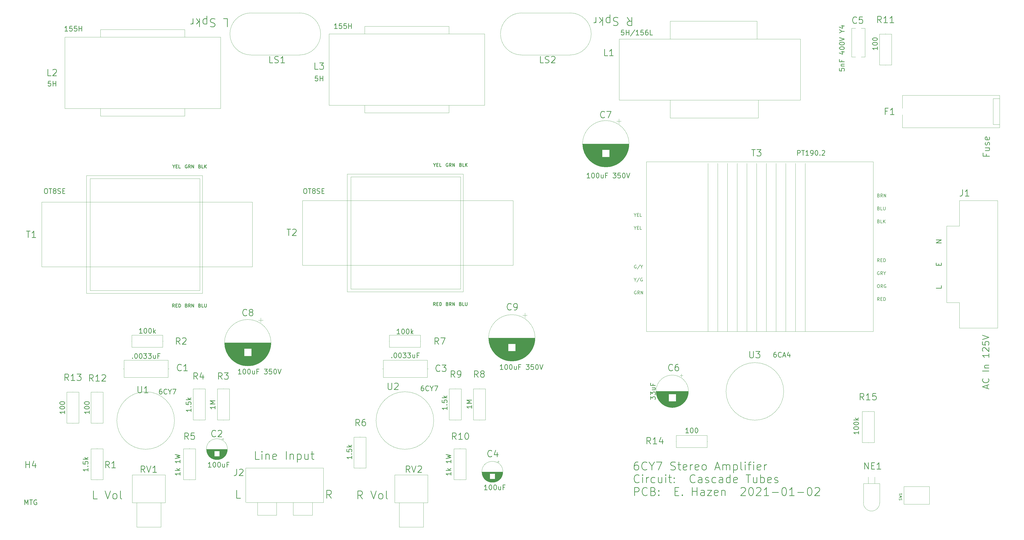
<source format=gbr>
%TF.GenerationSoftware,KiCad,Pcbnew,5.1.8-db9833491~88~ubuntu20.04.1*%
%TF.CreationDate,2021-01-02T13:56:59-05:00*%
%TF.ProjectId,amp,616d702e-6b69-4636-9164-5f7063625858,rev?*%
%TF.SameCoordinates,Original*%
%TF.FileFunction,Legend,Top*%
%TF.FilePolarity,Positive*%
%FSLAX46Y46*%
G04 Gerber Fmt 4.6, Leading zero omitted, Abs format (unit mm)*
G04 Created by KiCad (PCBNEW 5.1.8-db9833491~88~ubuntu20.04.1) date 2021-01-02 13:56:59*
%MOMM*%
%LPD*%
G01*
G04 APERTURE LIST*
%ADD10C,0.254000*%
%ADD11C,0.120000*%
%ADD12C,0.150000*%
%ADD13C,0.250000*%
%ADD14C,0.203200*%
G04 APERTURE END LIST*
D10*
X50056142Y-35659785D02*
X48967571Y-35659785D01*
X49511857Y-35659785D02*
X49511857Y-33754785D01*
X49330428Y-34026928D01*
X49149000Y-34208357D01*
X48967571Y-34299071D01*
X51779714Y-33754785D02*
X50872571Y-33754785D01*
X50781857Y-34661928D01*
X50872571Y-34571214D01*
X51054000Y-34480500D01*
X51507571Y-34480500D01*
X51689000Y-34571214D01*
X51779714Y-34661928D01*
X51870428Y-34843357D01*
X51870428Y-35296928D01*
X51779714Y-35478357D01*
X51689000Y-35569071D01*
X51507571Y-35659785D01*
X51054000Y-35659785D01*
X50872571Y-35569071D01*
X50781857Y-35478357D01*
X53594000Y-33754785D02*
X52686857Y-33754785D01*
X52596142Y-34661928D01*
X52686857Y-34571214D01*
X52868285Y-34480500D01*
X53321857Y-34480500D01*
X53503285Y-34571214D01*
X53594000Y-34661928D01*
X53684714Y-34843357D01*
X53684714Y-35296928D01*
X53594000Y-35478357D01*
X53503285Y-35569071D01*
X53321857Y-35659785D01*
X52868285Y-35659785D01*
X52686857Y-35569071D01*
X52596142Y-35478357D01*
X54501142Y-35659785D02*
X54501142Y-33754785D01*
X54501142Y-34661928D02*
X55589714Y-34661928D01*
X55589714Y-35659785D02*
X55589714Y-33754785D01*
X155720142Y-34643785D02*
X154631571Y-34643785D01*
X155175857Y-34643785D02*
X155175857Y-32738785D01*
X154994428Y-33010928D01*
X154813000Y-33192357D01*
X154631571Y-33283071D01*
X157443714Y-32738785D02*
X156536571Y-32738785D01*
X156445857Y-33645928D01*
X156536571Y-33555214D01*
X156718000Y-33464500D01*
X157171571Y-33464500D01*
X157353000Y-33555214D01*
X157443714Y-33645928D01*
X157534428Y-33827357D01*
X157534428Y-34280928D01*
X157443714Y-34462357D01*
X157353000Y-34553071D01*
X157171571Y-34643785D01*
X156718000Y-34643785D01*
X156536571Y-34553071D01*
X156445857Y-34462357D01*
X159258000Y-32738785D02*
X158350857Y-32738785D01*
X158260142Y-33645928D01*
X158350857Y-33555214D01*
X158532285Y-33464500D01*
X158985857Y-33464500D01*
X159167285Y-33555214D01*
X159258000Y-33645928D01*
X159348714Y-33827357D01*
X159348714Y-34280928D01*
X159258000Y-34462357D01*
X159167285Y-34553071D01*
X158985857Y-34643785D01*
X158532285Y-34643785D01*
X158350857Y-34553071D01*
X158260142Y-34462357D01*
X160165142Y-34643785D02*
X160165142Y-32738785D01*
X160165142Y-33645928D02*
X161253714Y-33645928D01*
X161253714Y-34643785D02*
X161253714Y-32738785D01*
X336069214Y-84427785D02*
X336069214Y-82522785D01*
X336794928Y-82522785D01*
X336976357Y-82613500D01*
X337067071Y-82704214D01*
X337157785Y-82885642D01*
X337157785Y-83157785D01*
X337067071Y-83339214D01*
X336976357Y-83429928D01*
X336794928Y-83520642D01*
X336069214Y-83520642D01*
X337702071Y-82522785D02*
X338790642Y-82522785D01*
X338246357Y-84427785D02*
X338246357Y-82522785D01*
X340423500Y-84427785D02*
X339334928Y-84427785D01*
X339879214Y-84427785D02*
X339879214Y-82522785D01*
X339697785Y-82794928D01*
X339516357Y-82976357D01*
X339334928Y-83067071D01*
X341330642Y-84427785D02*
X341693500Y-84427785D01*
X341874928Y-84337071D01*
X341965642Y-84246357D01*
X342147071Y-83974214D01*
X342237785Y-83611357D01*
X342237785Y-82885642D01*
X342147071Y-82704214D01*
X342056357Y-82613500D01*
X341874928Y-82522785D01*
X341512071Y-82522785D01*
X341330642Y-82613500D01*
X341239928Y-82704214D01*
X341149214Y-82885642D01*
X341149214Y-83339214D01*
X341239928Y-83520642D01*
X341330642Y-83611357D01*
X341512071Y-83702071D01*
X341874928Y-83702071D01*
X342056357Y-83611357D01*
X342147071Y-83520642D01*
X342237785Y-83339214D01*
X343417071Y-82522785D02*
X343598500Y-82522785D01*
X343779928Y-82613500D01*
X343870642Y-82704214D01*
X343961357Y-82885642D01*
X344052071Y-83248500D01*
X344052071Y-83702071D01*
X343961357Y-84064928D01*
X343870642Y-84246357D01*
X343779928Y-84337071D01*
X343598500Y-84427785D01*
X343417071Y-84427785D01*
X343235642Y-84337071D01*
X343144928Y-84246357D01*
X343054214Y-84064928D01*
X342963500Y-83702071D01*
X342963500Y-83248500D01*
X343054214Y-82885642D01*
X343144928Y-82704214D01*
X343235642Y-82613500D01*
X343417071Y-82522785D01*
X344868500Y-84246357D02*
X344959214Y-84337071D01*
X344868500Y-84427785D01*
X344777785Y-84337071D01*
X344868500Y-84246357D01*
X344868500Y-84427785D01*
X345684928Y-82704214D02*
X345775642Y-82613500D01*
X345957071Y-82522785D01*
X346410642Y-82522785D01*
X346592071Y-82613500D01*
X346682785Y-82704214D01*
X346773500Y-82885642D01*
X346773500Y-83067071D01*
X346682785Y-83339214D01*
X345594214Y-84427785D01*
X346773500Y-84427785D01*
X142974785Y-97508785D02*
X143337642Y-97508785D01*
X143519071Y-97599500D01*
X143700500Y-97780928D01*
X143791214Y-98143785D01*
X143791214Y-98778785D01*
X143700500Y-99141642D01*
X143519071Y-99323071D01*
X143337642Y-99413785D01*
X142974785Y-99413785D01*
X142793357Y-99323071D01*
X142611928Y-99141642D01*
X142521214Y-98778785D01*
X142521214Y-98143785D01*
X142611928Y-97780928D01*
X142793357Y-97599500D01*
X142974785Y-97508785D01*
X144335500Y-97508785D02*
X145424071Y-97508785D01*
X144879785Y-99413785D02*
X144879785Y-97508785D01*
X146331214Y-98325214D02*
X146149785Y-98234500D01*
X146059071Y-98143785D01*
X145968357Y-97962357D01*
X145968357Y-97871642D01*
X146059071Y-97690214D01*
X146149785Y-97599500D01*
X146331214Y-97508785D01*
X146694071Y-97508785D01*
X146875500Y-97599500D01*
X146966214Y-97690214D01*
X147056928Y-97871642D01*
X147056928Y-97962357D01*
X146966214Y-98143785D01*
X146875500Y-98234500D01*
X146694071Y-98325214D01*
X146331214Y-98325214D01*
X146149785Y-98415928D01*
X146059071Y-98506642D01*
X145968357Y-98688071D01*
X145968357Y-99050928D01*
X146059071Y-99232357D01*
X146149785Y-99323071D01*
X146331214Y-99413785D01*
X146694071Y-99413785D01*
X146875500Y-99323071D01*
X146966214Y-99232357D01*
X147056928Y-99050928D01*
X147056928Y-98688071D01*
X146966214Y-98506642D01*
X146875500Y-98415928D01*
X146694071Y-98325214D01*
X147782642Y-99323071D02*
X148054785Y-99413785D01*
X148508357Y-99413785D01*
X148689785Y-99323071D01*
X148780500Y-99232357D01*
X148871214Y-99050928D01*
X148871214Y-98869500D01*
X148780500Y-98688071D01*
X148689785Y-98597357D01*
X148508357Y-98506642D01*
X148145500Y-98415928D01*
X147964071Y-98325214D01*
X147873357Y-98234500D01*
X147782642Y-98053071D01*
X147782642Y-97871642D01*
X147873357Y-97690214D01*
X147964071Y-97599500D01*
X148145500Y-97508785D01*
X148599071Y-97508785D01*
X148871214Y-97599500D01*
X149687642Y-98415928D02*
X150322642Y-98415928D01*
X150594785Y-99413785D02*
X149687642Y-99413785D01*
X149687642Y-97508785D01*
X150594785Y-97508785D01*
X41374785Y-97508785D02*
X41737642Y-97508785D01*
X41919071Y-97599500D01*
X42100500Y-97780928D01*
X42191214Y-98143785D01*
X42191214Y-98778785D01*
X42100500Y-99141642D01*
X41919071Y-99323071D01*
X41737642Y-99413785D01*
X41374785Y-99413785D01*
X41193357Y-99323071D01*
X41011928Y-99141642D01*
X40921214Y-98778785D01*
X40921214Y-98143785D01*
X41011928Y-97780928D01*
X41193357Y-97599500D01*
X41374785Y-97508785D01*
X42735500Y-97508785D02*
X43824071Y-97508785D01*
X43279785Y-99413785D02*
X43279785Y-97508785D01*
X44731214Y-98325214D02*
X44549785Y-98234500D01*
X44459071Y-98143785D01*
X44368357Y-97962357D01*
X44368357Y-97871642D01*
X44459071Y-97690214D01*
X44549785Y-97599500D01*
X44731214Y-97508785D01*
X45094071Y-97508785D01*
X45275500Y-97599500D01*
X45366214Y-97690214D01*
X45456928Y-97871642D01*
X45456928Y-97962357D01*
X45366214Y-98143785D01*
X45275500Y-98234500D01*
X45094071Y-98325214D01*
X44731214Y-98325214D01*
X44549785Y-98415928D01*
X44459071Y-98506642D01*
X44368357Y-98688071D01*
X44368357Y-99050928D01*
X44459071Y-99232357D01*
X44549785Y-99323071D01*
X44731214Y-99413785D01*
X45094071Y-99413785D01*
X45275500Y-99323071D01*
X45366214Y-99232357D01*
X45456928Y-99050928D01*
X45456928Y-98688071D01*
X45366214Y-98506642D01*
X45275500Y-98415928D01*
X45094071Y-98325214D01*
X46182642Y-99323071D02*
X46454785Y-99413785D01*
X46908357Y-99413785D01*
X47089785Y-99323071D01*
X47180500Y-99232357D01*
X47271214Y-99050928D01*
X47271214Y-98869500D01*
X47180500Y-98688071D01*
X47089785Y-98597357D01*
X46908357Y-98506642D01*
X46545500Y-98415928D01*
X46364071Y-98325214D01*
X46273357Y-98234500D01*
X46182642Y-98053071D01*
X46182642Y-97871642D01*
X46273357Y-97690214D01*
X46364071Y-97599500D01*
X46545500Y-97508785D01*
X46999071Y-97508785D01*
X47271214Y-97599500D01*
X48087642Y-98415928D02*
X48722642Y-98415928D01*
X48994785Y-99413785D02*
X48087642Y-99413785D01*
X48087642Y-97508785D01*
X48994785Y-97508785D01*
X410028571Y-83928857D02*
X410028571Y-84775523D01*
X411359047Y-84775523D02*
X408819047Y-84775523D01*
X408819047Y-83566000D01*
X409665714Y-81509809D02*
X411359047Y-81509809D01*
X409665714Y-82598380D02*
X410996190Y-82598380D01*
X411238095Y-82477428D01*
X411359047Y-82235523D01*
X411359047Y-81872666D01*
X411238095Y-81630761D01*
X411117142Y-81509809D01*
X411238095Y-80421238D02*
X411359047Y-80179333D01*
X411359047Y-79695523D01*
X411238095Y-79453619D01*
X410996190Y-79332666D01*
X410875238Y-79332666D01*
X410633333Y-79453619D01*
X410512380Y-79695523D01*
X410512380Y-80058380D01*
X410391428Y-80300285D01*
X410149523Y-80421238D01*
X410028571Y-80421238D01*
X409786666Y-80300285D01*
X409665714Y-80058380D01*
X409665714Y-79695523D01*
X409786666Y-79453619D01*
X411238095Y-77276476D02*
X411359047Y-77518380D01*
X411359047Y-78002190D01*
X411238095Y-78244095D01*
X410996190Y-78365047D01*
X410028571Y-78365047D01*
X409786666Y-78244095D01*
X409665714Y-78002190D01*
X409665714Y-77518380D01*
X409786666Y-77276476D01*
X410028571Y-77155523D01*
X410270476Y-77155523D01*
X410512380Y-78365047D01*
X410379333Y-175888952D02*
X410379333Y-174679428D01*
X411105047Y-176130857D02*
X408565047Y-175284190D01*
X411105047Y-174437523D01*
X410863142Y-172139428D02*
X410984095Y-172260380D01*
X411105047Y-172623238D01*
X411105047Y-172865142D01*
X410984095Y-173228000D01*
X410742190Y-173469904D01*
X410500285Y-173590857D01*
X410016476Y-173711809D01*
X409653619Y-173711809D01*
X409169809Y-173590857D01*
X408927904Y-173469904D01*
X408686000Y-173228000D01*
X408565047Y-172865142D01*
X408565047Y-172623238D01*
X408686000Y-172260380D01*
X408806952Y-172139428D01*
X411105047Y-169115619D02*
X408565047Y-169115619D01*
X409411714Y-167906095D02*
X411105047Y-167906095D01*
X409653619Y-167906095D02*
X409532666Y-167785142D01*
X409411714Y-167543238D01*
X409411714Y-167180380D01*
X409532666Y-166938476D01*
X409774571Y-166817523D01*
X411105047Y-166817523D01*
X411105047Y-162342285D02*
X411105047Y-163793714D01*
X411105047Y-163068000D02*
X408565047Y-163068000D01*
X408927904Y-163309904D01*
X409169809Y-163551809D01*
X409290761Y-163793714D01*
X408806952Y-161374666D02*
X408686000Y-161253714D01*
X408565047Y-161011809D01*
X408565047Y-160407047D01*
X408686000Y-160165142D01*
X408806952Y-160044190D01*
X409048857Y-159923238D01*
X409290761Y-159923238D01*
X409653619Y-160044190D01*
X411105047Y-161495619D01*
X411105047Y-159923238D01*
X408565047Y-157625142D02*
X408565047Y-158834666D01*
X409774571Y-158955619D01*
X409653619Y-158834666D01*
X409532666Y-158592761D01*
X409532666Y-157988000D01*
X409653619Y-157746095D01*
X409774571Y-157625142D01*
X410016476Y-157504190D01*
X410621238Y-157504190D01*
X410863142Y-157625142D01*
X410984095Y-157746095D01*
X411105047Y-157988000D01*
X411105047Y-158592761D01*
X410984095Y-158834666D01*
X410863142Y-158955619D01*
X408565047Y-156778476D02*
X411105047Y-155931809D01*
X408565047Y-155085142D01*
X269348857Y-30313690D02*
X270407190Y-31825595D01*
X271163142Y-30313690D02*
X271163142Y-33488690D01*
X269953619Y-33488690D01*
X269651238Y-33337500D01*
X269500047Y-33186309D01*
X269348857Y-32883928D01*
X269348857Y-32430357D01*
X269500047Y-32127976D01*
X269651238Y-31976785D01*
X269953619Y-31825595D01*
X271163142Y-31825595D01*
X265720285Y-30464880D02*
X265266714Y-30313690D01*
X264510761Y-30313690D01*
X264208380Y-30464880D01*
X264057190Y-30616071D01*
X263906000Y-30918452D01*
X263906000Y-31220833D01*
X264057190Y-31523214D01*
X264208380Y-31674404D01*
X264510761Y-31825595D01*
X265115523Y-31976785D01*
X265417904Y-32127976D01*
X265569095Y-32279166D01*
X265720285Y-32581547D01*
X265720285Y-32883928D01*
X265569095Y-33186309D01*
X265417904Y-33337500D01*
X265115523Y-33488690D01*
X264359571Y-33488690D01*
X263906000Y-33337500D01*
X262545285Y-32430357D02*
X262545285Y-29255357D01*
X262545285Y-32279166D02*
X262242904Y-32430357D01*
X261638142Y-32430357D01*
X261335761Y-32279166D01*
X261184571Y-32127976D01*
X261033380Y-31825595D01*
X261033380Y-30918452D01*
X261184571Y-30616071D01*
X261335761Y-30464880D01*
X261638142Y-30313690D01*
X262242904Y-30313690D01*
X262545285Y-30464880D01*
X259672666Y-30313690D02*
X259672666Y-33488690D01*
X259370285Y-31523214D02*
X258463142Y-30313690D01*
X258463142Y-32430357D02*
X259672666Y-31220833D01*
X257102428Y-30313690D02*
X257102428Y-32430357D01*
X257102428Y-31825595D02*
X256951238Y-32127976D01*
X256800047Y-32279166D01*
X256497666Y-32430357D01*
X256195285Y-32430357D01*
X111106857Y-30821690D02*
X112618761Y-30821690D01*
X112618761Y-33996690D01*
X107780666Y-30972880D02*
X107327095Y-30821690D01*
X106571142Y-30821690D01*
X106268761Y-30972880D01*
X106117571Y-31124071D01*
X105966380Y-31426452D01*
X105966380Y-31728833D01*
X106117571Y-32031214D01*
X106268761Y-32182404D01*
X106571142Y-32333595D01*
X107175904Y-32484785D01*
X107478285Y-32635976D01*
X107629476Y-32787166D01*
X107780666Y-33089547D01*
X107780666Y-33391928D01*
X107629476Y-33694309D01*
X107478285Y-33845500D01*
X107175904Y-33996690D01*
X106419952Y-33996690D01*
X105966380Y-33845500D01*
X104605666Y-32938357D02*
X104605666Y-29763357D01*
X104605666Y-32787166D02*
X104303285Y-32938357D01*
X103698523Y-32938357D01*
X103396142Y-32787166D01*
X103244952Y-32635976D01*
X103093761Y-32333595D01*
X103093761Y-31426452D01*
X103244952Y-31124071D01*
X103396142Y-30972880D01*
X103698523Y-30821690D01*
X104303285Y-30821690D01*
X104605666Y-30972880D01*
X101733047Y-30821690D02*
X101733047Y-33996690D01*
X101430666Y-32031214D02*
X100523523Y-30821690D01*
X100523523Y-32938357D02*
X101733047Y-31728833D01*
X99162809Y-30821690D02*
X99162809Y-32938357D01*
X99162809Y-32333595D02*
X99011619Y-32635976D01*
X98860428Y-32787166D01*
X98558047Y-32938357D01*
X98255666Y-32938357D01*
X125122214Y-203874309D02*
X123610309Y-203874309D01*
X123610309Y-200699309D01*
X126180547Y-203874309D02*
X126180547Y-201757642D01*
X126180547Y-200699309D02*
X126029357Y-200850500D01*
X126180547Y-201001690D01*
X126331738Y-200850500D01*
X126180547Y-200699309D01*
X126180547Y-201001690D01*
X127692452Y-201757642D02*
X127692452Y-203874309D01*
X127692452Y-202060023D02*
X127843642Y-201908833D01*
X128146023Y-201757642D01*
X128599595Y-201757642D01*
X128901976Y-201908833D01*
X129053166Y-202211214D01*
X129053166Y-203874309D01*
X131774595Y-203723119D02*
X131472214Y-203874309D01*
X130867452Y-203874309D01*
X130565071Y-203723119D01*
X130413880Y-203420738D01*
X130413880Y-202211214D01*
X130565071Y-201908833D01*
X130867452Y-201757642D01*
X131472214Y-201757642D01*
X131774595Y-201908833D01*
X131925785Y-202211214D01*
X131925785Y-202513595D01*
X130413880Y-202815976D01*
X135705547Y-203874309D02*
X135705547Y-200699309D01*
X137217452Y-201757642D02*
X137217452Y-203874309D01*
X137217452Y-202060023D02*
X137368642Y-201908833D01*
X137671023Y-201757642D01*
X138124595Y-201757642D01*
X138426976Y-201908833D01*
X138578166Y-202211214D01*
X138578166Y-203874309D01*
X140090071Y-201757642D02*
X140090071Y-204932642D01*
X140090071Y-201908833D02*
X140392452Y-201757642D01*
X140997214Y-201757642D01*
X141299595Y-201908833D01*
X141450785Y-202060023D01*
X141601976Y-202362404D01*
X141601976Y-203269547D01*
X141450785Y-203571928D01*
X141299595Y-203723119D01*
X140997214Y-203874309D01*
X140392452Y-203874309D01*
X140090071Y-203723119D01*
X144323404Y-201757642D02*
X144323404Y-203874309D01*
X142962690Y-201757642D02*
X142962690Y-203420738D01*
X143113880Y-203723119D01*
X143416261Y-203874309D01*
X143869833Y-203874309D01*
X144172214Y-203723119D01*
X144323404Y-203571928D01*
X145381738Y-201757642D02*
X146591261Y-201757642D01*
X145835309Y-200699309D02*
X145835309Y-203420738D01*
X145986500Y-203723119D01*
X146288880Y-203874309D01*
X146591261Y-203874309D01*
X117822738Y-219114309D02*
X116310833Y-219114309D01*
X116310833Y-215939309D01*
X153382738Y-219114309D02*
X152324404Y-217602404D01*
X151568452Y-219114309D02*
X151568452Y-215939309D01*
X152777976Y-215939309D01*
X153080357Y-216090500D01*
X153231547Y-216241690D01*
X153382738Y-216544071D01*
X153382738Y-216997642D01*
X153231547Y-217300023D01*
X153080357Y-217451214D01*
X152777976Y-217602404D01*
X151568452Y-217602404D01*
X165562642Y-219368309D02*
X164504309Y-217856404D01*
X163748357Y-219368309D02*
X163748357Y-216193309D01*
X164957880Y-216193309D01*
X165260261Y-216344500D01*
X165411452Y-216495690D01*
X165562642Y-216798071D01*
X165562642Y-217251642D01*
X165411452Y-217554023D01*
X165260261Y-217705214D01*
X164957880Y-217856404D01*
X163748357Y-217856404D01*
X168888833Y-216193309D02*
X169947166Y-219368309D01*
X171005500Y-216193309D01*
X172517404Y-219368309D02*
X172215023Y-219217119D01*
X172063833Y-219065928D01*
X171912642Y-218763547D01*
X171912642Y-217856404D01*
X172063833Y-217554023D01*
X172215023Y-217402833D01*
X172517404Y-217251642D01*
X172970976Y-217251642D01*
X173273357Y-217402833D01*
X173424547Y-217554023D01*
X173575738Y-217856404D01*
X173575738Y-218763547D01*
X173424547Y-219065928D01*
X173273357Y-219217119D01*
X172970976Y-219368309D01*
X172517404Y-219368309D01*
X175390023Y-219368309D02*
X175087642Y-219217119D01*
X174936452Y-218914738D01*
X174936452Y-216193309D01*
X61676642Y-219368309D02*
X60164738Y-219368309D01*
X60164738Y-216193309D01*
X64700452Y-216193309D02*
X65758785Y-219368309D01*
X66817119Y-216193309D01*
X68329023Y-219368309D02*
X68026642Y-219217119D01*
X67875452Y-219065928D01*
X67724261Y-218763547D01*
X67724261Y-217856404D01*
X67875452Y-217554023D01*
X68026642Y-217402833D01*
X68329023Y-217251642D01*
X68782595Y-217251642D01*
X69084976Y-217402833D01*
X69236166Y-217554023D01*
X69387357Y-217856404D01*
X69387357Y-218763547D01*
X69236166Y-219065928D01*
X69084976Y-219217119D01*
X68782595Y-219368309D01*
X68329023Y-219368309D01*
X71201642Y-219368309D02*
X70899261Y-219217119D01*
X70748071Y-218914738D01*
X70748071Y-216193309D01*
X273553766Y-204826809D02*
X272949004Y-204826809D01*
X272646623Y-204978000D01*
X272495433Y-205129190D01*
X272193052Y-205582761D01*
X272041861Y-206187523D01*
X272041861Y-207397047D01*
X272193052Y-207699428D01*
X272344242Y-207850619D01*
X272646623Y-208001809D01*
X273251385Y-208001809D01*
X273553766Y-207850619D01*
X273704957Y-207699428D01*
X273856147Y-207397047D01*
X273856147Y-206641095D01*
X273704957Y-206338714D01*
X273553766Y-206187523D01*
X273251385Y-206036333D01*
X272646623Y-206036333D01*
X272344242Y-206187523D01*
X272193052Y-206338714D01*
X272041861Y-206641095D01*
X277031147Y-207699428D02*
X276879957Y-207850619D01*
X276426385Y-208001809D01*
X276124004Y-208001809D01*
X275670433Y-207850619D01*
X275368052Y-207548238D01*
X275216861Y-207245857D01*
X275065671Y-206641095D01*
X275065671Y-206187523D01*
X275216861Y-205582761D01*
X275368052Y-205280380D01*
X275670433Y-204978000D01*
X276124004Y-204826809D01*
X276426385Y-204826809D01*
X276879957Y-204978000D01*
X277031147Y-205129190D01*
X278996623Y-206489904D02*
X278996623Y-208001809D01*
X277938290Y-204826809D02*
X278996623Y-206489904D01*
X280054957Y-204826809D01*
X280810909Y-204826809D02*
X282927576Y-204826809D01*
X281566861Y-208001809D01*
X286404957Y-207850619D02*
X286858528Y-208001809D01*
X287614480Y-208001809D01*
X287916861Y-207850619D01*
X288068052Y-207699428D01*
X288219242Y-207397047D01*
X288219242Y-207094666D01*
X288068052Y-206792285D01*
X287916861Y-206641095D01*
X287614480Y-206489904D01*
X287009719Y-206338714D01*
X286707338Y-206187523D01*
X286556147Y-206036333D01*
X286404957Y-205733952D01*
X286404957Y-205431571D01*
X286556147Y-205129190D01*
X286707338Y-204978000D01*
X287009719Y-204826809D01*
X287765671Y-204826809D01*
X288219242Y-204978000D01*
X289126385Y-205885142D02*
X290335909Y-205885142D01*
X289579957Y-204826809D02*
X289579957Y-207548238D01*
X289731147Y-207850619D01*
X290033528Y-208001809D01*
X290335909Y-208001809D01*
X292603766Y-207850619D02*
X292301385Y-208001809D01*
X291696623Y-208001809D01*
X291394242Y-207850619D01*
X291243052Y-207548238D01*
X291243052Y-206338714D01*
X291394242Y-206036333D01*
X291696623Y-205885142D01*
X292301385Y-205885142D01*
X292603766Y-206036333D01*
X292754957Y-206338714D01*
X292754957Y-206641095D01*
X291243052Y-206943476D01*
X294115671Y-208001809D02*
X294115671Y-205885142D01*
X294115671Y-206489904D02*
X294266861Y-206187523D01*
X294418052Y-206036333D01*
X294720433Y-205885142D01*
X295022814Y-205885142D01*
X297290671Y-207850619D02*
X296988290Y-208001809D01*
X296383528Y-208001809D01*
X296081147Y-207850619D01*
X295929957Y-207548238D01*
X295929957Y-206338714D01*
X296081147Y-206036333D01*
X296383528Y-205885142D01*
X296988290Y-205885142D01*
X297290671Y-206036333D01*
X297441861Y-206338714D01*
X297441861Y-206641095D01*
X295929957Y-206943476D01*
X299256147Y-208001809D02*
X298953766Y-207850619D01*
X298802576Y-207699428D01*
X298651385Y-207397047D01*
X298651385Y-206489904D01*
X298802576Y-206187523D01*
X298953766Y-206036333D01*
X299256147Y-205885142D01*
X299709719Y-205885142D01*
X300012100Y-206036333D01*
X300163290Y-206187523D01*
X300314480Y-206489904D01*
X300314480Y-207397047D01*
X300163290Y-207699428D01*
X300012100Y-207850619D01*
X299709719Y-208001809D01*
X299256147Y-208001809D01*
X303943052Y-207094666D02*
X305454957Y-207094666D01*
X303640671Y-208001809D02*
X304699004Y-204826809D01*
X305757338Y-208001809D01*
X306815671Y-208001809D02*
X306815671Y-205885142D01*
X306815671Y-206187523D02*
X306966861Y-206036333D01*
X307269242Y-205885142D01*
X307722814Y-205885142D01*
X308025195Y-206036333D01*
X308176385Y-206338714D01*
X308176385Y-208001809D01*
X308176385Y-206338714D02*
X308327576Y-206036333D01*
X308629957Y-205885142D01*
X309083528Y-205885142D01*
X309385909Y-206036333D01*
X309537100Y-206338714D01*
X309537100Y-208001809D01*
X311049004Y-205885142D02*
X311049004Y-209060142D01*
X311049004Y-206036333D02*
X311351385Y-205885142D01*
X311956147Y-205885142D01*
X312258528Y-206036333D01*
X312409719Y-206187523D01*
X312560909Y-206489904D01*
X312560909Y-207397047D01*
X312409719Y-207699428D01*
X312258528Y-207850619D01*
X311956147Y-208001809D01*
X311351385Y-208001809D01*
X311049004Y-207850619D01*
X314375195Y-208001809D02*
X314072814Y-207850619D01*
X313921623Y-207548238D01*
X313921623Y-204826809D01*
X315584719Y-208001809D02*
X315584719Y-205885142D01*
X315584719Y-204826809D02*
X315433528Y-204978000D01*
X315584719Y-205129190D01*
X315735909Y-204978000D01*
X315584719Y-204826809D01*
X315584719Y-205129190D01*
X316643052Y-205885142D02*
X317852576Y-205885142D01*
X317096623Y-208001809D02*
X317096623Y-205280380D01*
X317247814Y-204978000D01*
X317550195Y-204826809D01*
X317852576Y-204826809D01*
X318910909Y-208001809D02*
X318910909Y-205885142D01*
X318910909Y-204826809D02*
X318759719Y-204978000D01*
X318910909Y-205129190D01*
X319062100Y-204978000D01*
X318910909Y-204826809D01*
X318910909Y-205129190D01*
X321632338Y-207850619D02*
X321329957Y-208001809D01*
X320725195Y-208001809D01*
X320422814Y-207850619D01*
X320271623Y-207548238D01*
X320271623Y-206338714D01*
X320422814Y-206036333D01*
X320725195Y-205885142D01*
X321329957Y-205885142D01*
X321632338Y-206036333D01*
X321783528Y-206338714D01*
X321783528Y-206641095D01*
X320271623Y-206943476D01*
X323144242Y-208001809D02*
X323144242Y-205885142D01*
X323144242Y-206489904D02*
X323295433Y-206187523D01*
X323446623Y-206036333D01*
X323749004Y-205885142D01*
X324051385Y-205885142D01*
X274007338Y-212715928D02*
X273856147Y-212867119D01*
X273402576Y-213018309D01*
X273100195Y-213018309D01*
X272646623Y-212867119D01*
X272344242Y-212564738D01*
X272193052Y-212262357D01*
X272041861Y-211657595D01*
X272041861Y-211204023D01*
X272193052Y-210599261D01*
X272344242Y-210296880D01*
X272646623Y-209994500D01*
X273100195Y-209843309D01*
X273402576Y-209843309D01*
X273856147Y-209994500D01*
X274007338Y-210145690D01*
X275368052Y-213018309D02*
X275368052Y-210901642D01*
X275368052Y-209843309D02*
X275216861Y-209994500D01*
X275368052Y-210145690D01*
X275519242Y-209994500D01*
X275368052Y-209843309D01*
X275368052Y-210145690D01*
X276879957Y-213018309D02*
X276879957Y-210901642D01*
X276879957Y-211506404D02*
X277031147Y-211204023D01*
X277182338Y-211052833D01*
X277484719Y-210901642D01*
X277787100Y-210901642D01*
X280206147Y-212867119D02*
X279903766Y-213018309D01*
X279299004Y-213018309D01*
X278996623Y-212867119D01*
X278845433Y-212715928D01*
X278694242Y-212413547D01*
X278694242Y-211506404D01*
X278845433Y-211204023D01*
X278996623Y-211052833D01*
X279299004Y-210901642D01*
X279903766Y-210901642D01*
X280206147Y-211052833D01*
X282927576Y-210901642D02*
X282927576Y-213018309D01*
X281566861Y-210901642D02*
X281566861Y-212564738D01*
X281718052Y-212867119D01*
X282020433Y-213018309D01*
X282474004Y-213018309D01*
X282776385Y-212867119D01*
X282927576Y-212715928D01*
X284439480Y-213018309D02*
X284439480Y-210901642D01*
X284439480Y-209843309D02*
X284288290Y-209994500D01*
X284439480Y-210145690D01*
X284590671Y-209994500D01*
X284439480Y-209843309D01*
X284439480Y-210145690D01*
X285497814Y-210901642D02*
X286707338Y-210901642D01*
X285951385Y-209843309D02*
X285951385Y-212564738D01*
X286102576Y-212867119D01*
X286404957Y-213018309D01*
X286707338Y-213018309D01*
X287765671Y-212715928D02*
X287916861Y-212867119D01*
X287765671Y-213018309D01*
X287614480Y-212867119D01*
X287765671Y-212715928D01*
X287765671Y-213018309D01*
X287765671Y-211052833D02*
X287916861Y-211204023D01*
X287765671Y-211355214D01*
X287614480Y-211204023D01*
X287765671Y-211052833D01*
X287765671Y-211355214D01*
X295929957Y-212715928D02*
X295778766Y-212867119D01*
X295325195Y-213018309D01*
X295022814Y-213018309D01*
X294569242Y-212867119D01*
X294266861Y-212564738D01*
X294115671Y-212262357D01*
X293964480Y-211657595D01*
X293964480Y-211204023D01*
X294115671Y-210599261D01*
X294266861Y-210296880D01*
X294569242Y-209994500D01*
X295022814Y-209843309D01*
X295325195Y-209843309D01*
X295778766Y-209994500D01*
X295929957Y-210145690D01*
X298651385Y-213018309D02*
X298651385Y-211355214D01*
X298500195Y-211052833D01*
X298197814Y-210901642D01*
X297593052Y-210901642D01*
X297290671Y-211052833D01*
X298651385Y-212867119D02*
X298349004Y-213018309D01*
X297593052Y-213018309D01*
X297290671Y-212867119D01*
X297139480Y-212564738D01*
X297139480Y-212262357D01*
X297290671Y-211959976D01*
X297593052Y-211808785D01*
X298349004Y-211808785D01*
X298651385Y-211657595D01*
X300012100Y-212867119D02*
X300314480Y-213018309D01*
X300919242Y-213018309D01*
X301221623Y-212867119D01*
X301372814Y-212564738D01*
X301372814Y-212413547D01*
X301221623Y-212111166D01*
X300919242Y-211959976D01*
X300465671Y-211959976D01*
X300163290Y-211808785D01*
X300012100Y-211506404D01*
X300012100Y-211355214D01*
X300163290Y-211052833D01*
X300465671Y-210901642D01*
X300919242Y-210901642D01*
X301221623Y-211052833D01*
X304094242Y-212867119D02*
X303791861Y-213018309D01*
X303187100Y-213018309D01*
X302884719Y-212867119D01*
X302733528Y-212715928D01*
X302582338Y-212413547D01*
X302582338Y-211506404D01*
X302733528Y-211204023D01*
X302884719Y-211052833D01*
X303187100Y-210901642D01*
X303791861Y-210901642D01*
X304094242Y-211052833D01*
X306815671Y-213018309D02*
X306815671Y-211355214D01*
X306664480Y-211052833D01*
X306362100Y-210901642D01*
X305757338Y-210901642D01*
X305454957Y-211052833D01*
X306815671Y-212867119D02*
X306513290Y-213018309D01*
X305757338Y-213018309D01*
X305454957Y-212867119D01*
X305303766Y-212564738D01*
X305303766Y-212262357D01*
X305454957Y-211959976D01*
X305757338Y-211808785D01*
X306513290Y-211808785D01*
X306815671Y-211657595D01*
X309688290Y-213018309D02*
X309688290Y-209843309D01*
X309688290Y-212867119D02*
X309385909Y-213018309D01*
X308781147Y-213018309D01*
X308478766Y-212867119D01*
X308327576Y-212715928D01*
X308176385Y-212413547D01*
X308176385Y-211506404D01*
X308327576Y-211204023D01*
X308478766Y-211052833D01*
X308781147Y-210901642D01*
X309385909Y-210901642D01*
X309688290Y-211052833D01*
X312409719Y-212867119D02*
X312107338Y-213018309D01*
X311502576Y-213018309D01*
X311200195Y-212867119D01*
X311049004Y-212564738D01*
X311049004Y-211355214D01*
X311200195Y-211052833D01*
X311502576Y-210901642D01*
X312107338Y-210901642D01*
X312409719Y-211052833D01*
X312560909Y-211355214D01*
X312560909Y-211657595D01*
X311049004Y-211959976D01*
X315887100Y-209843309D02*
X317701385Y-209843309D01*
X316794242Y-213018309D02*
X316794242Y-209843309D01*
X320120433Y-210901642D02*
X320120433Y-213018309D01*
X318759719Y-210901642D02*
X318759719Y-212564738D01*
X318910909Y-212867119D01*
X319213290Y-213018309D01*
X319666861Y-213018309D01*
X319969242Y-212867119D01*
X320120433Y-212715928D01*
X321632338Y-213018309D02*
X321632338Y-209843309D01*
X321632338Y-211052833D02*
X321934719Y-210901642D01*
X322539480Y-210901642D01*
X322841861Y-211052833D01*
X322993052Y-211204023D01*
X323144242Y-211506404D01*
X323144242Y-212413547D01*
X322993052Y-212715928D01*
X322841861Y-212867119D01*
X322539480Y-213018309D01*
X321934719Y-213018309D01*
X321632338Y-212867119D01*
X325714480Y-212867119D02*
X325412100Y-213018309D01*
X324807338Y-213018309D01*
X324504957Y-212867119D01*
X324353766Y-212564738D01*
X324353766Y-211355214D01*
X324504957Y-211052833D01*
X324807338Y-210901642D01*
X325412100Y-210901642D01*
X325714480Y-211052833D01*
X325865671Y-211355214D01*
X325865671Y-211657595D01*
X324353766Y-211959976D01*
X327075195Y-212867119D02*
X327377576Y-213018309D01*
X327982338Y-213018309D01*
X328284719Y-212867119D01*
X328435909Y-212564738D01*
X328435909Y-212413547D01*
X328284719Y-212111166D01*
X327982338Y-211959976D01*
X327528766Y-211959976D01*
X327226385Y-211808785D01*
X327075195Y-211506404D01*
X327075195Y-211355214D01*
X327226385Y-211052833D01*
X327528766Y-210901642D01*
X327982338Y-210901642D01*
X328284719Y-211052833D01*
X272193052Y-218034809D02*
X272193052Y-214859809D01*
X273402576Y-214859809D01*
X273704957Y-215011000D01*
X273856147Y-215162190D01*
X274007338Y-215464571D01*
X274007338Y-215918142D01*
X273856147Y-216220523D01*
X273704957Y-216371714D01*
X273402576Y-216522904D01*
X272193052Y-216522904D01*
X277182338Y-217732428D02*
X277031147Y-217883619D01*
X276577576Y-218034809D01*
X276275195Y-218034809D01*
X275821623Y-217883619D01*
X275519242Y-217581238D01*
X275368052Y-217278857D01*
X275216861Y-216674095D01*
X275216861Y-216220523D01*
X275368052Y-215615761D01*
X275519242Y-215313380D01*
X275821623Y-215011000D01*
X276275195Y-214859809D01*
X276577576Y-214859809D01*
X277031147Y-215011000D01*
X277182338Y-215162190D01*
X279601385Y-216371714D02*
X280054957Y-216522904D01*
X280206147Y-216674095D01*
X280357338Y-216976476D01*
X280357338Y-217430047D01*
X280206147Y-217732428D01*
X280054957Y-217883619D01*
X279752576Y-218034809D01*
X278543052Y-218034809D01*
X278543052Y-214859809D01*
X279601385Y-214859809D01*
X279903766Y-215011000D01*
X280054957Y-215162190D01*
X280206147Y-215464571D01*
X280206147Y-215766952D01*
X280054957Y-216069333D01*
X279903766Y-216220523D01*
X279601385Y-216371714D01*
X278543052Y-216371714D01*
X281718052Y-217732428D02*
X281869242Y-217883619D01*
X281718052Y-218034809D01*
X281566861Y-217883619D01*
X281718052Y-217732428D01*
X281718052Y-218034809D01*
X281718052Y-216069333D02*
X281869242Y-216220523D01*
X281718052Y-216371714D01*
X281566861Y-216220523D01*
X281718052Y-216069333D01*
X281718052Y-216371714D01*
X288068052Y-216371714D02*
X289126385Y-216371714D01*
X289579957Y-218034809D02*
X288068052Y-218034809D01*
X288068052Y-214859809D01*
X289579957Y-214859809D01*
X290940671Y-217732428D02*
X291091861Y-217883619D01*
X290940671Y-218034809D01*
X290789480Y-217883619D01*
X290940671Y-217732428D01*
X290940671Y-218034809D01*
X294871623Y-218034809D02*
X294871623Y-214859809D01*
X294871623Y-216371714D02*
X296685909Y-216371714D01*
X296685909Y-218034809D02*
X296685909Y-214859809D01*
X299558528Y-218034809D02*
X299558528Y-216371714D01*
X299407338Y-216069333D01*
X299104957Y-215918142D01*
X298500195Y-215918142D01*
X298197814Y-216069333D01*
X299558528Y-217883619D02*
X299256147Y-218034809D01*
X298500195Y-218034809D01*
X298197814Y-217883619D01*
X298046623Y-217581238D01*
X298046623Y-217278857D01*
X298197814Y-216976476D01*
X298500195Y-216825285D01*
X299256147Y-216825285D01*
X299558528Y-216674095D01*
X300768052Y-215918142D02*
X302431147Y-215918142D01*
X300768052Y-218034809D01*
X302431147Y-218034809D01*
X304850195Y-217883619D02*
X304547814Y-218034809D01*
X303943052Y-218034809D01*
X303640671Y-217883619D01*
X303489480Y-217581238D01*
X303489480Y-216371714D01*
X303640671Y-216069333D01*
X303943052Y-215918142D01*
X304547814Y-215918142D01*
X304850195Y-216069333D01*
X305001385Y-216371714D01*
X305001385Y-216674095D01*
X303489480Y-216976476D01*
X306362100Y-215918142D02*
X306362100Y-218034809D01*
X306362100Y-216220523D02*
X306513290Y-216069333D01*
X306815671Y-215918142D01*
X307269242Y-215918142D01*
X307571623Y-216069333D01*
X307722814Y-216371714D01*
X307722814Y-218034809D01*
X313921623Y-215162190D02*
X314072814Y-215011000D01*
X314375195Y-214859809D01*
X315131147Y-214859809D01*
X315433528Y-215011000D01*
X315584719Y-215162190D01*
X315735909Y-215464571D01*
X315735909Y-215766952D01*
X315584719Y-216220523D01*
X313770433Y-218034809D01*
X315735909Y-218034809D01*
X317701385Y-214859809D02*
X318003766Y-214859809D01*
X318306147Y-215011000D01*
X318457338Y-215162190D01*
X318608528Y-215464571D01*
X318759719Y-216069333D01*
X318759719Y-216825285D01*
X318608528Y-217430047D01*
X318457338Y-217732428D01*
X318306147Y-217883619D01*
X318003766Y-218034809D01*
X317701385Y-218034809D01*
X317399004Y-217883619D01*
X317247814Y-217732428D01*
X317096623Y-217430047D01*
X316945433Y-216825285D01*
X316945433Y-216069333D01*
X317096623Y-215464571D01*
X317247814Y-215162190D01*
X317399004Y-215011000D01*
X317701385Y-214859809D01*
X319969242Y-215162190D02*
X320120433Y-215011000D01*
X320422814Y-214859809D01*
X321178766Y-214859809D01*
X321481147Y-215011000D01*
X321632338Y-215162190D01*
X321783528Y-215464571D01*
X321783528Y-215766952D01*
X321632338Y-216220523D01*
X319818052Y-218034809D01*
X321783528Y-218034809D01*
X324807338Y-218034809D02*
X322993052Y-218034809D01*
X323900195Y-218034809D02*
X323900195Y-214859809D01*
X323597814Y-215313380D01*
X323295433Y-215615761D01*
X322993052Y-215766952D01*
X326168052Y-216825285D02*
X328587100Y-216825285D01*
X330703766Y-214859809D02*
X331006147Y-214859809D01*
X331308528Y-215011000D01*
X331459719Y-215162190D01*
X331610909Y-215464571D01*
X331762100Y-216069333D01*
X331762100Y-216825285D01*
X331610909Y-217430047D01*
X331459719Y-217732428D01*
X331308528Y-217883619D01*
X331006147Y-218034809D01*
X330703766Y-218034809D01*
X330401385Y-217883619D01*
X330250195Y-217732428D01*
X330099004Y-217430047D01*
X329947814Y-216825285D01*
X329947814Y-216069333D01*
X330099004Y-215464571D01*
X330250195Y-215162190D01*
X330401385Y-215011000D01*
X330703766Y-214859809D01*
X334785909Y-218034809D02*
X332971623Y-218034809D01*
X333878766Y-218034809D02*
X333878766Y-214859809D01*
X333576385Y-215313380D01*
X333274004Y-215615761D01*
X332971623Y-215766952D01*
X336146623Y-216825285D02*
X338565671Y-216825285D01*
X340682338Y-214859809D02*
X340984719Y-214859809D01*
X341287100Y-215011000D01*
X341438290Y-215162190D01*
X341589480Y-215464571D01*
X341740671Y-216069333D01*
X341740671Y-216825285D01*
X341589480Y-217430047D01*
X341438290Y-217732428D01*
X341287100Y-217883619D01*
X340984719Y-218034809D01*
X340682338Y-218034809D01*
X340379957Y-217883619D01*
X340228766Y-217732428D01*
X340077576Y-217430047D01*
X339926385Y-216825285D01*
X339926385Y-216069333D01*
X340077576Y-215464571D01*
X340228766Y-215162190D01*
X340379957Y-215011000D01*
X340682338Y-214859809D01*
X342950195Y-215162190D02*
X343101385Y-215011000D01*
X343403766Y-214859809D01*
X344159719Y-214859809D01*
X344462100Y-215011000D01*
X344613290Y-215162190D01*
X344764480Y-215464571D01*
X344764480Y-215766952D01*
X344613290Y-216220523D01*
X342799004Y-218034809D01*
X344764480Y-218034809D01*
D11*
%TO.C,T2*%
X224663000Y-102235000D02*
X224663000Y-127635000D01*
X142113000Y-102235000D02*
X224663000Y-102235000D01*
X142113000Y-127635000D02*
X142113000Y-102235000D01*
X224663000Y-127635000D02*
X142113000Y-127635000D01*
X205105000Y-138049000D02*
X159639000Y-138049000D01*
X159639000Y-138049000D02*
X159639000Y-91821000D01*
X159639000Y-91821000D02*
X205105000Y-91821000D01*
X205105000Y-91821000D02*
X205105000Y-138049000D01*
X204075000Y-136935000D02*
X161075000Y-136935000D01*
X161075000Y-136935000D02*
X161075000Y-92935000D01*
X161075000Y-92935000D02*
X204075000Y-92935000D01*
X204075000Y-92935000D02*
X204075000Y-136935000D01*
%TO.C,T1*%
X122428000Y-102870000D02*
X122428000Y-128270000D01*
X39878000Y-102870000D02*
X122428000Y-102870000D01*
X39878000Y-128270000D02*
X39878000Y-102870000D01*
X122428000Y-128270000D02*
X39878000Y-128270000D01*
X102870000Y-138684000D02*
X57404000Y-138684000D01*
X57404000Y-138684000D02*
X57404000Y-92456000D01*
X57404000Y-92456000D02*
X102870000Y-92456000D01*
X102870000Y-92456000D02*
X102870000Y-138684000D01*
X101840000Y-137570000D02*
X58840000Y-137570000D01*
X58840000Y-137570000D02*
X58840000Y-93570000D01*
X58840000Y-93570000D02*
X101840000Y-93570000D01*
X101840000Y-93570000D02*
X101840000Y-137570000D01*
%TO.C,SW1*%
X382778000Y-221490000D02*
X377778000Y-221490000D01*
X377778000Y-221490000D02*
X377778000Y-214490000D01*
X377778000Y-214490000D02*
X387778000Y-214490000D01*
X387778000Y-214490000D02*
X387778000Y-221490000D01*
X387778000Y-221490000D02*
X382778000Y-221490000D01*
%TO.C,J1*%
X394542000Y-112254000D02*
X399542000Y-112254000D01*
X394542000Y-142254000D02*
X394542000Y-112254000D01*
X399542000Y-142254000D02*
X394542000Y-142254000D01*
X399542000Y-152254000D02*
X399542000Y-142254000D01*
X414542000Y-152254000D02*
X399542000Y-152254000D01*
X414542000Y-102254000D02*
X414542000Y-152254000D01*
X399542000Y-102254000D02*
X414542000Y-102254000D01*
X399542000Y-112254000D02*
X399542000Y-102254000D01*
%TO.C,T3*%
X276860000Y-153670000D02*
X276860000Y-86995000D01*
X276860000Y-86995000D02*
X365760000Y-86995000D01*
X365760000Y-86995000D02*
X365760000Y-153670000D01*
X365760000Y-153670000D02*
X276860000Y-153670000D01*
X300990000Y-153670000D02*
X300990000Y-87630000D01*
X304800000Y-153670000D02*
X304800000Y-87630000D01*
X308610000Y-153670000D02*
X308610000Y-87630000D01*
X312420000Y-153670000D02*
X312420000Y-87630000D01*
X316230000Y-153670000D02*
X316230000Y-87630000D01*
X320040000Y-153670000D02*
X320040000Y-87630000D01*
X323850000Y-153670000D02*
X323850000Y-87630000D01*
X327660000Y-153670000D02*
X327660000Y-87630000D01*
X331470000Y-153670000D02*
X331470000Y-87630000D01*
X335280000Y-153670000D02*
X335280000Y-87630000D01*
X339090000Y-153670000D02*
X339090000Y-87630000D01*
%TO.C,LS2*%
X247015000Y-28575000D02*
X227965000Y-28575000D01*
X227965000Y-45085000D02*
X247015000Y-45085000D01*
X255270000Y-36830000D02*
G75*
G02*
X247015000Y-45085000I-8255000J0D01*
G01*
X247015000Y-28575000D02*
G75*
G02*
X255270000Y-36830000I0J-8255000D01*
G01*
X227965000Y-45085000D02*
G75*
G02*
X219710000Y-36830000I0J8255000D01*
G01*
X219710000Y-36830000D02*
G75*
G02*
X227965000Y-28575000I8255000J0D01*
G01*
%TO.C,L1*%
X337225000Y-38800000D02*
X337225000Y-62800000D01*
X266225000Y-38800000D02*
X266225000Y-62800000D01*
X286225000Y-69800000D02*
X320725000Y-69800000D01*
X286225000Y-31800000D02*
X320225000Y-31800000D01*
X320725000Y-69800000D02*
X320725000Y-62800000D01*
X286225000Y-62800000D02*
X286225000Y-69800000D01*
X320225000Y-31800000D02*
X320225000Y-38800000D01*
X286225000Y-38800000D02*
X286225000Y-31800000D01*
X337225000Y-38800000D02*
X266225000Y-38800000D01*
X266225000Y-62800000D02*
X337225000Y-62800000D01*
%TO.C,L2*%
X62975000Y-35070000D02*
X95975000Y-35070000D01*
X95975000Y-35070000D02*
X95975000Y-38070000D01*
X62975000Y-38070000D02*
X62975000Y-35070000D01*
X95975000Y-69070000D02*
X95975000Y-66070000D01*
X62975000Y-69070000D02*
X95975000Y-69070000D01*
X62975000Y-66070000D02*
X62975000Y-69070000D01*
X48975000Y-66070000D02*
X48975000Y-38070000D01*
X109975000Y-66070000D02*
X48975000Y-66070000D01*
X109975000Y-38070000D02*
X109975000Y-66070000D01*
X48975000Y-38070000D02*
X109975000Y-38070000D01*
%TO.C,L3*%
X166480000Y-33800000D02*
X199480000Y-33800000D01*
X199480000Y-33800000D02*
X199480000Y-36800000D01*
X166480000Y-36800000D02*
X166480000Y-33800000D01*
X199480000Y-67800000D02*
X199480000Y-64800000D01*
X166480000Y-67800000D02*
X199480000Y-67800000D01*
X166480000Y-64800000D02*
X166480000Y-67800000D01*
X152480000Y-64800000D02*
X152480000Y-36800000D01*
X213480000Y-64800000D02*
X152480000Y-64800000D01*
X213480000Y-36800000D02*
X213480000Y-64800000D01*
X152480000Y-36800000D02*
X213480000Y-36800000D01*
%TO.C,C6*%
X291220000Y-170932918D02*
X289970000Y-170932918D01*
X290595000Y-170307918D02*
X290595000Y-171557918D01*
X287337000Y-183486000D02*
X286703000Y-183486000D01*
X287777000Y-183446000D02*
X286263000Y-183446000D01*
X288048000Y-183406000D02*
X285992000Y-183406000D01*
X288261000Y-183366000D02*
X285779000Y-183366000D01*
X288442000Y-183326000D02*
X285598000Y-183326000D01*
X288603000Y-183286000D02*
X285437000Y-183286000D01*
X288748000Y-183246000D02*
X285292000Y-183246000D01*
X288881000Y-183206000D02*
X285159000Y-183206000D01*
X289004000Y-183166000D02*
X285036000Y-183166000D01*
X289120000Y-183126000D02*
X284920000Y-183126000D01*
X289229000Y-183086000D02*
X284811000Y-183086000D01*
X289332000Y-183046000D02*
X284708000Y-183046000D01*
X289430000Y-183006000D02*
X284610000Y-183006000D01*
X289524000Y-182966000D02*
X284516000Y-182966000D01*
X289614000Y-182926000D02*
X284426000Y-182926000D01*
X289701000Y-182886000D02*
X284339000Y-182886000D01*
X289784000Y-182846000D02*
X284256000Y-182846000D01*
X289864000Y-182806000D02*
X284176000Y-182806000D01*
X289941000Y-182766000D02*
X284099000Y-182766000D01*
X290016000Y-182726000D02*
X284024000Y-182726000D01*
X290089000Y-182686000D02*
X283951000Y-182686000D01*
X290160000Y-182646000D02*
X283880000Y-182646000D01*
X290228000Y-182606000D02*
X283812000Y-182606000D01*
X290295000Y-182566000D02*
X283745000Y-182566000D01*
X290359000Y-182526000D02*
X283681000Y-182526000D01*
X290422000Y-182486000D02*
X283618000Y-182486000D01*
X290484000Y-182446000D02*
X283556000Y-182446000D01*
X290544000Y-182406000D02*
X283496000Y-182406000D01*
X290603000Y-182366000D02*
X283437000Y-182366000D01*
X290660000Y-182326000D02*
X283380000Y-182326000D01*
X290716000Y-182286000D02*
X283324000Y-182286000D01*
X290770000Y-182246000D02*
X283270000Y-182246000D01*
X290824000Y-182206000D02*
X283216000Y-182206000D01*
X290876000Y-182166000D02*
X283164000Y-182166000D01*
X290927000Y-182126000D02*
X283113000Y-182126000D01*
X290977000Y-182086000D02*
X283063000Y-182086000D01*
X291027000Y-182046000D02*
X283013000Y-182046000D01*
X291075000Y-182006000D02*
X282965000Y-182006000D01*
X291122000Y-181966000D02*
X282918000Y-181966000D01*
X291168000Y-181926000D02*
X282872000Y-181926000D01*
X291214000Y-181886000D02*
X282826000Y-181886000D01*
X291258000Y-181846000D02*
X282782000Y-181846000D01*
X291302000Y-181806000D02*
X282738000Y-181806000D01*
X291345000Y-181766000D02*
X282695000Y-181766000D01*
X291387000Y-181726000D02*
X282653000Y-181726000D01*
X291428000Y-181686000D02*
X282612000Y-181686000D01*
X291469000Y-181646000D02*
X282571000Y-181646000D01*
X291509000Y-181606000D02*
X282531000Y-181606000D01*
X291548000Y-181566000D02*
X282492000Y-181566000D01*
X291587000Y-181526000D02*
X282453000Y-181526000D01*
X291625000Y-181486000D02*
X282415000Y-181486000D01*
X291662000Y-181446000D02*
X282378000Y-181446000D01*
X291698000Y-181406000D02*
X282342000Y-181406000D01*
X291734000Y-181366000D02*
X282306000Y-181366000D01*
X291770000Y-181326000D02*
X282270000Y-181326000D01*
X291805000Y-181286000D02*
X282235000Y-181286000D01*
X291839000Y-181246000D02*
X282201000Y-181246000D01*
X291872000Y-181206000D02*
X282168000Y-181206000D01*
X291905000Y-181166000D02*
X282135000Y-181166000D01*
X291938000Y-181126000D02*
X282102000Y-181126000D01*
X291970000Y-181086000D02*
X282070000Y-181086000D01*
X285580000Y-181046000D02*
X282038000Y-181046000D01*
X292002000Y-181046000D02*
X288460000Y-181046000D01*
X285580000Y-181006000D02*
X282008000Y-181006000D01*
X292032000Y-181006000D02*
X288460000Y-181006000D01*
X285580000Y-180966000D02*
X281977000Y-180966000D01*
X292063000Y-180966000D02*
X288460000Y-180966000D01*
X285580000Y-180926000D02*
X281947000Y-180926000D01*
X292093000Y-180926000D02*
X288460000Y-180926000D01*
X285580000Y-180886000D02*
X281918000Y-180886000D01*
X292122000Y-180886000D02*
X288460000Y-180886000D01*
X285580000Y-180846000D02*
X281889000Y-180846000D01*
X292151000Y-180846000D02*
X288460000Y-180846000D01*
X285580000Y-180806000D02*
X281860000Y-180806000D01*
X292180000Y-180806000D02*
X288460000Y-180806000D01*
X285580000Y-180766000D02*
X281832000Y-180766000D01*
X292208000Y-180766000D02*
X288460000Y-180766000D01*
X285580000Y-180726000D02*
X281804000Y-180726000D01*
X292236000Y-180726000D02*
X288460000Y-180726000D01*
X285580000Y-180686000D02*
X281777000Y-180686000D01*
X292263000Y-180686000D02*
X288460000Y-180686000D01*
X285580000Y-180646000D02*
X281750000Y-180646000D01*
X292290000Y-180646000D02*
X288460000Y-180646000D01*
X285580000Y-180606000D02*
X281724000Y-180606000D01*
X292316000Y-180606000D02*
X288460000Y-180606000D01*
X285580000Y-180566000D02*
X281698000Y-180566000D01*
X292342000Y-180566000D02*
X288460000Y-180566000D01*
X285580000Y-180526000D02*
X281673000Y-180526000D01*
X292367000Y-180526000D02*
X288460000Y-180526000D01*
X285580000Y-180486000D02*
X281648000Y-180486000D01*
X292392000Y-180486000D02*
X288460000Y-180486000D01*
X285580000Y-180446000D02*
X281623000Y-180446000D01*
X292417000Y-180446000D02*
X288460000Y-180446000D01*
X285580000Y-180406000D02*
X281599000Y-180406000D01*
X292441000Y-180406000D02*
X288460000Y-180406000D01*
X285580000Y-180366000D02*
X281575000Y-180366000D01*
X292465000Y-180366000D02*
X288460000Y-180366000D01*
X285580000Y-180326000D02*
X281552000Y-180326000D01*
X292488000Y-180326000D02*
X288460000Y-180326000D01*
X285580000Y-180286000D02*
X281529000Y-180286000D01*
X292511000Y-180286000D02*
X288460000Y-180286000D01*
X285580000Y-180246000D02*
X281506000Y-180246000D01*
X292534000Y-180246000D02*
X288460000Y-180246000D01*
X285580000Y-180206000D02*
X281484000Y-180206000D01*
X292556000Y-180206000D02*
X288460000Y-180206000D01*
X285580000Y-180166000D02*
X281462000Y-180166000D01*
X292578000Y-180166000D02*
X288460000Y-180166000D01*
X285580000Y-180126000D02*
X281440000Y-180126000D01*
X292600000Y-180126000D02*
X288460000Y-180126000D01*
X285580000Y-180086000D02*
X281419000Y-180086000D01*
X292621000Y-180086000D02*
X288460000Y-180086000D01*
X285580000Y-180046000D02*
X281398000Y-180046000D01*
X292642000Y-180046000D02*
X288460000Y-180046000D01*
X285580000Y-180006000D02*
X281378000Y-180006000D01*
X292662000Y-180006000D02*
X288460000Y-180006000D01*
X285580000Y-179966000D02*
X281358000Y-179966000D01*
X292682000Y-179966000D02*
X288460000Y-179966000D01*
X285580000Y-179926000D02*
X281338000Y-179926000D01*
X292702000Y-179926000D02*
X288460000Y-179926000D01*
X285580000Y-179886000D02*
X281318000Y-179886000D01*
X292722000Y-179886000D02*
X288460000Y-179886000D01*
X285580000Y-179846000D02*
X281299000Y-179846000D01*
X292741000Y-179846000D02*
X288460000Y-179846000D01*
X285580000Y-179806000D02*
X281281000Y-179806000D01*
X292759000Y-179806000D02*
X288460000Y-179806000D01*
X285580000Y-179766000D02*
X281262000Y-179766000D01*
X292778000Y-179766000D02*
X288460000Y-179766000D01*
X285580000Y-179726000D02*
X281244000Y-179726000D01*
X292796000Y-179726000D02*
X288460000Y-179726000D01*
X285580000Y-179686000D02*
X281227000Y-179686000D01*
X292813000Y-179686000D02*
X288460000Y-179686000D01*
X285580000Y-179646000D02*
X281209000Y-179646000D01*
X292831000Y-179646000D02*
X288460000Y-179646000D01*
X285580000Y-179606000D02*
X281192000Y-179606000D01*
X292848000Y-179606000D02*
X288460000Y-179606000D01*
X285580000Y-179566000D02*
X281175000Y-179566000D01*
X292865000Y-179566000D02*
X288460000Y-179566000D01*
X285580000Y-179526000D02*
X281159000Y-179526000D01*
X292881000Y-179526000D02*
X288460000Y-179526000D01*
X285580000Y-179486000D02*
X281143000Y-179486000D01*
X292897000Y-179486000D02*
X288460000Y-179486000D01*
X285580000Y-179446000D02*
X281127000Y-179446000D01*
X292913000Y-179446000D02*
X288460000Y-179446000D01*
X285580000Y-179406000D02*
X281112000Y-179406000D01*
X292928000Y-179406000D02*
X288460000Y-179406000D01*
X285580000Y-179366000D02*
X281096000Y-179366000D01*
X292944000Y-179366000D02*
X288460000Y-179366000D01*
X285580000Y-179326000D02*
X281081000Y-179326000D01*
X292959000Y-179326000D02*
X288460000Y-179326000D01*
X285580000Y-179286000D02*
X281067000Y-179286000D01*
X292973000Y-179286000D02*
X288460000Y-179286000D01*
X285580000Y-179246000D02*
X281053000Y-179246000D01*
X292987000Y-179246000D02*
X288460000Y-179246000D01*
X285580000Y-179206000D02*
X281039000Y-179206000D01*
X293001000Y-179206000D02*
X288460000Y-179206000D01*
X285580000Y-179166000D02*
X281025000Y-179166000D01*
X293015000Y-179166000D02*
X288460000Y-179166000D01*
X285580000Y-179126000D02*
X281012000Y-179126000D01*
X293028000Y-179126000D02*
X288460000Y-179126000D01*
X285580000Y-179086000D02*
X280999000Y-179086000D01*
X293041000Y-179086000D02*
X288460000Y-179086000D01*
X285580000Y-179046000D02*
X280986000Y-179046000D01*
X293054000Y-179046000D02*
X288460000Y-179046000D01*
X285580000Y-179006000D02*
X280973000Y-179006000D01*
X293067000Y-179006000D02*
X288460000Y-179006000D01*
X285580000Y-178966000D02*
X280961000Y-178966000D01*
X293079000Y-178966000D02*
X288460000Y-178966000D01*
X285580000Y-178926000D02*
X280949000Y-178926000D01*
X293091000Y-178926000D02*
X288460000Y-178926000D01*
X285580000Y-178886000D02*
X280937000Y-178886000D01*
X293103000Y-178886000D02*
X288460000Y-178886000D01*
X285580000Y-178846000D02*
X280926000Y-178846000D01*
X293114000Y-178846000D02*
X288460000Y-178846000D01*
X285580000Y-178806000D02*
X280915000Y-178806000D01*
X293125000Y-178806000D02*
X288460000Y-178806000D01*
X285580000Y-178766000D02*
X280904000Y-178766000D01*
X293136000Y-178766000D02*
X288460000Y-178766000D01*
X285580000Y-178726000D02*
X280894000Y-178726000D01*
X293146000Y-178726000D02*
X288460000Y-178726000D01*
X285580000Y-178686000D02*
X280883000Y-178686000D01*
X293157000Y-178686000D02*
X288460000Y-178686000D01*
X285580000Y-178646000D02*
X280874000Y-178646000D01*
X293166000Y-178646000D02*
X288460000Y-178646000D01*
X285580000Y-178606000D02*
X280864000Y-178606000D01*
X293176000Y-178606000D02*
X288460000Y-178606000D01*
X285580000Y-178566000D02*
X280854000Y-178566000D01*
X293186000Y-178566000D02*
X288460000Y-178566000D01*
X285580000Y-178526000D02*
X280845000Y-178526000D01*
X293195000Y-178526000D02*
X288460000Y-178526000D01*
X285580000Y-178486000D02*
X280836000Y-178486000D01*
X293204000Y-178486000D02*
X288460000Y-178486000D01*
X285580000Y-178446000D02*
X280828000Y-178446000D01*
X293212000Y-178446000D02*
X288460000Y-178446000D01*
X285580000Y-178406000D02*
X280819000Y-178406000D01*
X293221000Y-178406000D02*
X288460000Y-178406000D01*
X285580000Y-178366000D02*
X280811000Y-178366000D01*
X293229000Y-178366000D02*
X288460000Y-178366000D01*
X285580000Y-178326000D02*
X280804000Y-178326000D01*
X293236000Y-178326000D02*
X288460000Y-178326000D01*
X285580000Y-178286000D02*
X280796000Y-178286000D01*
X293244000Y-178286000D02*
X288460000Y-178286000D01*
X285580000Y-178246000D02*
X280789000Y-178246000D01*
X293251000Y-178246000D02*
X288460000Y-178246000D01*
X285580000Y-178206000D02*
X280782000Y-178206000D01*
X293258000Y-178206000D02*
X288460000Y-178206000D01*
X293265000Y-178166000D02*
X280775000Y-178166000D01*
X293272000Y-178126000D02*
X280768000Y-178126000D01*
X293278000Y-178086000D02*
X280762000Y-178086000D01*
X293284000Y-178046000D02*
X280756000Y-178046000D01*
X293289000Y-178006000D02*
X280751000Y-178006000D01*
X293295000Y-177966000D02*
X280745000Y-177966000D01*
X293300000Y-177926000D02*
X280740000Y-177926000D01*
X293305000Y-177886000D02*
X280735000Y-177886000D01*
X293310000Y-177846000D02*
X280730000Y-177846000D01*
X293314000Y-177805000D02*
X280726000Y-177805000D01*
X293318000Y-177765000D02*
X280722000Y-177765000D01*
X293322000Y-177725000D02*
X280718000Y-177725000D01*
X293326000Y-177685000D02*
X280714000Y-177685000D01*
X293329000Y-177645000D02*
X280711000Y-177645000D01*
X293332000Y-177605000D02*
X280708000Y-177605000D01*
X293335000Y-177565000D02*
X280705000Y-177565000D01*
X293338000Y-177525000D02*
X280702000Y-177525000D01*
X293340000Y-177485000D02*
X280700000Y-177485000D01*
X293342000Y-177445000D02*
X280698000Y-177445000D01*
X293344000Y-177405000D02*
X280696000Y-177405000D01*
X293346000Y-177365000D02*
X280694000Y-177365000D01*
X293347000Y-177325000D02*
X280693000Y-177325000D01*
X293348000Y-177285000D02*
X280692000Y-177285000D01*
X293349000Y-177245000D02*
X280691000Y-177245000D01*
X293350000Y-177205000D02*
X280690000Y-177205000D01*
X293350000Y-177165000D02*
X280690000Y-177165000D01*
X293350000Y-177125000D02*
X280690000Y-177125000D01*
X293390000Y-177125000D02*
G75*
G03*
X293390000Y-177125000I-6370000J0D01*
G01*
%TO.C,C4*%
X219250000Y-204750302D02*
X218450000Y-204750302D01*
X218850000Y-204350302D02*
X218850000Y-205150302D01*
X217068000Y-212841000D02*
X216002000Y-212841000D01*
X217303000Y-212801000D02*
X215767000Y-212801000D01*
X217483000Y-212761000D02*
X215587000Y-212761000D01*
X217633000Y-212721000D02*
X215437000Y-212721000D01*
X217764000Y-212681000D02*
X215306000Y-212681000D01*
X217881000Y-212641000D02*
X215189000Y-212641000D01*
X217988000Y-212601000D02*
X215082000Y-212601000D01*
X218087000Y-212561000D02*
X214983000Y-212561000D01*
X218180000Y-212521000D02*
X214890000Y-212521000D01*
X218266000Y-212481000D02*
X214804000Y-212481000D01*
X218348000Y-212441000D02*
X214722000Y-212441000D01*
X218425000Y-212401000D02*
X214645000Y-212401000D01*
X218499000Y-212361000D02*
X214571000Y-212361000D01*
X218569000Y-212321000D02*
X214501000Y-212321000D01*
X218637000Y-212281000D02*
X214433000Y-212281000D01*
X218701000Y-212241000D02*
X214369000Y-212241000D01*
X218763000Y-212201000D02*
X214307000Y-212201000D01*
X218822000Y-212161000D02*
X214248000Y-212161000D01*
X218880000Y-212121000D02*
X214190000Y-212121000D01*
X218935000Y-212081000D02*
X214135000Y-212081000D01*
X218989000Y-212041000D02*
X214081000Y-212041000D01*
X219040000Y-212001000D02*
X214030000Y-212001000D01*
X219091000Y-211961000D02*
X213979000Y-211961000D01*
X219139000Y-211921000D02*
X213931000Y-211921000D01*
X219186000Y-211881000D02*
X213884000Y-211881000D01*
X219232000Y-211841000D02*
X213838000Y-211841000D01*
X219276000Y-211801000D02*
X213794000Y-211801000D01*
X219319000Y-211761000D02*
X213751000Y-211761000D01*
X219361000Y-211721000D02*
X213709000Y-211721000D01*
X219402000Y-211681000D02*
X213668000Y-211681000D01*
X219442000Y-211641000D02*
X213628000Y-211641000D01*
X219480000Y-211601000D02*
X213590000Y-211601000D01*
X219518000Y-211561000D02*
X213552000Y-211561000D01*
X215495000Y-211521000D02*
X213516000Y-211521000D01*
X219554000Y-211521000D02*
X217575000Y-211521000D01*
X215495000Y-211481000D02*
X213480000Y-211481000D01*
X219590000Y-211481000D02*
X217575000Y-211481000D01*
X215495000Y-211441000D02*
X213445000Y-211441000D01*
X219625000Y-211441000D02*
X217575000Y-211441000D01*
X215495000Y-211401000D02*
X213411000Y-211401000D01*
X219659000Y-211401000D02*
X217575000Y-211401000D01*
X215495000Y-211361000D02*
X213379000Y-211361000D01*
X219691000Y-211361000D02*
X217575000Y-211361000D01*
X215495000Y-211321000D02*
X213346000Y-211321000D01*
X219724000Y-211321000D02*
X217575000Y-211321000D01*
X215495000Y-211281000D02*
X213315000Y-211281000D01*
X219755000Y-211281000D02*
X217575000Y-211281000D01*
X215495000Y-211241000D02*
X213285000Y-211241000D01*
X219785000Y-211241000D02*
X217575000Y-211241000D01*
X215495000Y-211201000D02*
X213255000Y-211201000D01*
X219815000Y-211201000D02*
X217575000Y-211201000D01*
X215495000Y-211161000D02*
X213226000Y-211161000D01*
X219844000Y-211161000D02*
X217575000Y-211161000D01*
X215495000Y-211121000D02*
X213197000Y-211121000D01*
X219873000Y-211121000D02*
X217575000Y-211121000D01*
X215495000Y-211081000D02*
X213170000Y-211081000D01*
X219900000Y-211081000D02*
X217575000Y-211081000D01*
X215495000Y-211041000D02*
X213143000Y-211041000D01*
X219927000Y-211041000D02*
X217575000Y-211041000D01*
X215495000Y-211001000D02*
X213117000Y-211001000D01*
X219953000Y-211001000D02*
X217575000Y-211001000D01*
X215495000Y-210961000D02*
X213091000Y-210961000D01*
X219979000Y-210961000D02*
X217575000Y-210961000D01*
X215495000Y-210921000D02*
X213066000Y-210921000D01*
X220004000Y-210921000D02*
X217575000Y-210921000D01*
X215495000Y-210881000D02*
X213042000Y-210881000D01*
X220028000Y-210881000D02*
X217575000Y-210881000D01*
X215495000Y-210841000D02*
X213018000Y-210841000D01*
X220052000Y-210841000D02*
X217575000Y-210841000D01*
X215495000Y-210801000D02*
X212995000Y-210801000D01*
X220075000Y-210801000D02*
X217575000Y-210801000D01*
X215495000Y-210761000D02*
X212973000Y-210761000D01*
X220097000Y-210761000D02*
X217575000Y-210761000D01*
X215495000Y-210721000D02*
X212951000Y-210721000D01*
X220119000Y-210721000D02*
X217575000Y-210721000D01*
X215495000Y-210681000D02*
X212929000Y-210681000D01*
X220141000Y-210681000D02*
X217575000Y-210681000D01*
X215495000Y-210641000D02*
X212908000Y-210641000D01*
X220162000Y-210641000D02*
X217575000Y-210641000D01*
X215495000Y-210601000D02*
X212888000Y-210601000D01*
X220182000Y-210601000D02*
X217575000Y-210601000D01*
X215495000Y-210561000D02*
X212869000Y-210561000D01*
X220201000Y-210561000D02*
X217575000Y-210561000D01*
X215495000Y-210521000D02*
X212849000Y-210521000D01*
X220221000Y-210521000D02*
X217575000Y-210521000D01*
X215495000Y-210481000D02*
X212831000Y-210481000D01*
X220239000Y-210481000D02*
X217575000Y-210481000D01*
X215495000Y-210441000D02*
X212813000Y-210441000D01*
X220257000Y-210441000D02*
X217575000Y-210441000D01*
X215495000Y-210401000D02*
X212795000Y-210401000D01*
X220275000Y-210401000D02*
X217575000Y-210401000D01*
X215495000Y-210361000D02*
X212778000Y-210361000D01*
X220292000Y-210361000D02*
X217575000Y-210361000D01*
X215495000Y-210321000D02*
X212761000Y-210321000D01*
X220309000Y-210321000D02*
X217575000Y-210321000D01*
X215495000Y-210281000D02*
X212745000Y-210281000D01*
X220325000Y-210281000D02*
X217575000Y-210281000D01*
X215495000Y-210241000D02*
X212730000Y-210241000D01*
X220340000Y-210241000D02*
X217575000Y-210241000D01*
X215495000Y-210201000D02*
X212714000Y-210201000D01*
X220356000Y-210201000D02*
X217575000Y-210201000D01*
X215495000Y-210161000D02*
X212700000Y-210161000D01*
X220370000Y-210161000D02*
X217575000Y-210161000D01*
X215495000Y-210121000D02*
X212685000Y-210121000D01*
X220385000Y-210121000D02*
X217575000Y-210121000D01*
X215495000Y-210081000D02*
X212672000Y-210081000D01*
X220398000Y-210081000D02*
X217575000Y-210081000D01*
X215495000Y-210041000D02*
X212658000Y-210041000D01*
X220412000Y-210041000D02*
X217575000Y-210041000D01*
X215495000Y-210001000D02*
X212646000Y-210001000D01*
X220424000Y-210001000D02*
X217575000Y-210001000D01*
X215495000Y-209961000D02*
X212633000Y-209961000D01*
X220437000Y-209961000D02*
X217575000Y-209961000D01*
X215495000Y-209921000D02*
X212621000Y-209921000D01*
X220449000Y-209921000D02*
X217575000Y-209921000D01*
X215495000Y-209881000D02*
X212610000Y-209881000D01*
X220460000Y-209881000D02*
X217575000Y-209881000D01*
X215495000Y-209841000D02*
X212599000Y-209841000D01*
X220471000Y-209841000D02*
X217575000Y-209841000D01*
X215495000Y-209801000D02*
X212588000Y-209801000D01*
X220482000Y-209801000D02*
X217575000Y-209801000D01*
X215495000Y-209761000D02*
X212578000Y-209761000D01*
X220492000Y-209761000D02*
X217575000Y-209761000D01*
X215495000Y-209721000D02*
X212568000Y-209721000D01*
X220502000Y-209721000D02*
X217575000Y-209721000D01*
X215495000Y-209681000D02*
X212559000Y-209681000D01*
X220511000Y-209681000D02*
X217575000Y-209681000D01*
X215495000Y-209641000D02*
X212550000Y-209641000D01*
X220520000Y-209641000D02*
X217575000Y-209641000D01*
X215495000Y-209601000D02*
X212541000Y-209601000D01*
X220529000Y-209601000D02*
X217575000Y-209601000D01*
X215495000Y-209561000D02*
X212533000Y-209561000D01*
X220537000Y-209561000D02*
X217575000Y-209561000D01*
X215495000Y-209521000D02*
X212525000Y-209521000D01*
X220545000Y-209521000D02*
X217575000Y-209521000D01*
X215495000Y-209481000D02*
X212518000Y-209481000D01*
X220552000Y-209481000D02*
X217575000Y-209481000D01*
X220559000Y-209440000D02*
X212511000Y-209440000D01*
X220565000Y-209400000D02*
X212505000Y-209400000D01*
X220572000Y-209360000D02*
X212498000Y-209360000D01*
X220577000Y-209320000D02*
X212493000Y-209320000D01*
X220583000Y-209280000D02*
X212487000Y-209280000D01*
X220587000Y-209240000D02*
X212483000Y-209240000D01*
X220592000Y-209200000D02*
X212478000Y-209200000D01*
X220596000Y-209160000D02*
X212474000Y-209160000D01*
X220600000Y-209120000D02*
X212470000Y-209120000D01*
X220603000Y-209080000D02*
X212467000Y-209080000D01*
X220606000Y-209040000D02*
X212464000Y-209040000D01*
X220609000Y-209000000D02*
X212461000Y-209000000D01*
X220611000Y-208960000D02*
X212459000Y-208960000D01*
X220612000Y-208920000D02*
X212458000Y-208920000D01*
X220614000Y-208880000D02*
X212456000Y-208880000D01*
X220615000Y-208840000D02*
X212455000Y-208840000D01*
X220615000Y-208800000D02*
X212455000Y-208800000D01*
X220615000Y-208760000D02*
X212455000Y-208760000D01*
X220655000Y-208760000D02*
G75*
G03*
X220655000Y-208760000I-4120000J0D01*
G01*
%TO.C,U3*%
X330710419Y-177165000D02*
G75*
G03*
X330710419Y-177165000I-11305419J0D01*
G01*
%TO.C,J2*%
X145960000Y-225780000D02*
X145960000Y-220780000D01*
X138460000Y-225780000D02*
X145960000Y-225780000D01*
X138460000Y-220780000D02*
X138460000Y-225780000D01*
X131960000Y-225780000D02*
X131960000Y-220780000D01*
X124460000Y-225780000D02*
X131960000Y-225780000D01*
X124460000Y-220780000D02*
X124460000Y-225780000D01*
X120040400Y-220776800D02*
X150317200Y-220776800D01*
X150317200Y-220700600D02*
X150317200Y-207264000D01*
X150317200Y-207264000D02*
X119862600Y-207264000D01*
X119862600Y-207264000D02*
X119862600Y-220675200D01*
%TO.C,C1*%
X71845000Y-168275000D02*
X72185000Y-168275000D01*
X89765000Y-168275000D02*
X89425000Y-168275000D01*
X72185000Y-171645000D02*
X89425000Y-171645000D01*
X72185000Y-164905000D02*
X72185000Y-171645000D01*
X89425000Y-164905000D02*
X72185000Y-164905000D01*
X89425000Y-171645000D02*
X89425000Y-164905000D01*
%TO.C,C2*%
X112705000Y-199870000D02*
G75*
G03*
X112705000Y-199870000I-4120000J0D01*
G01*
X112665000Y-199870000D02*
X104505000Y-199870000D01*
X112665000Y-199910000D02*
X104505000Y-199910000D01*
X112665000Y-199950000D02*
X104505000Y-199950000D01*
X112664000Y-199990000D02*
X104506000Y-199990000D01*
X112662000Y-200030000D02*
X104508000Y-200030000D01*
X112661000Y-200070000D02*
X104509000Y-200070000D01*
X112659000Y-200110000D02*
X104511000Y-200110000D01*
X112656000Y-200150000D02*
X104514000Y-200150000D01*
X112653000Y-200190000D02*
X104517000Y-200190000D01*
X112650000Y-200230000D02*
X104520000Y-200230000D01*
X112646000Y-200270000D02*
X104524000Y-200270000D01*
X112642000Y-200310000D02*
X104528000Y-200310000D01*
X112637000Y-200350000D02*
X104533000Y-200350000D01*
X112633000Y-200390000D02*
X104537000Y-200390000D01*
X112627000Y-200430000D02*
X104543000Y-200430000D01*
X112622000Y-200470000D02*
X104548000Y-200470000D01*
X112615000Y-200510000D02*
X104555000Y-200510000D01*
X112609000Y-200550000D02*
X104561000Y-200550000D01*
X112602000Y-200591000D02*
X109625000Y-200591000D01*
X107545000Y-200591000D02*
X104568000Y-200591000D01*
X112595000Y-200631000D02*
X109625000Y-200631000D01*
X107545000Y-200631000D02*
X104575000Y-200631000D01*
X112587000Y-200671000D02*
X109625000Y-200671000D01*
X107545000Y-200671000D02*
X104583000Y-200671000D01*
X112579000Y-200711000D02*
X109625000Y-200711000D01*
X107545000Y-200711000D02*
X104591000Y-200711000D01*
X112570000Y-200751000D02*
X109625000Y-200751000D01*
X107545000Y-200751000D02*
X104600000Y-200751000D01*
X112561000Y-200791000D02*
X109625000Y-200791000D01*
X107545000Y-200791000D02*
X104609000Y-200791000D01*
X112552000Y-200831000D02*
X109625000Y-200831000D01*
X107545000Y-200831000D02*
X104618000Y-200831000D01*
X112542000Y-200871000D02*
X109625000Y-200871000D01*
X107545000Y-200871000D02*
X104628000Y-200871000D01*
X112532000Y-200911000D02*
X109625000Y-200911000D01*
X107545000Y-200911000D02*
X104638000Y-200911000D01*
X112521000Y-200951000D02*
X109625000Y-200951000D01*
X107545000Y-200951000D02*
X104649000Y-200951000D01*
X112510000Y-200991000D02*
X109625000Y-200991000D01*
X107545000Y-200991000D02*
X104660000Y-200991000D01*
X112499000Y-201031000D02*
X109625000Y-201031000D01*
X107545000Y-201031000D02*
X104671000Y-201031000D01*
X112487000Y-201071000D02*
X109625000Y-201071000D01*
X107545000Y-201071000D02*
X104683000Y-201071000D01*
X112474000Y-201111000D02*
X109625000Y-201111000D01*
X107545000Y-201111000D02*
X104696000Y-201111000D01*
X112462000Y-201151000D02*
X109625000Y-201151000D01*
X107545000Y-201151000D02*
X104708000Y-201151000D01*
X112448000Y-201191000D02*
X109625000Y-201191000D01*
X107545000Y-201191000D02*
X104722000Y-201191000D01*
X112435000Y-201231000D02*
X109625000Y-201231000D01*
X107545000Y-201231000D02*
X104735000Y-201231000D01*
X112420000Y-201271000D02*
X109625000Y-201271000D01*
X107545000Y-201271000D02*
X104750000Y-201271000D01*
X112406000Y-201311000D02*
X109625000Y-201311000D01*
X107545000Y-201311000D02*
X104764000Y-201311000D01*
X112390000Y-201351000D02*
X109625000Y-201351000D01*
X107545000Y-201351000D02*
X104780000Y-201351000D01*
X112375000Y-201391000D02*
X109625000Y-201391000D01*
X107545000Y-201391000D02*
X104795000Y-201391000D01*
X112359000Y-201431000D02*
X109625000Y-201431000D01*
X107545000Y-201431000D02*
X104811000Y-201431000D01*
X112342000Y-201471000D02*
X109625000Y-201471000D01*
X107545000Y-201471000D02*
X104828000Y-201471000D01*
X112325000Y-201511000D02*
X109625000Y-201511000D01*
X107545000Y-201511000D02*
X104845000Y-201511000D01*
X112307000Y-201551000D02*
X109625000Y-201551000D01*
X107545000Y-201551000D02*
X104863000Y-201551000D01*
X112289000Y-201591000D02*
X109625000Y-201591000D01*
X107545000Y-201591000D02*
X104881000Y-201591000D01*
X112271000Y-201631000D02*
X109625000Y-201631000D01*
X107545000Y-201631000D02*
X104899000Y-201631000D01*
X112251000Y-201671000D02*
X109625000Y-201671000D01*
X107545000Y-201671000D02*
X104919000Y-201671000D01*
X112232000Y-201711000D02*
X109625000Y-201711000D01*
X107545000Y-201711000D02*
X104938000Y-201711000D01*
X112212000Y-201751000D02*
X109625000Y-201751000D01*
X107545000Y-201751000D02*
X104958000Y-201751000D01*
X112191000Y-201791000D02*
X109625000Y-201791000D01*
X107545000Y-201791000D02*
X104979000Y-201791000D01*
X112169000Y-201831000D02*
X109625000Y-201831000D01*
X107545000Y-201831000D02*
X105001000Y-201831000D01*
X112147000Y-201871000D02*
X109625000Y-201871000D01*
X107545000Y-201871000D02*
X105023000Y-201871000D01*
X112125000Y-201911000D02*
X109625000Y-201911000D01*
X107545000Y-201911000D02*
X105045000Y-201911000D01*
X112102000Y-201951000D02*
X109625000Y-201951000D01*
X107545000Y-201951000D02*
X105068000Y-201951000D01*
X112078000Y-201991000D02*
X109625000Y-201991000D01*
X107545000Y-201991000D02*
X105092000Y-201991000D01*
X112054000Y-202031000D02*
X109625000Y-202031000D01*
X107545000Y-202031000D02*
X105116000Y-202031000D01*
X112029000Y-202071000D02*
X109625000Y-202071000D01*
X107545000Y-202071000D02*
X105141000Y-202071000D01*
X112003000Y-202111000D02*
X109625000Y-202111000D01*
X107545000Y-202111000D02*
X105167000Y-202111000D01*
X111977000Y-202151000D02*
X109625000Y-202151000D01*
X107545000Y-202151000D02*
X105193000Y-202151000D01*
X111950000Y-202191000D02*
X109625000Y-202191000D01*
X107545000Y-202191000D02*
X105220000Y-202191000D01*
X111923000Y-202231000D02*
X109625000Y-202231000D01*
X107545000Y-202231000D02*
X105247000Y-202231000D01*
X111894000Y-202271000D02*
X109625000Y-202271000D01*
X107545000Y-202271000D02*
X105276000Y-202271000D01*
X111865000Y-202311000D02*
X109625000Y-202311000D01*
X107545000Y-202311000D02*
X105305000Y-202311000D01*
X111835000Y-202351000D02*
X109625000Y-202351000D01*
X107545000Y-202351000D02*
X105335000Y-202351000D01*
X111805000Y-202391000D02*
X109625000Y-202391000D01*
X107545000Y-202391000D02*
X105365000Y-202391000D01*
X111774000Y-202431000D02*
X109625000Y-202431000D01*
X107545000Y-202431000D02*
X105396000Y-202431000D01*
X111741000Y-202471000D02*
X109625000Y-202471000D01*
X107545000Y-202471000D02*
X105429000Y-202471000D01*
X111709000Y-202511000D02*
X109625000Y-202511000D01*
X107545000Y-202511000D02*
X105461000Y-202511000D01*
X111675000Y-202551000D02*
X109625000Y-202551000D01*
X107545000Y-202551000D02*
X105495000Y-202551000D01*
X111640000Y-202591000D02*
X109625000Y-202591000D01*
X107545000Y-202591000D02*
X105530000Y-202591000D01*
X111604000Y-202631000D02*
X109625000Y-202631000D01*
X107545000Y-202631000D02*
X105566000Y-202631000D01*
X111568000Y-202671000D02*
X105602000Y-202671000D01*
X111530000Y-202711000D02*
X105640000Y-202711000D01*
X111492000Y-202751000D02*
X105678000Y-202751000D01*
X111452000Y-202791000D02*
X105718000Y-202791000D01*
X111411000Y-202831000D02*
X105759000Y-202831000D01*
X111369000Y-202871000D02*
X105801000Y-202871000D01*
X111326000Y-202911000D02*
X105844000Y-202911000D01*
X111282000Y-202951000D02*
X105888000Y-202951000D01*
X111236000Y-202991000D02*
X105934000Y-202991000D01*
X111189000Y-203031000D02*
X105981000Y-203031000D01*
X111141000Y-203071000D02*
X106029000Y-203071000D01*
X111090000Y-203111000D02*
X106080000Y-203111000D01*
X111039000Y-203151000D02*
X106131000Y-203151000D01*
X110985000Y-203191000D02*
X106185000Y-203191000D01*
X110930000Y-203231000D02*
X106240000Y-203231000D01*
X110872000Y-203271000D02*
X106298000Y-203271000D01*
X110813000Y-203311000D02*
X106357000Y-203311000D01*
X110751000Y-203351000D02*
X106419000Y-203351000D01*
X110687000Y-203391000D02*
X106483000Y-203391000D01*
X110619000Y-203431000D02*
X106551000Y-203431000D01*
X110549000Y-203471000D02*
X106621000Y-203471000D01*
X110475000Y-203511000D02*
X106695000Y-203511000D01*
X110398000Y-203551000D02*
X106772000Y-203551000D01*
X110316000Y-203591000D02*
X106854000Y-203591000D01*
X110230000Y-203631000D02*
X106940000Y-203631000D01*
X110137000Y-203671000D02*
X107033000Y-203671000D01*
X110038000Y-203711000D02*
X107132000Y-203711000D01*
X109931000Y-203751000D02*
X107239000Y-203751000D01*
X109814000Y-203791000D02*
X107356000Y-203791000D01*
X109683000Y-203831000D02*
X107487000Y-203831000D01*
X109533000Y-203871000D02*
X107637000Y-203871000D01*
X109353000Y-203911000D02*
X107817000Y-203911000D01*
X109118000Y-203951000D02*
X108052000Y-203951000D01*
X110900000Y-195460302D02*
X110900000Y-196260302D01*
X111300000Y-195860302D02*
X110500000Y-195860302D01*
%TO.C,C3*%
X191025000Y-171645000D02*
X191025000Y-164905000D01*
X191025000Y-164905000D02*
X173785000Y-164905000D01*
X173785000Y-164905000D02*
X173785000Y-171645000D01*
X173785000Y-171645000D02*
X191025000Y-171645000D01*
X191365000Y-168275000D02*
X191025000Y-168275000D01*
X173445000Y-168275000D02*
X173785000Y-168275000D01*
%TO.C,C5*%
X361019000Y-34592000D02*
X362538000Y-34592000D01*
X357298000Y-34592000D02*
X358817000Y-34592000D01*
X361019000Y-45832000D02*
X362538000Y-45832000D01*
X357298000Y-45832000D02*
X358817000Y-45832000D01*
X362538000Y-45832000D02*
X362538000Y-34592000D01*
X357298000Y-45832000D02*
X357298000Y-34592000D01*
%TO.C,C7*%
X267000000Y-71090560D02*
X265200000Y-71090560D01*
X266100000Y-70190560D02*
X266100000Y-71990560D01*
X261025000Y-89070000D02*
X260945000Y-89070000D01*
X261799000Y-89030000D02*
X260171000Y-89030000D01*
X262151000Y-88990000D02*
X259819000Y-88990000D01*
X262420000Y-88950000D02*
X259550000Y-88950000D01*
X262646000Y-88910000D02*
X259324000Y-88910000D01*
X262845000Y-88870000D02*
X259125000Y-88870000D01*
X263024000Y-88830000D02*
X258946000Y-88830000D01*
X263188000Y-88790000D02*
X258782000Y-88790000D01*
X263340000Y-88750000D02*
X258630000Y-88750000D01*
X263483000Y-88710000D02*
X258487000Y-88710000D01*
X263617000Y-88670000D02*
X258353000Y-88670000D01*
X263744000Y-88630000D02*
X258226000Y-88630000D01*
X263865000Y-88590000D02*
X258105000Y-88590000D01*
X263981000Y-88550000D02*
X257989000Y-88550000D01*
X264092000Y-88510000D02*
X257878000Y-88510000D01*
X264199000Y-88470000D02*
X257771000Y-88470000D01*
X264302000Y-88430000D02*
X257668000Y-88430000D01*
X264401000Y-88390000D02*
X257569000Y-88390000D01*
X264497000Y-88350000D02*
X257473000Y-88350000D01*
X264590000Y-88310000D02*
X257380000Y-88310000D01*
X264681000Y-88270000D02*
X257289000Y-88270000D01*
X264769000Y-88230000D02*
X257201000Y-88230000D01*
X264854000Y-88190000D02*
X257116000Y-88190000D01*
X264937000Y-88150000D02*
X257033000Y-88150000D01*
X265018000Y-88111000D02*
X256952000Y-88111000D01*
X265098000Y-88071000D02*
X256872000Y-88071000D01*
X265175000Y-88031000D02*
X256795000Y-88031000D01*
X265250000Y-87991000D02*
X256720000Y-87991000D01*
X265324000Y-87951000D02*
X256646000Y-87951000D01*
X265397000Y-87911000D02*
X256573000Y-87911000D01*
X265467000Y-87871000D02*
X256503000Y-87871000D01*
X265537000Y-87831000D02*
X256433000Y-87831000D01*
X265605000Y-87791000D02*
X256365000Y-87791000D01*
X265671000Y-87751000D02*
X256299000Y-87751000D01*
X265737000Y-87711000D02*
X256233000Y-87711000D01*
X265801000Y-87671000D02*
X256169000Y-87671000D01*
X265864000Y-87631000D02*
X256106000Y-87631000D01*
X265926000Y-87591000D02*
X256044000Y-87591000D01*
X265987000Y-87551000D02*
X255983000Y-87551000D01*
X266047000Y-87511000D02*
X255923000Y-87511000D01*
X266105000Y-87471000D02*
X255865000Y-87471000D01*
X266163000Y-87431000D02*
X255807000Y-87431000D01*
X266220000Y-87391000D02*
X255750000Y-87391000D01*
X266276000Y-87351000D02*
X255694000Y-87351000D01*
X266331000Y-87311000D02*
X255639000Y-87311000D01*
X266385000Y-87271000D02*
X255585000Y-87271000D01*
X266439000Y-87231000D02*
X255531000Y-87231000D01*
X266491000Y-87191000D02*
X255479000Y-87191000D01*
X266543000Y-87151000D02*
X255427000Y-87151000D01*
X266594000Y-87111000D02*
X255376000Y-87111000D01*
X266645000Y-87071000D02*
X255325000Y-87071000D01*
X266694000Y-87031000D02*
X255276000Y-87031000D01*
X266743000Y-86991000D02*
X255227000Y-86991000D01*
X266791000Y-86951000D02*
X255179000Y-86951000D01*
X266839000Y-86911000D02*
X255131000Y-86911000D01*
X266886000Y-86871000D02*
X255084000Y-86871000D01*
X266932000Y-86831000D02*
X255038000Y-86831000D01*
X266978000Y-86791000D02*
X254992000Y-86791000D01*
X267023000Y-86751000D02*
X254947000Y-86751000D01*
X267067000Y-86711000D02*
X254903000Y-86711000D01*
X267111000Y-86671000D02*
X254859000Y-86671000D01*
X267155000Y-86631000D02*
X254815000Y-86631000D01*
X267197000Y-86591000D02*
X254773000Y-86591000D01*
X267239000Y-86551000D02*
X254731000Y-86551000D01*
X267281000Y-86511000D02*
X254689000Y-86511000D01*
X267322000Y-86471000D02*
X254648000Y-86471000D01*
X267363000Y-86431000D02*
X254607000Y-86431000D01*
X267403000Y-86391000D02*
X254567000Y-86391000D01*
X267443000Y-86351000D02*
X254527000Y-86351000D01*
X267482000Y-86311000D02*
X254488000Y-86311000D01*
X267521000Y-86271000D02*
X254449000Y-86271000D01*
X267559000Y-86231000D02*
X254411000Y-86231000D01*
X267597000Y-86191000D02*
X254373000Y-86191000D01*
X267634000Y-86151000D02*
X254336000Y-86151000D01*
X267671000Y-86111000D02*
X254299000Y-86111000D01*
X267707000Y-86071000D02*
X254263000Y-86071000D01*
X267743000Y-86031000D02*
X254227000Y-86031000D01*
X267779000Y-85991000D02*
X254191000Y-85991000D01*
X267814000Y-85951000D02*
X254156000Y-85951000D01*
X267849000Y-85911000D02*
X254121000Y-85911000D01*
X267883000Y-85871000D02*
X254087000Y-85871000D01*
X267917000Y-85831000D02*
X254053000Y-85831000D01*
X267950000Y-85791000D02*
X254020000Y-85791000D01*
X267984000Y-85751000D02*
X253986000Y-85751000D01*
X268016000Y-85711000D02*
X253954000Y-85711000D01*
X268049000Y-85671000D02*
X253921000Y-85671000D01*
X268081000Y-85631000D02*
X253889000Y-85631000D01*
X268112000Y-85591000D02*
X253858000Y-85591000D01*
X268144000Y-85551000D02*
X253826000Y-85551000D01*
X268175000Y-85511000D02*
X253795000Y-85511000D01*
X268205000Y-85471000D02*
X253765000Y-85471000D01*
X268235000Y-85431000D02*
X253735000Y-85431000D01*
X268265000Y-85391000D02*
X253705000Y-85391000D01*
X268295000Y-85351000D02*
X253675000Y-85351000D01*
X268324000Y-85311000D02*
X253646000Y-85311000D01*
X268353000Y-85271000D02*
X253617000Y-85271000D01*
X268382000Y-85231000D02*
X253588000Y-85231000D01*
X268410000Y-85191000D02*
X253560000Y-85191000D01*
X268438000Y-85151000D02*
X253532000Y-85151000D01*
X259545000Y-85111000D02*
X253505000Y-85111000D01*
X268465000Y-85111000D02*
X262425000Y-85111000D01*
X259545000Y-85071000D02*
X253477000Y-85071000D01*
X268493000Y-85071000D02*
X262425000Y-85071000D01*
X259545000Y-85031000D02*
X253450000Y-85031000D01*
X268520000Y-85031000D02*
X262425000Y-85031000D01*
X259545000Y-84991000D02*
X253424000Y-84991000D01*
X268546000Y-84991000D02*
X262425000Y-84991000D01*
X259545000Y-84951000D02*
X253397000Y-84951000D01*
X268573000Y-84951000D02*
X262425000Y-84951000D01*
X259545000Y-84911000D02*
X253371000Y-84911000D01*
X268599000Y-84911000D02*
X262425000Y-84911000D01*
X259545000Y-84871000D02*
X253345000Y-84871000D01*
X268625000Y-84871000D02*
X262425000Y-84871000D01*
X259545000Y-84831000D02*
X253320000Y-84831000D01*
X268650000Y-84831000D02*
X262425000Y-84831000D01*
X259545000Y-84791000D02*
X253295000Y-84791000D01*
X268675000Y-84791000D02*
X262425000Y-84791000D01*
X259545000Y-84751000D02*
X253270000Y-84751000D01*
X268700000Y-84751000D02*
X262425000Y-84751000D01*
X259545000Y-84711000D02*
X253245000Y-84711000D01*
X268725000Y-84711000D02*
X262425000Y-84711000D01*
X259545000Y-84671000D02*
X253221000Y-84671000D01*
X268749000Y-84671000D02*
X262425000Y-84671000D01*
X259545000Y-84631000D02*
X253197000Y-84631000D01*
X268773000Y-84631000D02*
X262425000Y-84631000D01*
X259545000Y-84591000D02*
X253173000Y-84591000D01*
X268797000Y-84591000D02*
X262425000Y-84591000D01*
X259545000Y-84551000D02*
X253150000Y-84551000D01*
X268820000Y-84551000D02*
X262425000Y-84551000D01*
X259545000Y-84511000D02*
X253126000Y-84511000D01*
X268844000Y-84511000D02*
X262425000Y-84511000D01*
X259545000Y-84471000D02*
X253103000Y-84471000D01*
X268867000Y-84471000D02*
X262425000Y-84471000D01*
X259545000Y-84431000D02*
X253081000Y-84431000D01*
X268889000Y-84431000D02*
X262425000Y-84431000D01*
X259545000Y-84391000D02*
X253058000Y-84391000D01*
X268912000Y-84391000D02*
X262425000Y-84391000D01*
X259545000Y-84351000D02*
X253036000Y-84351000D01*
X268934000Y-84351000D02*
X262425000Y-84351000D01*
X259545000Y-84311000D02*
X253014000Y-84311000D01*
X268956000Y-84311000D02*
X262425000Y-84311000D01*
X259545000Y-84271000D02*
X252993000Y-84271000D01*
X268977000Y-84271000D02*
X262425000Y-84271000D01*
X259545000Y-84231000D02*
X252971000Y-84231000D01*
X268999000Y-84231000D02*
X262425000Y-84231000D01*
X259545000Y-84191000D02*
X252950000Y-84191000D01*
X269020000Y-84191000D02*
X262425000Y-84191000D01*
X259545000Y-84151000D02*
X252929000Y-84151000D01*
X269041000Y-84151000D02*
X262425000Y-84151000D01*
X259545000Y-84111000D02*
X252909000Y-84111000D01*
X269061000Y-84111000D02*
X262425000Y-84111000D01*
X259545000Y-84071000D02*
X252888000Y-84071000D01*
X269082000Y-84071000D02*
X262425000Y-84071000D01*
X259545000Y-84031000D02*
X252868000Y-84031000D01*
X269102000Y-84031000D02*
X262425000Y-84031000D01*
X259545000Y-83991000D02*
X252848000Y-83991000D01*
X269122000Y-83991000D02*
X262425000Y-83991000D01*
X259545000Y-83951000D02*
X252829000Y-83951000D01*
X269141000Y-83951000D02*
X262425000Y-83951000D01*
X259545000Y-83911000D02*
X252809000Y-83911000D01*
X269161000Y-83911000D02*
X262425000Y-83911000D01*
X259545000Y-83871000D02*
X252790000Y-83871000D01*
X269180000Y-83871000D02*
X262425000Y-83871000D01*
X259545000Y-83831000D02*
X252771000Y-83831000D01*
X269199000Y-83831000D02*
X262425000Y-83831000D01*
X259545000Y-83791000D02*
X252752000Y-83791000D01*
X269218000Y-83791000D02*
X262425000Y-83791000D01*
X259545000Y-83751000D02*
X252734000Y-83751000D01*
X269236000Y-83751000D02*
X262425000Y-83751000D01*
X259545000Y-83711000D02*
X252716000Y-83711000D01*
X269254000Y-83711000D02*
X262425000Y-83711000D01*
X259545000Y-83671000D02*
X252698000Y-83671000D01*
X269272000Y-83671000D02*
X262425000Y-83671000D01*
X259545000Y-83631000D02*
X252680000Y-83631000D01*
X269290000Y-83631000D02*
X262425000Y-83631000D01*
X259545000Y-83591000D02*
X252662000Y-83591000D01*
X269308000Y-83591000D02*
X262425000Y-83591000D01*
X259545000Y-83551000D02*
X252645000Y-83551000D01*
X269325000Y-83551000D02*
X262425000Y-83551000D01*
X259545000Y-83511000D02*
X252628000Y-83511000D01*
X269342000Y-83511000D02*
X262425000Y-83511000D01*
X259545000Y-83471000D02*
X252611000Y-83471000D01*
X269359000Y-83471000D02*
X262425000Y-83471000D01*
X259545000Y-83431000D02*
X252595000Y-83431000D01*
X269375000Y-83431000D02*
X262425000Y-83431000D01*
X259545000Y-83391000D02*
X252578000Y-83391000D01*
X269392000Y-83391000D02*
X262425000Y-83391000D01*
X259545000Y-83351000D02*
X252562000Y-83351000D01*
X269408000Y-83351000D02*
X262425000Y-83351000D01*
X259545000Y-83311000D02*
X252546000Y-83311000D01*
X269424000Y-83311000D02*
X262425000Y-83311000D01*
X259545000Y-83271000D02*
X252530000Y-83271000D01*
X269440000Y-83271000D02*
X262425000Y-83271000D01*
X259545000Y-83231000D02*
X252515000Y-83231000D01*
X269455000Y-83231000D02*
X262425000Y-83231000D01*
X259545000Y-83191000D02*
X252499000Y-83191000D01*
X269471000Y-83191000D02*
X262425000Y-83191000D01*
X259545000Y-83151000D02*
X252484000Y-83151000D01*
X269486000Y-83151000D02*
X262425000Y-83151000D01*
X259545000Y-83111000D02*
X252469000Y-83111000D01*
X269501000Y-83111000D02*
X262425000Y-83111000D01*
X259545000Y-83071000D02*
X252455000Y-83071000D01*
X269515000Y-83071000D02*
X262425000Y-83071000D01*
X259545000Y-83031000D02*
X252440000Y-83031000D01*
X269530000Y-83031000D02*
X262425000Y-83031000D01*
X259545000Y-82991000D02*
X252426000Y-82991000D01*
X269544000Y-82991000D02*
X262425000Y-82991000D01*
X259545000Y-82951000D02*
X252412000Y-82951000D01*
X269558000Y-82951000D02*
X262425000Y-82951000D01*
X259545000Y-82911000D02*
X252398000Y-82911000D01*
X269572000Y-82911000D02*
X262425000Y-82911000D01*
X259545000Y-82871000D02*
X252385000Y-82871000D01*
X269585000Y-82871000D02*
X262425000Y-82871000D01*
X259545000Y-82831000D02*
X252371000Y-82831000D01*
X269599000Y-82831000D02*
X262425000Y-82831000D01*
X259545000Y-82791000D02*
X252358000Y-82791000D01*
X269612000Y-82791000D02*
X262425000Y-82791000D01*
X259545000Y-82751000D02*
X252345000Y-82751000D01*
X269625000Y-82751000D02*
X262425000Y-82751000D01*
X259545000Y-82711000D02*
X252332000Y-82711000D01*
X269638000Y-82711000D02*
X262425000Y-82711000D01*
X259545000Y-82671000D02*
X252320000Y-82671000D01*
X269650000Y-82671000D02*
X262425000Y-82671000D01*
X259545000Y-82631000D02*
X252307000Y-82631000D01*
X269663000Y-82631000D02*
X262425000Y-82631000D01*
X259545000Y-82591000D02*
X252295000Y-82591000D01*
X269675000Y-82591000D02*
X262425000Y-82591000D01*
X259545000Y-82551000D02*
X252283000Y-82551000D01*
X269687000Y-82551000D02*
X262425000Y-82551000D01*
X259545000Y-82511000D02*
X252271000Y-82511000D01*
X269699000Y-82511000D02*
X262425000Y-82511000D01*
X259545000Y-82471000D02*
X252260000Y-82471000D01*
X269710000Y-82471000D02*
X262425000Y-82471000D01*
X259545000Y-82431000D02*
X252248000Y-82431000D01*
X269722000Y-82431000D02*
X262425000Y-82431000D01*
X259545000Y-82391000D02*
X252237000Y-82391000D01*
X269733000Y-82391000D02*
X262425000Y-82391000D01*
X259545000Y-82351000D02*
X252226000Y-82351000D01*
X269744000Y-82351000D02*
X262425000Y-82351000D01*
X259545000Y-82311000D02*
X252215000Y-82311000D01*
X269755000Y-82311000D02*
X262425000Y-82311000D01*
X259545000Y-82271000D02*
X252205000Y-82271000D01*
X269765000Y-82271000D02*
X262425000Y-82271000D01*
X269776000Y-82231000D02*
X252194000Y-82231000D01*
X269786000Y-82191000D02*
X252184000Y-82191000D01*
X269796000Y-82151000D02*
X252174000Y-82151000D01*
X269806000Y-82111000D02*
X252164000Y-82111000D01*
X269816000Y-82071000D02*
X252154000Y-82071000D01*
X269825000Y-82031000D02*
X252145000Y-82031000D01*
X269834000Y-81991000D02*
X252136000Y-81991000D01*
X269843000Y-81951000D02*
X252127000Y-81951000D01*
X269852000Y-81911000D02*
X252118000Y-81911000D01*
X269861000Y-81871000D02*
X252109000Y-81871000D01*
X269870000Y-81831000D02*
X252100000Y-81831000D01*
X269878000Y-81791000D02*
X252092000Y-81791000D01*
X269886000Y-81751000D02*
X252084000Y-81751000D01*
X269894000Y-81711000D02*
X252076000Y-81711000D01*
X269902000Y-81671000D02*
X252068000Y-81671000D01*
X269909000Y-81631000D02*
X252061000Y-81631000D01*
X269917000Y-81591000D02*
X252053000Y-81591000D01*
X269924000Y-81551000D02*
X252046000Y-81551000D01*
X269931000Y-81511000D02*
X252039000Y-81511000D01*
X269938000Y-81471000D02*
X252032000Y-81471000D01*
X269945000Y-81431000D02*
X252025000Y-81431000D01*
X269951000Y-81391000D02*
X252019000Y-81391000D01*
X269957000Y-81351000D02*
X252013000Y-81351000D01*
X269964000Y-81311000D02*
X252006000Y-81311000D01*
X269969000Y-81271000D02*
X252001000Y-81271000D01*
X269975000Y-81231000D02*
X251995000Y-81231000D01*
X269981000Y-81191000D02*
X251989000Y-81191000D01*
X269986000Y-81151000D02*
X251984000Y-81151000D01*
X269991000Y-81111000D02*
X251979000Y-81111000D01*
X269996000Y-81071000D02*
X251974000Y-81071000D01*
X270001000Y-81031000D02*
X251969000Y-81031000D01*
X270006000Y-80991000D02*
X251964000Y-80991000D01*
X270011000Y-80951000D02*
X251959000Y-80951000D01*
X270015000Y-80911000D02*
X251955000Y-80911000D01*
X270019000Y-80871000D02*
X251951000Y-80871000D01*
X270023000Y-80831000D02*
X251947000Y-80831000D01*
X270027000Y-80791000D02*
X251943000Y-80791000D01*
X270030000Y-80751000D02*
X251940000Y-80751000D01*
X270034000Y-80711000D02*
X251936000Y-80711000D01*
X270037000Y-80671000D02*
X251933000Y-80671000D01*
X270040000Y-80630000D02*
X251930000Y-80630000D01*
X270043000Y-80590000D02*
X251927000Y-80590000D01*
X270046000Y-80550000D02*
X251924000Y-80550000D01*
X270048000Y-80510000D02*
X251922000Y-80510000D01*
X270051000Y-80470000D02*
X251919000Y-80470000D01*
X270053000Y-80430000D02*
X251917000Y-80430000D01*
X270055000Y-80390000D02*
X251915000Y-80390000D01*
X270057000Y-80350000D02*
X251913000Y-80350000D01*
X270058000Y-80310000D02*
X251912000Y-80310000D01*
X270060000Y-80270000D02*
X251910000Y-80270000D01*
X270061000Y-80230000D02*
X251909000Y-80230000D01*
X270062000Y-80190000D02*
X251908000Y-80190000D01*
X270063000Y-80150000D02*
X251907000Y-80150000D01*
X270064000Y-80110000D02*
X251906000Y-80110000D01*
X270065000Y-80070000D02*
X251905000Y-80070000D01*
X270065000Y-80030000D02*
X251905000Y-80030000D01*
X270065000Y-79990000D02*
X251905000Y-79990000D01*
X270066000Y-79950000D02*
X251904000Y-79950000D01*
X270105000Y-79950000D02*
G75*
G03*
X270105000Y-79950000I-9120000J0D01*
G01*
%TO.C,C8*%
X129770000Y-158055000D02*
G75*
G03*
X129770000Y-158055000I-9120000J0D01*
G01*
X129731000Y-158055000D02*
X111569000Y-158055000D01*
X129730000Y-158095000D02*
X111570000Y-158095000D01*
X129730000Y-158135000D02*
X111570000Y-158135000D01*
X129730000Y-158175000D02*
X111570000Y-158175000D01*
X129729000Y-158215000D02*
X111571000Y-158215000D01*
X129728000Y-158255000D02*
X111572000Y-158255000D01*
X129727000Y-158295000D02*
X111573000Y-158295000D01*
X129726000Y-158335000D02*
X111574000Y-158335000D01*
X129725000Y-158375000D02*
X111575000Y-158375000D01*
X129723000Y-158415000D02*
X111577000Y-158415000D01*
X129722000Y-158455000D02*
X111578000Y-158455000D01*
X129720000Y-158495000D02*
X111580000Y-158495000D01*
X129718000Y-158535000D02*
X111582000Y-158535000D01*
X129716000Y-158575000D02*
X111584000Y-158575000D01*
X129713000Y-158615000D02*
X111587000Y-158615000D01*
X129711000Y-158655000D02*
X111589000Y-158655000D01*
X129708000Y-158695000D02*
X111592000Y-158695000D01*
X129705000Y-158735000D02*
X111595000Y-158735000D01*
X129702000Y-158776000D02*
X111598000Y-158776000D01*
X129699000Y-158816000D02*
X111601000Y-158816000D01*
X129695000Y-158856000D02*
X111605000Y-158856000D01*
X129692000Y-158896000D02*
X111608000Y-158896000D01*
X129688000Y-158936000D02*
X111612000Y-158936000D01*
X129684000Y-158976000D02*
X111616000Y-158976000D01*
X129680000Y-159016000D02*
X111620000Y-159016000D01*
X129676000Y-159056000D02*
X111624000Y-159056000D01*
X129671000Y-159096000D02*
X111629000Y-159096000D01*
X129666000Y-159136000D02*
X111634000Y-159136000D01*
X129661000Y-159176000D02*
X111639000Y-159176000D01*
X129656000Y-159216000D02*
X111644000Y-159216000D01*
X129651000Y-159256000D02*
X111649000Y-159256000D01*
X129646000Y-159296000D02*
X111654000Y-159296000D01*
X129640000Y-159336000D02*
X111660000Y-159336000D01*
X129634000Y-159376000D02*
X111666000Y-159376000D01*
X129629000Y-159416000D02*
X111671000Y-159416000D01*
X129622000Y-159456000D02*
X111678000Y-159456000D01*
X129616000Y-159496000D02*
X111684000Y-159496000D01*
X129610000Y-159536000D02*
X111690000Y-159536000D01*
X129603000Y-159576000D02*
X111697000Y-159576000D01*
X129596000Y-159616000D02*
X111704000Y-159616000D01*
X129589000Y-159656000D02*
X111711000Y-159656000D01*
X129582000Y-159696000D02*
X111718000Y-159696000D01*
X129574000Y-159736000D02*
X111726000Y-159736000D01*
X129567000Y-159776000D02*
X111733000Y-159776000D01*
X129559000Y-159816000D02*
X111741000Y-159816000D01*
X129551000Y-159856000D02*
X111749000Y-159856000D01*
X129543000Y-159896000D02*
X111757000Y-159896000D01*
X129535000Y-159936000D02*
X111765000Y-159936000D01*
X129526000Y-159976000D02*
X111774000Y-159976000D01*
X129517000Y-160016000D02*
X111783000Y-160016000D01*
X129508000Y-160056000D02*
X111792000Y-160056000D01*
X129499000Y-160096000D02*
X111801000Y-160096000D01*
X129490000Y-160136000D02*
X111810000Y-160136000D01*
X129481000Y-160176000D02*
X111819000Y-160176000D01*
X129471000Y-160216000D02*
X111829000Y-160216000D01*
X129461000Y-160256000D02*
X111839000Y-160256000D01*
X129451000Y-160296000D02*
X111849000Y-160296000D01*
X129441000Y-160336000D02*
X111859000Y-160336000D01*
X129430000Y-160376000D02*
X122090000Y-160376000D01*
X119210000Y-160376000D02*
X111870000Y-160376000D01*
X129420000Y-160416000D02*
X122090000Y-160416000D01*
X119210000Y-160416000D02*
X111880000Y-160416000D01*
X129409000Y-160456000D02*
X122090000Y-160456000D01*
X119210000Y-160456000D02*
X111891000Y-160456000D01*
X129398000Y-160496000D02*
X122090000Y-160496000D01*
X119210000Y-160496000D02*
X111902000Y-160496000D01*
X129387000Y-160536000D02*
X122090000Y-160536000D01*
X119210000Y-160536000D02*
X111913000Y-160536000D01*
X129375000Y-160576000D02*
X122090000Y-160576000D01*
X119210000Y-160576000D02*
X111925000Y-160576000D01*
X129364000Y-160616000D02*
X122090000Y-160616000D01*
X119210000Y-160616000D02*
X111936000Y-160616000D01*
X129352000Y-160656000D02*
X122090000Y-160656000D01*
X119210000Y-160656000D02*
X111948000Y-160656000D01*
X129340000Y-160696000D02*
X122090000Y-160696000D01*
X119210000Y-160696000D02*
X111960000Y-160696000D01*
X129328000Y-160736000D02*
X122090000Y-160736000D01*
X119210000Y-160736000D02*
X111972000Y-160736000D01*
X129315000Y-160776000D02*
X122090000Y-160776000D01*
X119210000Y-160776000D02*
X111985000Y-160776000D01*
X129303000Y-160816000D02*
X122090000Y-160816000D01*
X119210000Y-160816000D02*
X111997000Y-160816000D01*
X129290000Y-160856000D02*
X122090000Y-160856000D01*
X119210000Y-160856000D02*
X112010000Y-160856000D01*
X129277000Y-160896000D02*
X122090000Y-160896000D01*
X119210000Y-160896000D02*
X112023000Y-160896000D01*
X129264000Y-160936000D02*
X122090000Y-160936000D01*
X119210000Y-160936000D02*
X112036000Y-160936000D01*
X129250000Y-160976000D02*
X122090000Y-160976000D01*
X119210000Y-160976000D02*
X112050000Y-160976000D01*
X129237000Y-161016000D02*
X122090000Y-161016000D01*
X119210000Y-161016000D02*
X112063000Y-161016000D01*
X129223000Y-161056000D02*
X122090000Y-161056000D01*
X119210000Y-161056000D02*
X112077000Y-161056000D01*
X129209000Y-161096000D02*
X122090000Y-161096000D01*
X119210000Y-161096000D02*
X112091000Y-161096000D01*
X129195000Y-161136000D02*
X122090000Y-161136000D01*
X119210000Y-161136000D02*
X112105000Y-161136000D01*
X129180000Y-161176000D02*
X122090000Y-161176000D01*
X119210000Y-161176000D02*
X112120000Y-161176000D01*
X129166000Y-161216000D02*
X122090000Y-161216000D01*
X119210000Y-161216000D02*
X112134000Y-161216000D01*
X129151000Y-161256000D02*
X122090000Y-161256000D01*
X119210000Y-161256000D02*
X112149000Y-161256000D01*
X129136000Y-161296000D02*
X122090000Y-161296000D01*
X119210000Y-161296000D02*
X112164000Y-161296000D01*
X129120000Y-161336000D02*
X122090000Y-161336000D01*
X119210000Y-161336000D02*
X112180000Y-161336000D01*
X129105000Y-161376000D02*
X122090000Y-161376000D01*
X119210000Y-161376000D02*
X112195000Y-161376000D01*
X129089000Y-161416000D02*
X122090000Y-161416000D01*
X119210000Y-161416000D02*
X112211000Y-161416000D01*
X129073000Y-161456000D02*
X122090000Y-161456000D01*
X119210000Y-161456000D02*
X112227000Y-161456000D01*
X129057000Y-161496000D02*
X122090000Y-161496000D01*
X119210000Y-161496000D02*
X112243000Y-161496000D01*
X129040000Y-161536000D02*
X122090000Y-161536000D01*
X119210000Y-161536000D02*
X112260000Y-161536000D01*
X129024000Y-161576000D02*
X122090000Y-161576000D01*
X119210000Y-161576000D02*
X112276000Y-161576000D01*
X129007000Y-161616000D02*
X122090000Y-161616000D01*
X119210000Y-161616000D02*
X112293000Y-161616000D01*
X128990000Y-161656000D02*
X122090000Y-161656000D01*
X119210000Y-161656000D02*
X112310000Y-161656000D01*
X128973000Y-161696000D02*
X122090000Y-161696000D01*
X119210000Y-161696000D02*
X112327000Y-161696000D01*
X128955000Y-161736000D02*
X122090000Y-161736000D01*
X119210000Y-161736000D02*
X112345000Y-161736000D01*
X128937000Y-161776000D02*
X122090000Y-161776000D01*
X119210000Y-161776000D02*
X112363000Y-161776000D01*
X128919000Y-161816000D02*
X122090000Y-161816000D01*
X119210000Y-161816000D02*
X112381000Y-161816000D01*
X128901000Y-161856000D02*
X122090000Y-161856000D01*
X119210000Y-161856000D02*
X112399000Y-161856000D01*
X128883000Y-161896000D02*
X122090000Y-161896000D01*
X119210000Y-161896000D02*
X112417000Y-161896000D01*
X128864000Y-161936000D02*
X122090000Y-161936000D01*
X119210000Y-161936000D02*
X112436000Y-161936000D01*
X128845000Y-161976000D02*
X122090000Y-161976000D01*
X119210000Y-161976000D02*
X112455000Y-161976000D01*
X128826000Y-162016000D02*
X122090000Y-162016000D01*
X119210000Y-162016000D02*
X112474000Y-162016000D01*
X128806000Y-162056000D02*
X122090000Y-162056000D01*
X119210000Y-162056000D02*
X112494000Y-162056000D01*
X128787000Y-162096000D02*
X122090000Y-162096000D01*
X119210000Y-162096000D02*
X112513000Y-162096000D01*
X128767000Y-162136000D02*
X122090000Y-162136000D01*
X119210000Y-162136000D02*
X112533000Y-162136000D01*
X128747000Y-162176000D02*
X122090000Y-162176000D01*
X119210000Y-162176000D02*
X112553000Y-162176000D01*
X128726000Y-162216000D02*
X122090000Y-162216000D01*
X119210000Y-162216000D02*
X112574000Y-162216000D01*
X128706000Y-162256000D02*
X122090000Y-162256000D01*
X119210000Y-162256000D02*
X112594000Y-162256000D01*
X128685000Y-162296000D02*
X122090000Y-162296000D01*
X119210000Y-162296000D02*
X112615000Y-162296000D01*
X128664000Y-162336000D02*
X122090000Y-162336000D01*
X119210000Y-162336000D02*
X112636000Y-162336000D01*
X128642000Y-162376000D02*
X122090000Y-162376000D01*
X119210000Y-162376000D02*
X112658000Y-162376000D01*
X128621000Y-162416000D02*
X122090000Y-162416000D01*
X119210000Y-162416000D02*
X112679000Y-162416000D01*
X128599000Y-162456000D02*
X122090000Y-162456000D01*
X119210000Y-162456000D02*
X112701000Y-162456000D01*
X128577000Y-162496000D02*
X122090000Y-162496000D01*
X119210000Y-162496000D02*
X112723000Y-162496000D01*
X128554000Y-162536000D02*
X122090000Y-162536000D01*
X119210000Y-162536000D02*
X112746000Y-162536000D01*
X128532000Y-162576000D02*
X122090000Y-162576000D01*
X119210000Y-162576000D02*
X112768000Y-162576000D01*
X128509000Y-162616000D02*
X122090000Y-162616000D01*
X119210000Y-162616000D02*
X112791000Y-162616000D01*
X128485000Y-162656000D02*
X122090000Y-162656000D01*
X119210000Y-162656000D02*
X112815000Y-162656000D01*
X128462000Y-162696000D02*
X122090000Y-162696000D01*
X119210000Y-162696000D02*
X112838000Y-162696000D01*
X128438000Y-162736000D02*
X122090000Y-162736000D01*
X119210000Y-162736000D02*
X112862000Y-162736000D01*
X128414000Y-162776000D02*
X122090000Y-162776000D01*
X119210000Y-162776000D02*
X112886000Y-162776000D01*
X128390000Y-162816000D02*
X122090000Y-162816000D01*
X119210000Y-162816000D02*
X112910000Y-162816000D01*
X128365000Y-162856000D02*
X122090000Y-162856000D01*
X119210000Y-162856000D02*
X112935000Y-162856000D01*
X128340000Y-162896000D02*
X122090000Y-162896000D01*
X119210000Y-162896000D02*
X112960000Y-162896000D01*
X128315000Y-162936000D02*
X122090000Y-162936000D01*
X119210000Y-162936000D02*
X112985000Y-162936000D01*
X128290000Y-162976000D02*
X122090000Y-162976000D01*
X119210000Y-162976000D02*
X113010000Y-162976000D01*
X128264000Y-163016000D02*
X122090000Y-163016000D01*
X119210000Y-163016000D02*
X113036000Y-163016000D01*
X128238000Y-163056000D02*
X122090000Y-163056000D01*
X119210000Y-163056000D02*
X113062000Y-163056000D01*
X128211000Y-163096000D02*
X122090000Y-163096000D01*
X119210000Y-163096000D02*
X113089000Y-163096000D01*
X128185000Y-163136000D02*
X122090000Y-163136000D01*
X119210000Y-163136000D02*
X113115000Y-163136000D01*
X128158000Y-163176000D02*
X122090000Y-163176000D01*
X119210000Y-163176000D02*
X113142000Y-163176000D01*
X128130000Y-163216000D02*
X122090000Y-163216000D01*
X119210000Y-163216000D02*
X113170000Y-163216000D01*
X128103000Y-163256000D02*
X113197000Y-163256000D01*
X128075000Y-163296000D02*
X113225000Y-163296000D01*
X128047000Y-163336000D02*
X113253000Y-163336000D01*
X128018000Y-163376000D02*
X113282000Y-163376000D01*
X127989000Y-163416000D02*
X113311000Y-163416000D01*
X127960000Y-163456000D02*
X113340000Y-163456000D01*
X127930000Y-163496000D02*
X113370000Y-163496000D01*
X127900000Y-163536000D02*
X113400000Y-163536000D01*
X127870000Y-163576000D02*
X113430000Y-163576000D01*
X127840000Y-163616000D02*
X113460000Y-163616000D01*
X127809000Y-163656000D02*
X113491000Y-163656000D01*
X127777000Y-163696000D02*
X113523000Y-163696000D01*
X127746000Y-163736000D02*
X113554000Y-163736000D01*
X127714000Y-163776000D02*
X113586000Y-163776000D01*
X127681000Y-163816000D02*
X113619000Y-163816000D01*
X127649000Y-163856000D02*
X113651000Y-163856000D01*
X127615000Y-163896000D02*
X113685000Y-163896000D01*
X127582000Y-163936000D02*
X113718000Y-163936000D01*
X127548000Y-163976000D02*
X113752000Y-163976000D01*
X127514000Y-164016000D02*
X113786000Y-164016000D01*
X127479000Y-164056000D02*
X113821000Y-164056000D01*
X127444000Y-164096000D02*
X113856000Y-164096000D01*
X127408000Y-164136000D02*
X113892000Y-164136000D01*
X127372000Y-164176000D02*
X113928000Y-164176000D01*
X127336000Y-164216000D02*
X113964000Y-164216000D01*
X127299000Y-164256000D02*
X114001000Y-164256000D01*
X127262000Y-164296000D02*
X114038000Y-164296000D01*
X127224000Y-164336000D02*
X114076000Y-164336000D01*
X127186000Y-164376000D02*
X114114000Y-164376000D01*
X127147000Y-164416000D02*
X114153000Y-164416000D01*
X127108000Y-164456000D02*
X114192000Y-164456000D01*
X127068000Y-164496000D02*
X114232000Y-164496000D01*
X127028000Y-164536000D02*
X114272000Y-164536000D01*
X126987000Y-164576000D02*
X114313000Y-164576000D01*
X126946000Y-164616000D02*
X114354000Y-164616000D01*
X126904000Y-164656000D02*
X114396000Y-164656000D01*
X126862000Y-164696000D02*
X114438000Y-164696000D01*
X126820000Y-164736000D02*
X114480000Y-164736000D01*
X126776000Y-164776000D02*
X114524000Y-164776000D01*
X126732000Y-164816000D02*
X114568000Y-164816000D01*
X126688000Y-164856000D02*
X114612000Y-164856000D01*
X126643000Y-164896000D02*
X114657000Y-164896000D01*
X126597000Y-164936000D02*
X114703000Y-164936000D01*
X126551000Y-164976000D02*
X114749000Y-164976000D01*
X126504000Y-165016000D02*
X114796000Y-165016000D01*
X126456000Y-165056000D02*
X114844000Y-165056000D01*
X126408000Y-165096000D02*
X114892000Y-165096000D01*
X126359000Y-165136000D02*
X114941000Y-165136000D01*
X126310000Y-165176000D02*
X114990000Y-165176000D01*
X126259000Y-165216000D02*
X115041000Y-165216000D01*
X126208000Y-165256000D02*
X115092000Y-165256000D01*
X126156000Y-165296000D02*
X115144000Y-165296000D01*
X126104000Y-165336000D02*
X115196000Y-165336000D01*
X126050000Y-165376000D02*
X115250000Y-165376000D01*
X125996000Y-165416000D02*
X115304000Y-165416000D01*
X125941000Y-165456000D02*
X115359000Y-165456000D01*
X125885000Y-165496000D02*
X115415000Y-165496000D01*
X125828000Y-165536000D02*
X115472000Y-165536000D01*
X125770000Y-165576000D02*
X115530000Y-165576000D01*
X125712000Y-165616000D02*
X115588000Y-165616000D01*
X125652000Y-165656000D02*
X115648000Y-165656000D01*
X125591000Y-165696000D02*
X115709000Y-165696000D01*
X125529000Y-165736000D02*
X115771000Y-165736000D01*
X125466000Y-165776000D02*
X115834000Y-165776000D01*
X125402000Y-165816000D02*
X115898000Y-165816000D01*
X125336000Y-165856000D02*
X115964000Y-165856000D01*
X125270000Y-165896000D02*
X116030000Y-165896000D01*
X125202000Y-165936000D02*
X116098000Y-165936000D01*
X125132000Y-165976000D02*
X116168000Y-165976000D01*
X125062000Y-166016000D02*
X116238000Y-166016000D01*
X124989000Y-166056000D02*
X116311000Y-166056000D01*
X124915000Y-166096000D02*
X116385000Y-166096000D01*
X124840000Y-166136000D02*
X116460000Y-166136000D01*
X124763000Y-166176000D02*
X116537000Y-166176000D01*
X124683000Y-166216000D02*
X116617000Y-166216000D01*
X124602000Y-166255000D02*
X116698000Y-166255000D01*
X124519000Y-166295000D02*
X116781000Y-166295000D01*
X124434000Y-166335000D02*
X116866000Y-166335000D01*
X124346000Y-166375000D02*
X116954000Y-166375000D01*
X124255000Y-166415000D02*
X117045000Y-166415000D01*
X124162000Y-166455000D02*
X117138000Y-166455000D01*
X124066000Y-166495000D02*
X117234000Y-166495000D01*
X123967000Y-166535000D02*
X117333000Y-166535000D01*
X123864000Y-166575000D02*
X117436000Y-166575000D01*
X123757000Y-166615000D02*
X117543000Y-166615000D01*
X123646000Y-166655000D02*
X117654000Y-166655000D01*
X123530000Y-166695000D02*
X117770000Y-166695000D01*
X123409000Y-166735000D02*
X117891000Y-166735000D01*
X123282000Y-166775000D02*
X118018000Y-166775000D01*
X123148000Y-166815000D02*
X118152000Y-166815000D01*
X123005000Y-166855000D02*
X118295000Y-166855000D01*
X122853000Y-166895000D02*
X118447000Y-166895000D01*
X122689000Y-166935000D02*
X118611000Y-166935000D01*
X122510000Y-166975000D02*
X118790000Y-166975000D01*
X122311000Y-167015000D02*
X118989000Y-167015000D01*
X122085000Y-167055000D02*
X119215000Y-167055000D01*
X121816000Y-167095000D02*
X119484000Y-167095000D01*
X121464000Y-167135000D02*
X119836000Y-167135000D01*
X120690000Y-167175000D02*
X120610000Y-167175000D01*
X125765000Y-148295560D02*
X125765000Y-150095560D01*
X126665000Y-149195560D02*
X124865000Y-149195560D01*
%TO.C,C9*%
X230170000Y-147290560D02*
X228370000Y-147290560D01*
X229270000Y-146390560D02*
X229270000Y-148190560D01*
X224195000Y-165270000D02*
X224115000Y-165270000D01*
X224969000Y-165230000D02*
X223341000Y-165230000D01*
X225321000Y-165190000D02*
X222989000Y-165190000D01*
X225590000Y-165150000D02*
X222720000Y-165150000D01*
X225816000Y-165110000D02*
X222494000Y-165110000D01*
X226015000Y-165070000D02*
X222295000Y-165070000D01*
X226194000Y-165030000D02*
X222116000Y-165030000D01*
X226358000Y-164990000D02*
X221952000Y-164990000D01*
X226510000Y-164950000D02*
X221800000Y-164950000D01*
X226653000Y-164910000D02*
X221657000Y-164910000D01*
X226787000Y-164870000D02*
X221523000Y-164870000D01*
X226914000Y-164830000D02*
X221396000Y-164830000D01*
X227035000Y-164790000D02*
X221275000Y-164790000D01*
X227151000Y-164750000D02*
X221159000Y-164750000D01*
X227262000Y-164710000D02*
X221048000Y-164710000D01*
X227369000Y-164670000D02*
X220941000Y-164670000D01*
X227472000Y-164630000D02*
X220838000Y-164630000D01*
X227571000Y-164590000D02*
X220739000Y-164590000D01*
X227667000Y-164550000D02*
X220643000Y-164550000D01*
X227760000Y-164510000D02*
X220550000Y-164510000D01*
X227851000Y-164470000D02*
X220459000Y-164470000D01*
X227939000Y-164430000D02*
X220371000Y-164430000D01*
X228024000Y-164390000D02*
X220286000Y-164390000D01*
X228107000Y-164350000D02*
X220203000Y-164350000D01*
X228188000Y-164311000D02*
X220122000Y-164311000D01*
X228268000Y-164271000D02*
X220042000Y-164271000D01*
X228345000Y-164231000D02*
X219965000Y-164231000D01*
X228420000Y-164191000D02*
X219890000Y-164191000D01*
X228494000Y-164151000D02*
X219816000Y-164151000D01*
X228567000Y-164111000D02*
X219743000Y-164111000D01*
X228637000Y-164071000D02*
X219673000Y-164071000D01*
X228707000Y-164031000D02*
X219603000Y-164031000D01*
X228775000Y-163991000D02*
X219535000Y-163991000D01*
X228841000Y-163951000D02*
X219469000Y-163951000D01*
X228907000Y-163911000D02*
X219403000Y-163911000D01*
X228971000Y-163871000D02*
X219339000Y-163871000D01*
X229034000Y-163831000D02*
X219276000Y-163831000D01*
X229096000Y-163791000D02*
X219214000Y-163791000D01*
X229157000Y-163751000D02*
X219153000Y-163751000D01*
X229217000Y-163711000D02*
X219093000Y-163711000D01*
X229275000Y-163671000D02*
X219035000Y-163671000D01*
X229333000Y-163631000D02*
X218977000Y-163631000D01*
X229390000Y-163591000D02*
X218920000Y-163591000D01*
X229446000Y-163551000D02*
X218864000Y-163551000D01*
X229501000Y-163511000D02*
X218809000Y-163511000D01*
X229555000Y-163471000D02*
X218755000Y-163471000D01*
X229609000Y-163431000D02*
X218701000Y-163431000D01*
X229661000Y-163391000D02*
X218649000Y-163391000D01*
X229713000Y-163351000D02*
X218597000Y-163351000D01*
X229764000Y-163311000D02*
X218546000Y-163311000D01*
X229815000Y-163271000D02*
X218495000Y-163271000D01*
X229864000Y-163231000D02*
X218446000Y-163231000D01*
X229913000Y-163191000D02*
X218397000Y-163191000D01*
X229961000Y-163151000D02*
X218349000Y-163151000D01*
X230009000Y-163111000D02*
X218301000Y-163111000D01*
X230056000Y-163071000D02*
X218254000Y-163071000D01*
X230102000Y-163031000D02*
X218208000Y-163031000D01*
X230148000Y-162991000D02*
X218162000Y-162991000D01*
X230193000Y-162951000D02*
X218117000Y-162951000D01*
X230237000Y-162911000D02*
X218073000Y-162911000D01*
X230281000Y-162871000D02*
X218029000Y-162871000D01*
X230325000Y-162831000D02*
X217985000Y-162831000D01*
X230367000Y-162791000D02*
X217943000Y-162791000D01*
X230409000Y-162751000D02*
X217901000Y-162751000D01*
X230451000Y-162711000D02*
X217859000Y-162711000D01*
X230492000Y-162671000D02*
X217818000Y-162671000D01*
X230533000Y-162631000D02*
X217777000Y-162631000D01*
X230573000Y-162591000D02*
X217737000Y-162591000D01*
X230613000Y-162551000D02*
X217697000Y-162551000D01*
X230652000Y-162511000D02*
X217658000Y-162511000D01*
X230691000Y-162471000D02*
X217619000Y-162471000D01*
X230729000Y-162431000D02*
X217581000Y-162431000D01*
X230767000Y-162391000D02*
X217543000Y-162391000D01*
X230804000Y-162351000D02*
X217506000Y-162351000D01*
X230841000Y-162311000D02*
X217469000Y-162311000D01*
X230877000Y-162271000D02*
X217433000Y-162271000D01*
X230913000Y-162231000D02*
X217397000Y-162231000D01*
X230949000Y-162191000D02*
X217361000Y-162191000D01*
X230984000Y-162151000D02*
X217326000Y-162151000D01*
X231019000Y-162111000D02*
X217291000Y-162111000D01*
X231053000Y-162071000D02*
X217257000Y-162071000D01*
X231087000Y-162031000D02*
X217223000Y-162031000D01*
X231120000Y-161991000D02*
X217190000Y-161991000D01*
X231154000Y-161951000D02*
X217156000Y-161951000D01*
X231186000Y-161911000D02*
X217124000Y-161911000D01*
X231219000Y-161871000D02*
X217091000Y-161871000D01*
X231251000Y-161831000D02*
X217059000Y-161831000D01*
X231282000Y-161791000D02*
X217028000Y-161791000D01*
X231314000Y-161751000D02*
X216996000Y-161751000D01*
X231345000Y-161711000D02*
X216965000Y-161711000D01*
X231375000Y-161671000D02*
X216935000Y-161671000D01*
X231405000Y-161631000D02*
X216905000Y-161631000D01*
X231435000Y-161591000D02*
X216875000Y-161591000D01*
X231465000Y-161551000D02*
X216845000Y-161551000D01*
X231494000Y-161511000D02*
X216816000Y-161511000D01*
X231523000Y-161471000D02*
X216787000Y-161471000D01*
X231552000Y-161431000D02*
X216758000Y-161431000D01*
X231580000Y-161391000D02*
X216730000Y-161391000D01*
X231608000Y-161351000D02*
X216702000Y-161351000D01*
X222715000Y-161311000D02*
X216675000Y-161311000D01*
X231635000Y-161311000D02*
X225595000Y-161311000D01*
X222715000Y-161271000D02*
X216647000Y-161271000D01*
X231663000Y-161271000D02*
X225595000Y-161271000D01*
X222715000Y-161231000D02*
X216620000Y-161231000D01*
X231690000Y-161231000D02*
X225595000Y-161231000D01*
X222715000Y-161191000D02*
X216594000Y-161191000D01*
X231716000Y-161191000D02*
X225595000Y-161191000D01*
X222715000Y-161151000D02*
X216567000Y-161151000D01*
X231743000Y-161151000D02*
X225595000Y-161151000D01*
X222715000Y-161111000D02*
X216541000Y-161111000D01*
X231769000Y-161111000D02*
X225595000Y-161111000D01*
X222715000Y-161071000D02*
X216515000Y-161071000D01*
X231795000Y-161071000D02*
X225595000Y-161071000D01*
X222715000Y-161031000D02*
X216490000Y-161031000D01*
X231820000Y-161031000D02*
X225595000Y-161031000D01*
X222715000Y-160991000D02*
X216465000Y-160991000D01*
X231845000Y-160991000D02*
X225595000Y-160991000D01*
X222715000Y-160951000D02*
X216440000Y-160951000D01*
X231870000Y-160951000D02*
X225595000Y-160951000D01*
X222715000Y-160911000D02*
X216415000Y-160911000D01*
X231895000Y-160911000D02*
X225595000Y-160911000D01*
X222715000Y-160871000D02*
X216391000Y-160871000D01*
X231919000Y-160871000D02*
X225595000Y-160871000D01*
X222715000Y-160831000D02*
X216367000Y-160831000D01*
X231943000Y-160831000D02*
X225595000Y-160831000D01*
X222715000Y-160791000D02*
X216343000Y-160791000D01*
X231967000Y-160791000D02*
X225595000Y-160791000D01*
X222715000Y-160751000D02*
X216320000Y-160751000D01*
X231990000Y-160751000D02*
X225595000Y-160751000D01*
X222715000Y-160711000D02*
X216296000Y-160711000D01*
X232014000Y-160711000D02*
X225595000Y-160711000D01*
X222715000Y-160671000D02*
X216273000Y-160671000D01*
X232037000Y-160671000D02*
X225595000Y-160671000D01*
X222715000Y-160631000D02*
X216251000Y-160631000D01*
X232059000Y-160631000D02*
X225595000Y-160631000D01*
X222715000Y-160591000D02*
X216228000Y-160591000D01*
X232082000Y-160591000D02*
X225595000Y-160591000D01*
X222715000Y-160551000D02*
X216206000Y-160551000D01*
X232104000Y-160551000D02*
X225595000Y-160551000D01*
X222715000Y-160511000D02*
X216184000Y-160511000D01*
X232126000Y-160511000D02*
X225595000Y-160511000D01*
X222715000Y-160471000D02*
X216163000Y-160471000D01*
X232147000Y-160471000D02*
X225595000Y-160471000D01*
X222715000Y-160431000D02*
X216141000Y-160431000D01*
X232169000Y-160431000D02*
X225595000Y-160431000D01*
X222715000Y-160391000D02*
X216120000Y-160391000D01*
X232190000Y-160391000D02*
X225595000Y-160391000D01*
X222715000Y-160351000D02*
X216099000Y-160351000D01*
X232211000Y-160351000D02*
X225595000Y-160351000D01*
X222715000Y-160311000D02*
X216079000Y-160311000D01*
X232231000Y-160311000D02*
X225595000Y-160311000D01*
X222715000Y-160271000D02*
X216058000Y-160271000D01*
X232252000Y-160271000D02*
X225595000Y-160271000D01*
X222715000Y-160231000D02*
X216038000Y-160231000D01*
X232272000Y-160231000D02*
X225595000Y-160231000D01*
X222715000Y-160191000D02*
X216018000Y-160191000D01*
X232292000Y-160191000D02*
X225595000Y-160191000D01*
X222715000Y-160151000D02*
X215999000Y-160151000D01*
X232311000Y-160151000D02*
X225595000Y-160151000D01*
X222715000Y-160111000D02*
X215979000Y-160111000D01*
X232331000Y-160111000D02*
X225595000Y-160111000D01*
X222715000Y-160071000D02*
X215960000Y-160071000D01*
X232350000Y-160071000D02*
X225595000Y-160071000D01*
X222715000Y-160031000D02*
X215941000Y-160031000D01*
X232369000Y-160031000D02*
X225595000Y-160031000D01*
X222715000Y-159991000D02*
X215922000Y-159991000D01*
X232388000Y-159991000D02*
X225595000Y-159991000D01*
X222715000Y-159951000D02*
X215904000Y-159951000D01*
X232406000Y-159951000D02*
X225595000Y-159951000D01*
X222715000Y-159911000D02*
X215886000Y-159911000D01*
X232424000Y-159911000D02*
X225595000Y-159911000D01*
X222715000Y-159871000D02*
X215868000Y-159871000D01*
X232442000Y-159871000D02*
X225595000Y-159871000D01*
X222715000Y-159831000D02*
X215850000Y-159831000D01*
X232460000Y-159831000D02*
X225595000Y-159831000D01*
X222715000Y-159791000D02*
X215832000Y-159791000D01*
X232478000Y-159791000D02*
X225595000Y-159791000D01*
X222715000Y-159751000D02*
X215815000Y-159751000D01*
X232495000Y-159751000D02*
X225595000Y-159751000D01*
X222715000Y-159711000D02*
X215798000Y-159711000D01*
X232512000Y-159711000D02*
X225595000Y-159711000D01*
X222715000Y-159671000D02*
X215781000Y-159671000D01*
X232529000Y-159671000D02*
X225595000Y-159671000D01*
X222715000Y-159631000D02*
X215765000Y-159631000D01*
X232545000Y-159631000D02*
X225595000Y-159631000D01*
X222715000Y-159591000D02*
X215748000Y-159591000D01*
X232562000Y-159591000D02*
X225595000Y-159591000D01*
X222715000Y-159551000D02*
X215732000Y-159551000D01*
X232578000Y-159551000D02*
X225595000Y-159551000D01*
X222715000Y-159511000D02*
X215716000Y-159511000D01*
X232594000Y-159511000D02*
X225595000Y-159511000D01*
X222715000Y-159471000D02*
X215700000Y-159471000D01*
X232610000Y-159471000D02*
X225595000Y-159471000D01*
X222715000Y-159431000D02*
X215685000Y-159431000D01*
X232625000Y-159431000D02*
X225595000Y-159431000D01*
X222715000Y-159391000D02*
X215669000Y-159391000D01*
X232641000Y-159391000D02*
X225595000Y-159391000D01*
X222715000Y-159351000D02*
X215654000Y-159351000D01*
X232656000Y-159351000D02*
X225595000Y-159351000D01*
X222715000Y-159311000D02*
X215639000Y-159311000D01*
X232671000Y-159311000D02*
X225595000Y-159311000D01*
X222715000Y-159271000D02*
X215625000Y-159271000D01*
X232685000Y-159271000D02*
X225595000Y-159271000D01*
X222715000Y-159231000D02*
X215610000Y-159231000D01*
X232700000Y-159231000D02*
X225595000Y-159231000D01*
X222715000Y-159191000D02*
X215596000Y-159191000D01*
X232714000Y-159191000D02*
X225595000Y-159191000D01*
X222715000Y-159151000D02*
X215582000Y-159151000D01*
X232728000Y-159151000D02*
X225595000Y-159151000D01*
X222715000Y-159111000D02*
X215568000Y-159111000D01*
X232742000Y-159111000D02*
X225595000Y-159111000D01*
X222715000Y-159071000D02*
X215555000Y-159071000D01*
X232755000Y-159071000D02*
X225595000Y-159071000D01*
X222715000Y-159031000D02*
X215541000Y-159031000D01*
X232769000Y-159031000D02*
X225595000Y-159031000D01*
X222715000Y-158991000D02*
X215528000Y-158991000D01*
X232782000Y-158991000D02*
X225595000Y-158991000D01*
X222715000Y-158951000D02*
X215515000Y-158951000D01*
X232795000Y-158951000D02*
X225595000Y-158951000D01*
X222715000Y-158911000D02*
X215502000Y-158911000D01*
X232808000Y-158911000D02*
X225595000Y-158911000D01*
X222715000Y-158871000D02*
X215490000Y-158871000D01*
X232820000Y-158871000D02*
X225595000Y-158871000D01*
X222715000Y-158831000D02*
X215477000Y-158831000D01*
X232833000Y-158831000D02*
X225595000Y-158831000D01*
X222715000Y-158791000D02*
X215465000Y-158791000D01*
X232845000Y-158791000D02*
X225595000Y-158791000D01*
X222715000Y-158751000D02*
X215453000Y-158751000D01*
X232857000Y-158751000D02*
X225595000Y-158751000D01*
X222715000Y-158711000D02*
X215441000Y-158711000D01*
X232869000Y-158711000D02*
X225595000Y-158711000D01*
X222715000Y-158671000D02*
X215430000Y-158671000D01*
X232880000Y-158671000D02*
X225595000Y-158671000D01*
X222715000Y-158631000D02*
X215418000Y-158631000D01*
X232892000Y-158631000D02*
X225595000Y-158631000D01*
X222715000Y-158591000D02*
X215407000Y-158591000D01*
X232903000Y-158591000D02*
X225595000Y-158591000D01*
X222715000Y-158551000D02*
X215396000Y-158551000D01*
X232914000Y-158551000D02*
X225595000Y-158551000D01*
X222715000Y-158511000D02*
X215385000Y-158511000D01*
X232925000Y-158511000D02*
X225595000Y-158511000D01*
X222715000Y-158471000D02*
X215375000Y-158471000D01*
X232935000Y-158471000D02*
X225595000Y-158471000D01*
X232946000Y-158431000D02*
X215364000Y-158431000D01*
X232956000Y-158391000D02*
X215354000Y-158391000D01*
X232966000Y-158351000D02*
X215344000Y-158351000D01*
X232976000Y-158311000D02*
X215334000Y-158311000D01*
X232986000Y-158271000D02*
X215324000Y-158271000D01*
X232995000Y-158231000D02*
X215315000Y-158231000D01*
X233004000Y-158191000D02*
X215306000Y-158191000D01*
X233013000Y-158151000D02*
X215297000Y-158151000D01*
X233022000Y-158111000D02*
X215288000Y-158111000D01*
X233031000Y-158071000D02*
X215279000Y-158071000D01*
X233040000Y-158031000D02*
X215270000Y-158031000D01*
X233048000Y-157991000D02*
X215262000Y-157991000D01*
X233056000Y-157951000D02*
X215254000Y-157951000D01*
X233064000Y-157911000D02*
X215246000Y-157911000D01*
X233072000Y-157871000D02*
X215238000Y-157871000D01*
X233079000Y-157831000D02*
X215231000Y-157831000D01*
X233087000Y-157791000D02*
X215223000Y-157791000D01*
X233094000Y-157751000D02*
X215216000Y-157751000D01*
X233101000Y-157711000D02*
X215209000Y-157711000D01*
X233108000Y-157671000D02*
X215202000Y-157671000D01*
X233115000Y-157631000D02*
X215195000Y-157631000D01*
X233121000Y-157591000D02*
X215189000Y-157591000D01*
X233127000Y-157551000D02*
X215183000Y-157551000D01*
X233134000Y-157511000D02*
X215176000Y-157511000D01*
X233139000Y-157471000D02*
X215171000Y-157471000D01*
X233145000Y-157431000D02*
X215165000Y-157431000D01*
X233151000Y-157391000D02*
X215159000Y-157391000D01*
X233156000Y-157351000D02*
X215154000Y-157351000D01*
X233161000Y-157311000D02*
X215149000Y-157311000D01*
X233166000Y-157271000D02*
X215144000Y-157271000D01*
X233171000Y-157231000D02*
X215139000Y-157231000D01*
X233176000Y-157191000D02*
X215134000Y-157191000D01*
X233181000Y-157151000D02*
X215129000Y-157151000D01*
X233185000Y-157111000D02*
X215125000Y-157111000D01*
X233189000Y-157071000D02*
X215121000Y-157071000D01*
X233193000Y-157031000D02*
X215117000Y-157031000D01*
X233197000Y-156991000D02*
X215113000Y-156991000D01*
X233200000Y-156951000D02*
X215110000Y-156951000D01*
X233204000Y-156911000D02*
X215106000Y-156911000D01*
X233207000Y-156871000D02*
X215103000Y-156871000D01*
X233210000Y-156830000D02*
X215100000Y-156830000D01*
X233213000Y-156790000D02*
X215097000Y-156790000D01*
X233216000Y-156750000D02*
X215094000Y-156750000D01*
X233218000Y-156710000D02*
X215092000Y-156710000D01*
X233221000Y-156670000D02*
X215089000Y-156670000D01*
X233223000Y-156630000D02*
X215087000Y-156630000D01*
X233225000Y-156590000D02*
X215085000Y-156590000D01*
X233227000Y-156550000D02*
X215083000Y-156550000D01*
X233228000Y-156510000D02*
X215082000Y-156510000D01*
X233230000Y-156470000D02*
X215080000Y-156470000D01*
X233231000Y-156430000D02*
X215079000Y-156430000D01*
X233232000Y-156390000D02*
X215078000Y-156390000D01*
X233233000Y-156350000D02*
X215077000Y-156350000D01*
X233234000Y-156310000D02*
X215076000Y-156310000D01*
X233235000Y-156270000D02*
X215075000Y-156270000D01*
X233235000Y-156230000D02*
X215075000Y-156230000D01*
X233235000Y-156190000D02*
X215075000Y-156190000D01*
X233236000Y-156150000D02*
X215074000Y-156150000D01*
X233275000Y-156150000D02*
G75*
G03*
X233275000Y-156150000I-9120000J0D01*
G01*
%TO.C,F1*%
X412750000Y-62230000D02*
X415290000Y-62230000D01*
X412750000Y-72390000D02*
X412750000Y-62230000D01*
X415290000Y-72390000D02*
X412750000Y-72390000D01*
X377190000Y-60960000D02*
X377190000Y-66040000D01*
X415290000Y-60960000D02*
X377190000Y-60960000D01*
X415290000Y-73660000D02*
X415290000Y-60960000D01*
X377190000Y-73660000D02*
X415290000Y-73660000D01*
X377190000Y-68580000D02*
X377190000Y-73660000D01*
%TO.C,LS1*%
X121920000Y-45085000D02*
X140970000Y-45085000D01*
X140970000Y-28575000D02*
X121920000Y-28575000D01*
X113665000Y-36830000D02*
G75*
G02*
X121920000Y-28575000I8255000J0D01*
G01*
X121920000Y-45085000D02*
G75*
G02*
X113665000Y-36830000I0J8255000D01*
G01*
X140970000Y-28575000D02*
G75*
G02*
X149225000Y-36830000I0J-8255000D01*
G01*
X149225000Y-36830000D02*
G75*
G02*
X140970000Y-45085000I-8255000J0D01*
G01*
%TO.C,NE1*%
X361950000Y-220980000D02*
X361950000Y-213360000D01*
X368300000Y-213360000D02*
X368300000Y-220980000D01*
X361950000Y-213360000D02*
X368300000Y-213360000D01*
X366395000Y-210820000D02*
X366395000Y-213360000D01*
X363855000Y-210820000D02*
X363855000Y-213360000D01*
X365125000Y-224155000D02*
G75*
G02*
X361950000Y-220980000I0J3175000D01*
G01*
X368300000Y-220980000D02*
G75*
G02*
X365125000Y-224155000I-3175000J0D01*
G01*
%TO.C,R1*%
X61595000Y-211920000D02*
X61595000Y-211810000D01*
X61595000Y-199560000D02*
X61595000Y-199670000D01*
X63965000Y-211810000D02*
X63965000Y-199670000D01*
X59225000Y-211810000D02*
X63965000Y-211810000D01*
X59225000Y-199670000D02*
X59225000Y-211810000D01*
X63965000Y-199670000D02*
X59225000Y-199670000D01*
%TO.C,R2*%
X87350000Y-159850000D02*
X87350000Y-155110000D01*
X87350000Y-155110000D02*
X75210000Y-155110000D01*
X75210000Y-155110000D02*
X75210000Y-159850000D01*
X75210000Y-159850000D02*
X87350000Y-159850000D01*
X87460000Y-157480000D02*
X87350000Y-157480000D01*
X75100000Y-157480000D02*
X75210000Y-157480000D01*
%TO.C,R3*%
X111125000Y-188425000D02*
X111125000Y-188315000D01*
X111125000Y-176065000D02*
X111125000Y-176175000D01*
X113495000Y-188315000D02*
X113495000Y-176175000D01*
X108755000Y-188315000D02*
X113495000Y-188315000D01*
X108755000Y-176175000D02*
X108755000Y-188315000D01*
X113495000Y-176175000D02*
X108755000Y-176175000D01*
%TO.C,R4*%
X99230000Y-188315000D02*
X103970000Y-188315000D01*
X103970000Y-188315000D02*
X103970000Y-176175000D01*
X103970000Y-176175000D02*
X99230000Y-176175000D01*
X99230000Y-176175000D02*
X99230000Y-188315000D01*
X101600000Y-188425000D02*
X101600000Y-188315000D01*
X101600000Y-176065000D02*
X101600000Y-176175000D01*
%TO.C,R5*%
X97790000Y-211920000D02*
X97790000Y-211810000D01*
X97790000Y-199560000D02*
X97790000Y-199670000D01*
X100160000Y-211810000D02*
X100160000Y-199670000D01*
X95420000Y-211810000D02*
X100160000Y-211810000D01*
X95420000Y-199670000D02*
X95420000Y-211810000D01*
X100160000Y-199670000D02*
X95420000Y-199670000D01*
%TO.C,R6*%
X166962000Y-195098000D02*
X162222000Y-195098000D01*
X162222000Y-195098000D02*
X162222000Y-207238000D01*
X162222000Y-207238000D02*
X166962000Y-207238000D01*
X166962000Y-207238000D02*
X166962000Y-195098000D01*
X164592000Y-194988000D02*
X164592000Y-195098000D01*
X164592000Y-207348000D02*
X164592000Y-207238000D01*
%TO.C,R7*%
X176065000Y-157480000D02*
X176175000Y-157480000D01*
X188425000Y-157480000D02*
X188315000Y-157480000D01*
X176175000Y-159850000D02*
X188315000Y-159850000D01*
X176175000Y-155110000D02*
X176175000Y-159850000D01*
X188315000Y-155110000D02*
X176175000Y-155110000D01*
X188315000Y-159850000D02*
X188315000Y-155110000D01*
%TO.C,R8*%
X213825000Y-176175000D02*
X209085000Y-176175000D01*
X209085000Y-176175000D02*
X209085000Y-188315000D01*
X209085000Y-188315000D02*
X213825000Y-188315000D01*
X213825000Y-188315000D02*
X213825000Y-176175000D01*
X211455000Y-176065000D02*
X211455000Y-176175000D01*
X211455000Y-188425000D02*
X211455000Y-188315000D01*
%TO.C,R9*%
X201930000Y-176065000D02*
X201930000Y-176175000D01*
X201930000Y-188425000D02*
X201930000Y-188315000D01*
X199560000Y-176175000D02*
X199560000Y-188315000D01*
X204300000Y-176175000D02*
X199560000Y-176175000D01*
X204300000Y-188315000D02*
X204300000Y-176175000D01*
X199560000Y-188315000D02*
X204300000Y-188315000D01*
%TO.C,R10*%
X206205000Y-199670000D02*
X201465000Y-199670000D01*
X201465000Y-199670000D02*
X201465000Y-211810000D01*
X201465000Y-211810000D02*
X206205000Y-211810000D01*
X206205000Y-211810000D02*
X206205000Y-199670000D01*
X203835000Y-199560000D02*
X203835000Y-199670000D01*
X203835000Y-211920000D02*
X203835000Y-211810000D01*
%TO.C,R11*%
X370586000Y-49106000D02*
X370586000Y-48996000D01*
X370586000Y-36746000D02*
X370586000Y-36856000D01*
X372956000Y-48996000D02*
X372956000Y-36856000D01*
X368216000Y-48996000D02*
X372956000Y-48996000D01*
X368216000Y-36856000D02*
X368216000Y-48996000D01*
X372956000Y-36856000D02*
X368216000Y-36856000D01*
%TO.C,R12*%
X61595000Y-189695000D02*
X61595000Y-189585000D01*
X61595000Y-177335000D02*
X61595000Y-177445000D01*
X63965000Y-189585000D02*
X63965000Y-177445000D01*
X59225000Y-189585000D02*
X63965000Y-189585000D01*
X59225000Y-177445000D02*
X59225000Y-189585000D01*
X63965000Y-177445000D02*
X59225000Y-177445000D01*
%TO.C,R13*%
X54440000Y-177445000D02*
X49700000Y-177445000D01*
X49700000Y-177445000D02*
X49700000Y-189585000D01*
X49700000Y-189585000D02*
X54440000Y-189585000D01*
X54440000Y-189585000D02*
X54440000Y-177445000D01*
X52070000Y-177335000D02*
X52070000Y-177445000D01*
X52070000Y-189695000D02*
X52070000Y-189585000D01*
%TO.C,R14*%
X300710000Y-199220000D02*
X300710000Y-194480000D01*
X300710000Y-194480000D02*
X288570000Y-194480000D01*
X288570000Y-194480000D02*
X288570000Y-199220000D01*
X288570000Y-199220000D02*
X300710000Y-199220000D01*
X300820000Y-196850000D02*
X300710000Y-196850000D01*
X288460000Y-196850000D02*
X288570000Y-196850000D01*
%TO.C,R15*%
X363855000Y-184955000D02*
X363855000Y-185065000D01*
X363855000Y-197315000D02*
X363855000Y-197205000D01*
X361485000Y-185065000D02*
X361485000Y-197205000D01*
X366225000Y-185065000D02*
X361485000Y-185065000D01*
X366225000Y-197205000D02*
X366225000Y-185065000D01*
X361485000Y-197205000D02*
X366225000Y-197205000D01*
%TO.C,RV1*%
X77125000Y-230400000D02*
X77125000Y-220900000D01*
X86625000Y-230400000D02*
X77125000Y-230400000D01*
X86625000Y-220900000D02*
X86625000Y-230400000D01*
X75375000Y-220900000D02*
X81875000Y-220900000D01*
X75375000Y-209900000D02*
X75375000Y-220900000D01*
X88375000Y-209900000D02*
X75375000Y-209900000D01*
X88375000Y-220900000D02*
X88375000Y-209900000D01*
X81875000Y-220900000D02*
X88375000Y-220900000D01*
%TO.C,RV2*%
X184745000Y-220900000D02*
X191245000Y-220900000D01*
X191245000Y-220900000D02*
X191245000Y-209900000D01*
X191245000Y-209900000D02*
X178245000Y-209900000D01*
X178245000Y-209900000D02*
X178245000Y-220900000D01*
X178245000Y-220900000D02*
X184745000Y-220900000D01*
X189495000Y-220900000D02*
X189495000Y-230400000D01*
X189495000Y-230400000D02*
X179995000Y-230400000D01*
X179995000Y-230400000D02*
X179995000Y-220900000D01*
%TO.C,U1*%
X91950419Y-188595000D02*
G75*
G03*
X91950419Y-188595000I-11305419J0D01*
G01*
%TO.C,U2*%
X193550419Y-188595000D02*
G75*
G03*
X193550419Y-188595000I-11305419J0D01*
G01*
%TO.C,T2*%
D10*
X135986761Y-113417047D02*
X137438190Y-113417047D01*
X136712476Y-115957047D02*
X136712476Y-113417047D01*
X138163904Y-113658952D02*
X138284857Y-113538000D01*
X138526761Y-113417047D01*
X139131523Y-113417047D01*
X139373428Y-113538000D01*
X139494380Y-113658952D01*
X139615333Y-113900857D01*
X139615333Y-114142761D01*
X139494380Y-114505619D01*
X138042952Y-115957047D01*
X139615333Y-115957047D01*
X193856428Y-88234761D02*
X193856428Y-88839523D01*
X193433095Y-87569523D02*
X193856428Y-88234761D01*
X194279761Y-87569523D01*
X194703095Y-88174285D02*
X195126428Y-88174285D01*
X195307857Y-88839523D02*
X194703095Y-88839523D01*
X194703095Y-87569523D01*
X195307857Y-87569523D01*
X196456904Y-88839523D02*
X195852142Y-88839523D01*
X195852142Y-87569523D01*
X199057380Y-87630000D02*
X198936428Y-87569523D01*
X198755000Y-87569523D01*
X198573571Y-87630000D01*
X198452619Y-87750952D01*
X198392142Y-87871904D01*
X198331666Y-88113809D01*
X198331666Y-88295238D01*
X198392142Y-88537142D01*
X198452619Y-88658095D01*
X198573571Y-88779047D01*
X198755000Y-88839523D01*
X198875952Y-88839523D01*
X199057380Y-88779047D01*
X199117857Y-88718571D01*
X199117857Y-88295238D01*
X198875952Y-88295238D01*
X200387857Y-88839523D02*
X199964523Y-88234761D01*
X199662142Y-88839523D02*
X199662142Y-87569523D01*
X200145952Y-87569523D01*
X200266904Y-87630000D01*
X200327380Y-87690476D01*
X200387857Y-87811428D01*
X200387857Y-87992857D01*
X200327380Y-88113809D01*
X200266904Y-88174285D01*
X200145952Y-88234761D01*
X199662142Y-88234761D01*
X200932142Y-88839523D02*
X200932142Y-87569523D01*
X201657857Y-88839523D01*
X201657857Y-87569523D01*
X204046666Y-88174285D02*
X204228095Y-88234761D01*
X204288571Y-88295238D01*
X204349047Y-88416190D01*
X204349047Y-88597619D01*
X204288571Y-88718571D01*
X204228095Y-88779047D01*
X204107142Y-88839523D01*
X203623333Y-88839523D01*
X203623333Y-87569523D01*
X204046666Y-87569523D01*
X204167619Y-87630000D01*
X204228095Y-87690476D01*
X204288571Y-87811428D01*
X204288571Y-87932380D01*
X204228095Y-88053333D01*
X204167619Y-88113809D01*
X204046666Y-88174285D01*
X203623333Y-88174285D01*
X205498095Y-88839523D02*
X204893333Y-88839523D01*
X204893333Y-87569523D01*
X205921428Y-88839523D02*
X205921428Y-87569523D01*
X206647142Y-88839523D02*
X206102857Y-88113809D01*
X206647142Y-87569523D02*
X205921428Y-88295238D01*
X204016428Y-142784285D02*
X204197857Y-142844761D01*
X204258333Y-142905238D01*
X204318809Y-143026190D01*
X204318809Y-143207619D01*
X204258333Y-143328571D01*
X204197857Y-143389047D01*
X204076904Y-143449523D01*
X203593095Y-143449523D01*
X203593095Y-142179523D01*
X204016428Y-142179523D01*
X204137380Y-142240000D01*
X204197857Y-142300476D01*
X204258333Y-142421428D01*
X204258333Y-142542380D01*
X204197857Y-142663333D01*
X204137380Y-142723809D01*
X204016428Y-142784285D01*
X203593095Y-142784285D01*
X205467857Y-143449523D02*
X204863095Y-143449523D01*
X204863095Y-142179523D01*
X205891190Y-142179523D02*
X205891190Y-143207619D01*
X205951666Y-143328571D01*
X206012142Y-143389047D01*
X206133095Y-143449523D01*
X206375000Y-143449523D01*
X206495952Y-143389047D01*
X206556428Y-143328571D01*
X206616904Y-143207619D01*
X206616904Y-142179523D01*
X198815476Y-142784285D02*
X198996904Y-142844761D01*
X199057380Y-142905238D01*
X199117857Y-143026190D01*
X199117857Y-143207619D01*
X199057380Y-143328571D01*
X198996904Y-143389047D01*
X198875952Y-143449523D01*
X198392142Y-143449523D01*
X198392142Y-142179523D01*
X198815476Y-142179523D01*
X198936428Y-142240000D01*
X198996904Y-142300476D01*
X199057380Y-142421428D01*
X199057380Y-142542380D01*
X198996904Y-142663333D01*
X198936428Y-142723809D01*
X198815476Y-142784285D01*
X198392142Y-142784285D01*
X200387857Y-143449523D02*
X199964523Y-142844761D01*
X199662142Y-143449523D02*
X199662142Y-142179523D01*
X200145952Y-142179523D01*
X200266904Y-142240000D01*
X200327380Y-142300476D01*
X200387857Y-142421428D01*
X200387857Y-142602857D01*
X200327380Y-142723809D01*
X200266904Y-142784285D01*
X200145952Y-142844761D01*
X199662142Y-142844761D01*
X200932142Y-143449523D02*
X200932142Y-142179523D01*
X201657857Y-143449523D01*
X201657857Y-142179523D01*
X194128571Y-143449523D02*
X193705238Y-142844761D01*
X193402857Y-143449523D02*
X193402857Y-142179523D01*
X193886666Y-142179523D01*
X194007619Y-142240000D01*
X194068095Y-142300476D01*
X194128571Y-142421428D01*
X194128571Y-142602857D01*
X194068095Y-142723809D01*
X194007619Y-142784285D01*
X193886666Y-142844761D01*
X193402857Y-142844761D01*
X194672857Y-142784285D02*
X195096190Y-142784285D01*
X195277619Y-143449523D02*
X194672857Y-143449523D01*
X194672857Y-142179523D01*
X195277619Y-142179523D01*
X195821904Y-143449523D02*
X195821904Y-142179523D01*
X196124285Y-142179523D01*
X196305714Y-142240000D01*
X196426666Y-142360952D01*
X196487142Y-142481904D01*
X196547619Y-142723809D01*
X196547619Y-142905238D01*
X196487142Y-143147142D01*
X196426666Y-143268095D01*
X196305714Y-143389047D01*
X196124285Y-143449523D01*
X195821904Y-143449523D01*
%TO.C,T1*%
X33878761Y-114179047D02*
X35330190Y-114179047D01*
X34604476Y-116719047D02*
X34604476Y-114179047D01*
X37507333Y-116719047D02*
X36055904Y-116719047D01*
X36781619Y-116719047D02*
X36781619Y-114179047D01*
X36539714Y-114541904D01*
X36297809Y-114783809D01*
X36055904Y-114904761D01*
X91621428Y-88869761D02*
X91621428Y-89474523D01*
X91198095Y-88204523D02*
X91621428Y-88869761D01*
X92044761Y-88204523D01*
X92468095Y-88809285D02*
X92891428Y-88809285D01*
X93072857Y-89474523D02*
X92468095Y-89474523D01*
X92468095Y-88204523D01*
X93072857Y-88204523D01*
X94221904Y-89474523D02*
X93617142Y-89474523D01*
X93617142Y-88204523D01*
X96822380Y-88265000D02*
X96701428Y-88204523D01*
X96520000Y-88204523D01*
X96338571Y-88265000D01*
X96217619Y-88385952D01*
X96157142Y-88506904D01*
X96096666Y-88748809D01*
X96096666Y-88930238D01*
X96157142Y-89172142D01*
X96217619Y-89293095D01*
X96338571Y-89414047D01*
X96520000Y-89474523D01*
X96640952Y-89474523D01*
X96822380Y-89414047D01*
X96882857Y-89353571D01*
X96882857Y-88930238D01*
X96640952Y-88930238D01*
X98152857Y-89474523D02*
X97729523Y-88869761D01*
X97427142Y-89474523D02*
X97427142Y-88204523D01*
X97910952Y-88204523D01*
X98031904Y-88265000D01*
X98092380Y-88325476D01*
X98152857Y-88446428D01*
X98152857Y-88627857D01*
X98092380Y-88748809D01*
X98031904Y-88809285D01*
X97910952Y-88869761D01*
X97427142Y-88869761D01*
X98697142Y-89474523D02*
X98697142Y-88204523D01*
X99422857Y-89474523D01*
X99422857Y-88204523D01*
X101811666Y-88809285D02*
X101993095Y-88869761D01*
X102053571Y-88930238D01*
X102114047Y-89051190D01*
X102114047Y-89232619D01*
X102053571Y-89353571D01*
X101993095Y-89414047D01*
X101872142Y-89474523D01*
X101388333Y-89474523D01*
X101388333Y-88204523D01*
X101811666Y-88204523D01*
X101932619Y-88265000D01*
X101993095Y-88325476D01*
X102053571Y-88446428D01*
X102053571Y-88567380D01*
X101993095Y-88688333D01*
X101932619Y-88748809D01*
X101811666Y-88809285D01*
X101388333Y-88809285D01*
X103263095Y-89474523D02*
X102658333Y-89474523D01*
X102658333Y-88204523D01*
X103686428Y-89474523D02*
X103686428Y-88204523D01*
X104412142Y-89474523D02*
X103867857Y-88748809D01*
X104412142Y-88204523D02*
X103686428Y-88930238D01*
X101781428Y-143419285D02*
X101962857Y-143479761D01*
X102023333Y-143540238D01*
X102083809Y-143661190D01*
X102083809Y-143842619D01*
X102023333Y-143963571D01*
X101962857Y-144024047D01*
X101841904Y-144084523D01*
X101358095Y-144084523D01*
X101358095Y-142814523D01*
X101781428Y-142814523D01*
X101902380Y-142875000D01*
X101962857Y-142935476D01*
X102023333Y-143056428D01*
X102023333Y-143177380D01*
X101962857Y-143298333D01*
X101902380Y-143358809D01*
X101781428Y-143419285D01*
X101358095Y-143419285D01*
X103232857Y-144084523D02*
X102628095Y-144084523D01*
X102628095Y-142814523D01*
X103656190Y-142814523D02*
X103656190Y-143842619D01*
X103716666Y-143963571D01*
X103777142Y-144024047D01*
X103898095Y-144084523D01*
X104140000Y-144084523D01*
X104260952Y-144024047D01*
X104321428Y-143963571D01*
X104381904Y-143842619D01*
X104381904Y-142814523D01*
X96580476Y-143419285D02*
X96761904Y-143479761D01*
X96822380Y-143540238D01*
X96882857Y-143661190D01*
X96882857Y-143842619D01*
X96822380Y-143963571D01*
X96761904Y-144024047D01*
X96640952Y-144084523D01*
X96157142Y-144084523D01*
X96157142Y-142814523D01*
X96580476Y-142814523D01*
X96701428Y-142875000D01*
X96761904Y-142935476D01*
X96822380Y-143056428D01*
X96822380Y-143177380D01*
X96761904Y-143298333D01*
X96701428Y-143358809D01*
X96580476Y-143419285D01*
X96157142Y-143419285D01*
X98152857Y-144084523D02*
X97729523Y-143479761D01*
X97427142Y-144084523D02*
X97427142Y-142814523D01*
X97910952Y-142814523D01*
X98031904Y-142875000D01*
X98092380Y-142935476D01*
X98152857Y-143056428D01*
X98152857Y-143237857D01*
X98092380Y-143358809D01*
X98031904Y-143419285D01*
X97910952Y-143479761D01*
X97427142Y-143479761D01*
X98697142Y-144084523D02*
X98697142Y-142814523D01*
X99422857Y-144084523D01*
X99422857Y-142814523D01*
X91893571Y-144084523D02*
X91470238Y-143479761D01*
X91167857Y-144084523D02*
X91167857Y-142814523D01*
X91651666Y-142814523D01*
X91772619Y-142875000D01*
X91833095Y-142935476D01*
X91893571Y-143056428D01*
X91893571Y-143237857D01*
X91833095Y-143358809D01*
X91772619Y-143419285D01*
X91651666Y-143479761D01*
X91167857Y-143479761D01*
X92437857Y-143419285D02*
X92861190Y-143419285D01*
X93042619Y-144084523D02*
X92437857Y-144084523D01*
X92437857Y-142814523D01*
X93042619Y-142814523D01*
X93586904Y-144084523D02*
X93586904Y-142814523D01*
X93889285Y-142814523D01*
X94070714Y-142875000D01*
X94191666Y-142995952D01*
X94252142Y-143116904D01*
X94312619Y-143358809D01*
X94312619Y-143540238D01*
X94252142Y-143782142D01*
X94191666Y-143903095D01*
X94070714Y-144024047D01*
X93889285Y-144084523D01*
X93586904Y-144084523D01*
%TO.C,SW1*%
D12*
X376932761Y-219823333D02*
X376980380Y-219680476D01*
X376980380Y-219442380D01*
X376932761Y-219347142D01*
X376885142Y-219299523D01*
X376789904Y-219251904D01*
X376694666Y-219251904D01*
X376599428Y-219299523D01*
X376551809Y-219347142D01*
X376504190Y-219442380D01*
X376456571Y-219632857D01*
X376408952Y-219728095D01*
X376361333Y-219775714D01*
X376266095Y-219823333D01*
X376170857Y-219823333D01*
X376075619Y-219775714D01*
X376028000Y-219728095D01*
X375980380Y-219632857D01*
X375980380Y-219394761D01*
X376028000Y-219251904D01*
X375980380Y-218918571D02*
X376980380Y-218680476D01*
X376266095Y-218490000D01*
X376980380Y-218299523D01*
X375980380Y-218061428D01*
X376980380Y-217156666D02*
X376980380Y-217728095D01*
X376980380Y-217442380D02*
X375980380Y-217442380D01*
X376123238Y-217537619D01*
X376218476Y-217632857D01*
X376266095Y-217728095D01*
%TO.C,J1*%
D10*
X400727333Y-97923047D02*
X400727333Y-99737333D01*
X400606380Y-100100190D01*
X400364476Y-100342095D01*
X400001619Y-100463047D01*
X399759714Y-100463047D01*
X403267333Y-100463047D02*
X401815904Y-100463047D01*
X402541619Y-100463047D02*
X402541619Y-97923047D01*
X402299714Y-98285904D01*
X402057809Y-98527809D01*
X401815904Y-98648761D01*
D13*
X392446761Y-118825428D02*
X390446761Y-118825428D01*
X392446761Y-117682571D01*
X390446761Y-117682571D01*
X391399142Y-127682571D02*
X391399142Y-127015904D01*
X392446761Y-126730190D02*
X392446761Y-127682571D01*
X390446761Y-127682571D01*
X390446761Y-126730190D01*
X392446761Y-135634952D02*
X392446761Y-136587333D01*
X390446761Y-136587333D01*
%TO.C,T3*%
D10*
X318104761Y-82175047D02*
X319556190Y-82175047D01*
X318830476Y-84715047D02*
X318830476Y-82175047D01*
X320160952Y-82175047D02*
X321733333Y-82175047D01*
X320886666Y-83142666D01*
X321249523Y-83142666D01*
X321491428Y-83263619D01*
X321612380Y-83384571D01*
X321733333Y-83626476D01*
X321733333Y-84231238D01*
X321612380Y-84473142D01*
X321491428Y-84594095D01*
X321249523Y-84715047D01*
X320523809Y-84715047D01*
X320281904Y-84594095D01*
X320160952Y-84473142D01*
D14*
X368190175Y-126304523D02*
X367766841Y-125699761D01*
X367464460Y-126304523D02*
X367464460Y-125034523D01*
X367948270Y-125034523D01*
X368069222Y-125095000D01*
X368129699Y-125155476D01*
X368190175Y-125276428D01*
X368190175Y-125457857D01*
X368129699Y-125578809D01*
X368069222Y-125639285D01*
X367948270Y-125699761D01*
X367464460Y-125699761D01*
X368734460Y-125639285D02*
X369157794Y-125639285D01*
X369339222Y-126304523D02*
X368734460Y-126304523D01*
X368734460Y-125034523D01*
X369339222Y-125034523D01*
X369883508Y-126304523D02*
X369883508Y-125034523D01*
X370185889Y-125034523D01*
X370367318Y-125095000D01*
X370488270Y-125215952D01*
X370548746Y-125336904D01*
X370609222Y-125578809D01*
X370609222Y-125760238D01*
X370548746Y-126002142D01*
X370488270Y-126123095D01*
X370367318Y-126244047D01*
X370185889Y-126304523D01*
X369883508Y-126304523D01*
X368129699Y-130175000D02*
X368008746Y-130114523D01*
X367827318Y-130114523D01*
X367645889Y-130175000D01*
X367524937Y-130295952D01*
X367464460Y-130416904D01*
X367403984Y-130658809D01*
X367403984Y-130840238D01*
X367464460Y-131082142D01*
X367524937Y-131203095D01*
X367645889Y-131324047D01*
X367827318Y-131384523D01*
X367948270Y-131384523D01*
X368129699Y-131324047D01*
X368190175Y-131263571D01*
X368190175Y-130840238D01*
X367948270Y-130840238D01*
X369460175Y-131384523D02*
X369036841Y-130779761D01*
X368734460Y-131384523D02*
X368734460Y-130114523D01*
X369218270Y-130114523D01*
X369339222Y-130175000D01*
X369399699Y-130235476D01*
X369460175Y-130356428D01*
X369460175Y-130537857D01*
X369399699Y-130658809D01*
X369339222Y-130719285D01*
X369218270Y-130779761D01*
X368734460Y-130779761D01*
X370246365Y-130779761D02*
X370246365Y-131384523D01*
X369823032Y-130114523D02*
X370246365Y-130779761D01*
X370669699Y-130114523D01*
X367706365Y-135194523D02*
X367948270Y-135194523D01*
X368069222Y-135255000D01*
X368190175Y-135375952D01*
X368250651Y-135617857D01*
X368250651Y-136041190D01*
X368190175Y-136283095D01*
X368069222Y-136404047D01*
X367948270Y-136464523D01*
X367706365Y-136464523D01*
X367585413Y-136404047D01*
X367464460Y-136283095D01*
X367403984Y-136041190D01*
X367403984Y-135617857D01*
X367464460Y-135375952D01*
X367585413Y-135255000D01*
X367706365Y-135194523D01*
X369520651Y-136464523D02*
X369097318Y-135859761D01*
X368794937Y-136464523D02*
X368794937Y-135194523D01*
X369278746Y-135194523D01*
X369399699Y-135255000D01*
X369460175Y-135315476D01*
X369520651Y-135436428D01*
X369520651Y-135617857D01*
X369460175Y-135738809D01*
X369399699Y-135799285D01*
X369278746Y-135859761D01*
X368794937Y-135859761D01*
X370730175Y-135255000D02*
X370609222Y-135194523D01*
X370427794Y-135194523D01*
X370246365Y-135255000D01*
X370125413Y-135375952D01*
X370064937Y-135496904D01*
X370004460Y-135738809D01*
X370004460Y-135920238D01*
X370064937Y-136162142D01*
X370125413Y-136283095D01*
X370246365Y-136404047D01*
X370427794Y-136464523D01*
X370548746Y-136464523D01*
X370730175Y-136404047D01*
X370790651Y-136343571D01*
X370790651Y-135920238D01*
X370548746Y-135920238D01*
X368190175Y-141544523D02*
X367766841Y-140939761D01*
X367464460Y-141544523D02*
X367464460Y-140274523D01*
X367948270Y-140274523D01*
X368069222Y-140335000D01*
X368129699Y-140395476D01*
X368190175Y-140516428D01*
X368190175Y-140697857D01*
X368129699Y-140818809D01*
X368069222Y-140879285D01*
X367948270Y-140939761D01*
X367464460Y-140939761D01*
X368734460Y-140879285D02*
X369157794Y-140879285D01*
X369339222Y-141544523D02*
X368734460Y-141544523D01*
X368734460Y-140274523D01*
X369339222Y-140274523D01*
X369883508Y-141544523D02*
X369883508Y-140274523D01*
X370185889Y-140274523D01*
X370367318Y-140335000D01*
X370488270Y-140455952D01*
X370548746Y-140576904D01*
X370609222Y-140818809D01*
X370609222Y-141000238D01*
X370548746Y-141242142D01*
X370488270Y-141363095D01*
X370367318Y-141484047D01*
X370185889Y-141544523D01*
X369883508Y-141544523D01*
X367887794Y-100239285D02*
X368069222Y-100299761D01*
X368129699Y-100360238D01*
X368190175Y-100481190D01*
X368190175Y-100662619D01*
X368129699Y-100783571D01*
X368069222Y-100844047D01*
X367948270Y-100904523D01*
X367464460Y-100904523D01*
X367464460Y-99634523D01*
X367887794Y-99634523D01*
X368008746Y-99695000D01*
X368069222Y-99755476D01*
X368129699Y-99876428D01*
X368129699Y-99997380D01*
X368069222Y-100118333D01*
X368008746Y-100178809D01*
X367887794Y-100239285D01*
X367464460Y-100239285D01*
X369460175Y-100904523D02*
X369036841Y-100299761D01*
X368734460Y-100904523D02*
X368734460Y-99634523D01*
X369218270Y-99634523D01*
X369339222Y-99695000D01*
X369399699Y-99755476D01*
X369460175Y-99876428D01*
X369460175Y-100057857D01*
X369399699Y-100178809D01*
X369339222Y-100239285D01*
X369218270Y-100299761D01*
X368734460Y-100299761D01*
X370004460Y-100904523D02*
X370004460Y-99634523D01*
X370730175Y-100904523D01*
X370730175Y-99634523D01*
X367887794Y-105319285D02*
X368069222Y-105379761D01*
X368129699Y-105440238D01*
X368190175Y-105561190D01*
X368190175Y-105742619D01*
X368129699Y-105863571D01*
X368069222Y-105924047D01*
X367948270Y-105984523D01*
X367464460Y-105984523D01*
X367464460Y-104714523D01*
X367887794Y-104714523D01*
X368008746Y-104775000D01*
X368069222Y-104835476D01*
X368129699Y-104956428D01*
X368129699Y-105077380D01*
X368069222Y-105198333D01*
X368008746Y-105258809D01*
X367887794Y-105319285D01*
X367464460Y-105319285D01*
X369339222Y-105984523D02*
X368734460Y-105984523D01*
X368734460Y-104714523D01*
X369762556Y-104714523D02*
X369762556Y-105742619D01*
X369823032Y-105863571D01*
X369883508Y-105924047D01*
X370004460Y-105984523D01*
X370246365Y-105984523D01*
X370367318Y-105924047D01*
X370427794Y-105863571D01*
X370488270Y-105742619D01*
X370488270Y-104714523D01*
X367887794Y-110399285D02*
X368069222Y-110459761D01*
X368129699Y-110520238D01*
X368190175Y-110641190D01*
X368190175Y-110822619D01*
X368129699Y-110943571D01*
X368069222Y-111004047D01*
X367948270Y-111064523D01*
X367464460Y-111064523D01*
X367464460Y-109794523D01*
X367887794Y-109794523D01*
X368008746Y-109855000D01*
X368069222Y-109915476D01*
X368129699Y-110036428D01*
X368129699Y-110157380D01*
X368069222Y-110278333D01*
X368008746Y-110338809D01*
X367887794Y-110399285D01*
X367464460Y-110399285D01*
X369339222Y-111064523D02*
X368734460Y-111064523D01*
X368734460Y-109794523D01*
X369762556Y-111064523D02*
X369762556Y-109794523D01*
X370488270Y-111064523D02*
X369943984Y-110338809D01*
X370488270Y-109794523D02*
X369762556Y-110520238D01*
X272456365Y-107919761D02*
X272456365Y-108524523D01*
X272033032Y-107254523D02*
X272456365Y-107919761D01*
X272879699Y-107254523D01*
X273303032Y-107859285D02*
X273726365Y-107859285D01*
X273907794Y-108524523D02*
X273303032Y-108524523D01*
X273303032Y-107254523D01*
X273907794Y-107254523D01*
X275056841Y-108524523D02*
X274452080Y-108524523D01*
X274452080Y-107254523D01*
X272456365Y-112999761D02*
X272456365Y-113604523D01*
X272033032Y-112334523D02*
X272456365Y-112999761D01*
X272879699Y-112334523D01*
X273303032Y-112939285D02*
X273726365Y-112939285D01*
X273907794Y-113604523D02*
X273303032Y-113604523D01*
X273303032Y-112334523D01*
X273907794Y-112334523D01*
X275056841Y-113604523D02*
X274452080Y-113604523D01*
X274452080Y-112334523D01*
X272879699Y-127635000D02*
X272758746Y-127574523D01*
X272577318Y-127574523D01*
X272395889Y-127635000D01*
X272274937Y-127755952D01*
X272214460Y-127876904D01*
X272153984Y-128118809D01*
X272153984Y-128300238D01*
X272214460Y-128542142D01*
X272274937Y-128663095D01*
X272395889Y-128784047D01*
X272577318Y-128844523D01*
X272698270Y-128844523D01*
X272879699Y-128784047D01*
X272940175Y-128723571D01*
X272940175Y-128300238D01*
X272698270Y-128300238D01*
X274391603Y-127514047D02*
X273303032Y-129146904D01*
X275056841Y-128239761D02*
X275056841Y-128844523D01*
X274633508Y-127574523D02*
X275056841Y-128239761D01*
X275480175Y-127574523D01*
X272456365Y-133319761D02*
X272456365Y-133924523D01*
X272033032Y-132654523D02*
X272456365Y-133319761D01*
X272879699Y-132654523D01*
X274210175Y-132594047D02*
X273121603Y-134226904D01*
X275298746Y-132715000D02*
X275177794Y-132654523D01*
X274996365Y-132654523D01*
X274814937Y-132715000D01*
X274693984Y-132835952D01*
X274633508Y-132956904D01*
X274573032Y-133198809D01*
X274573032Y-133380238D01*
X274633508Y-133622142D01*
X274693984Y-133743095D01*
X274814937Y-133864047D01*
X274996365Y-133924523D01*
X275117318Y-133924523D01*
X275298746Y-133864047D01*
X275359222Y-133803571D01*
X275359222Y-133380238D01*
X275117318Y-133380238D01*
X272879699Y-137795000D02*
X272758746Y-137734523D01*
X272577318Y-137734523D01*
X272395889Y-137795000D01*
X272274937Y-137915952D01*
X272214460Y-138036904D01*
X272153984Y-138278809D01*
X272153984Y-138460238D01*
X272214460Y-138702142D01*
X272274937Y-138823095D01*
X272395889Y-138944047D01*
X272577318Y-139004523D01*
X272698270Y-139004523D01*
X272879699Y-138944047D01*
X272940175Y-138883571D01*
X272940175Y-138460238D01*
X272698270Y-138460238D01*
X274210175Y-139004523D02*
X273786841Y-138399761D01*
X273484460Y-139004523D02*
X273484460Y-137734523D01*
X273968270Y-137734523D01*
X274089222Y-137795000D01*
X274149699Y-137855476D01*
X274210175Y-137976428D01*
X274210175Y-138157857D01*
X274149699Y-138278809D01*
X274089222Y-138339285D01*
X273968270Y-138399761D01*
X273484460Y-138399761D01*
X274754460Y-139004523D02*
X274754460Y-137734523D01*
X275480175Y-139004523D01*
X275480175Y-137734523D01*
%TO.C,LS2*%
D10*
X236492142Y-48139047D02*
X235282619Y-48139047D01*
X235282619Y-45599047D01*
X237217857Y-48018095D02*
X237580714Y-48139047D01*
X238185476Y-48139047D01*
X238427380Y-48018095D01*
X238548333Y-47897142D01*
X238669285Y-47655238D01*
X238669285Y-47413333D01*
X238548333Y-47171428D01*
X238427380Y-47050476D01*
X238185476Y-46929523D01*
X237701666Y-46808571D01*
X237459761Y-46687619D01*
X237338809Y-46566666D01*
X237217857Y-46324761D01*
X237217857Y-46082857D01*
X237338809Y-45840952D01*
X237459761Y-45720000D01*
X237701666Y-45599047D01*
X238306428Y-45599047D01*
X238669285Y-45720000D01*
X239636904Y-45840952D02*
X239757857Y-45720000D01*
X239999761Y-45599047D01*
X240604523Y-45599047D01*
X240846428Y-45720000D01*
X240967380Y-45840952D01*
X241088333Y-46082857D01*
X241088333Y-46324761D01*
X240967380Y-46687619D01*
X239515952Y-48139047D01*
X241088333Y-48139047D01*
%TO.C,L1*%
X261704666Y-45345047D02*
X260495142Y-45345047D01*
X260495142Y-42805047D01*
X263881809Y-45345047D02*
X262430380Y-45345047D01*
X263156095Y-45345047D02*
X263156095Y-42805047D01*
X262914190Y-43167904D01*
X262672285Y-43409809D01*
X262430380Y-43530761D01*
X268015357Y-35278785D02*
X267108214Y-35278785D01*
X267017500Y-36185928D01*
X267108214Y-36095214D01*
X267289642Y-36004500D01*
X267743214Y-36004500D01*
X267924642Y-36095214D01*
X268015357Y-36185928D01*
X268106071Y-36367357D01*
X268106071Y-36820928D01*
X268015357Y-37002357D01*
X267924642Y-37093071D01*
X267743214Y-37183785D01*
X267289642Y-37183785D01*
X267108214Y-37093071D01*
X267017500Y-37002357D01*
X268922500Y-37183785D02*
X268922500Y-35278785D01*
X268922500Y-36185928D02*
X270011071Y-36185928D01*
X270011071Y-37183785D02*
X270011071Y-35278785D01*
X272278928Y-35188071D02*
X270646071Y-37637357D01*
X273911785Y-37183785D02*
X272823214Y-37183785D01*
X273367500Y-37183785D02*
X273367500Y-35278785D01*
X273186071Y-35550928D01*
X273004642Y-35732357D01*
X272823214Y-35823071D01*
X275635357Y-35278785D02*
X274728214Y-35278785D01*
X274637500Y-36185928D01*
X274728214Y-36095214D01*
X274909642Y-36004500D01*
X275363214Y-36004500D01*
X275544642Y-36095214D01*
X275635357Y-36185928D01*
X275726071Y-36367357D01*
X275726071Y-36820928D01*
X275635357Y-37002357D01*
X275544642Y-37093071D01*
X275363214Y-37183785D01*
X274909642Y-37183785D01*
X274728214Y-37093071D01*
X274637500Y-37002357D01*
X277358928Y-35278785D02*
X276996071Y-35278785D01*
X276814642Y-35369500D01*
X276723928Y-35460214D01*
X276542500Y-35732357D01*
X276451785Y-36095214D01*
X276451785Y-36820928D01*
X276542500Y-37002357D01*
X276633214Y-37093071D01*
X276814642Y-37183785D01*
X277177500Y-37183785D01*
X277358928Y-37093071D01*
X277449642Y-37002357D01*
X277540357Y-36820928D01*
X277540357Y-36367357D01*
X277449642Y-36185928D01*
X277358928Y-36095214D01*
X277177500Y-36004500D01*
X276814642Y-36004500D01*
X276633214Y-36095214D01*
X276542500Y-36185928D01*
X276451785Y-36367357D01*
X279263928Y-37183785D02*
X278356785Y-37183785D01*
X278356785Y-35278785D01*
%TO.C,L2*%
X43518666Y-53219047D02*
X42309142Y-53219047D01*
X42309142Y-50679047D01*
X44244380Y-50920952D02*
X44365333Y-50800000D01*
X44607238Y-50679047D01*
X45212000Y-50679047D01*
X45453904Y-50800000D01*
X45574857Y-50920952D01*
X45695809Y-51162857D01*
X45695809Y-51404761D01*
X45574857Y-51767619D01*
X44123428Y-53219047D01*
X45695809Y-53219047D01*
X43397714Y-55344785D02*
X42490571Y-55344785D01*
X42399857Y-56251928D01*
X42490571Y-56161214D01*
X42672000Y-56070500D01*
X43125571Y-56070500D01*
X43307000Y-56161214D01*
X43397714Y-56251928D01*
X43488428Y-56433357D01*
X43488428Y-56886928D01*
X43397714Y-57068357D01*
X43307000Y-57159071D01*
X43125571Y-57249785D01*
X42672000Y-57249785D01*
X42490571Y-57159071D01*
X42399857Y-57068357D01*
X44304857Y-57249785D02*
X44304857Y-55344785D01*
X44304857Y-56251928D02*
X45393428Y-56251928D01*
X45393428Y-57249785D02*
X45393428Y-55344785D01*
%TO.C,L3*%
X148166666Y-50679047D02*
X146957142Y-50679047D01*
X146957142Y-48139047D01*
X148771428Y-48139047D02*
X150343809Y-48139047D01*
X149497142Y-49106666D01*
X149860000Y-49106666D01*
X150101904Y-49227619D01*
X150222857Y-49348571D01*
X150343809Y-49590476D01*
X150343809Y-50195238D01*
X150222857Y-50437142D01*
X150101904Y-50558095D01*
X149860000Y-50679047D01*
X149134285Y-50679047D01*
X148892380Y-50558095D01*
X148771428Y-50437142D01*
X148045714Y-53312785D02*
X147138571Y-53312785D01*
X147047857Y-54219928D01*
X147138571Y-54129214D01*
X147320000Y-54038500D01*
X147773571Y-54038500D01*
X147955000Y-54129214D01*
X148045714Y-54219928D01*
X148136428Y-54401357D01*
X148136428Y-54854928D01*
X148045714Y-55036357D01*
X147955000Y-55127071D01*
X147773571Y-55217785D01*
X147320000Y-55217785D01*
X147138571Y-55127071D01*
X147047857Y-55036357D01*
X148952857Y-55217785D02*
X148952857Y-53312785D01*
X148952857Y-54219928D02*
X150041428Y-54219928D01*
X150041428Y-55217785D02*
X150041428Y-53312785D01*
%TO.C,C6*%
X287104666Y-168801142D02*
X286983714Y-168922095D01*
X286620857Y-169043047D01*
X286378952Y-169043047D01*
X286016095Y-168922095D01*
X285774190Y-168680190D01*
X285653238Y-168438285D01*
X285532285Y-167954476D01*
X285532285Y-167591619D01*
X285653238Y-167107809D01*
X285774190Y-166865904D01*
X286016095Y-166624000D01*
X286378952Y-166503047D01*
X286620857Y-166503047D01*
X286983714Y-166624000D01*
X287104666Y-166744952D01*
X289281809Y-166503047D02*
X288798000Y-166503047D01*
X288556095Y-166624000D01*
X288435142Y-166744952D01*
X288193238Y-167107809D01*
X288072285Y-167591619D01*
X288072285Y-168559238D01*
X288193238Y-168801142D01*
X288314190Y-168922095D01*
X288556095Y-169043047D01*
X289039904Y-169043047D01*
X289281809Y-168922095D01*
X289402761Y-168801142D01*
X289523714Y-168559238D01*
X289523714Y-167954476D01*
X289402761Y-167712571D01*
X289281809Y-167591619D01*
X289039904Y-167470666D01*
X288556095Y-167470666D01*
X288314190Y-167591619D01*
X288193238Y-167712571D01*
X288072285Y-167954476D01*
X278476785Y-180345357D02*
X278476785Y-179166071D01*
X279202500Y-179801071D01*
X279202500Y-179528928D01*
X279293214Y-179347500D01*
X279383928Y-179256785D01*
X279565357Y-179166071D01*
X280018928Y-179166071D01*
X280200357Y-179256785D01*
X280291071Y-179347500D01*
X280381785Y-179528928D01*
X280381785Y-180073214D01*
X280291071Y-180254642D01*
X280200357Y-180345357D01*
X278476785Y-178531071D02*
X278476785Y-177351785D01*
X279202500Y-177986785D01*
X279202500Y-177714642D01*
X279293214Y-177533214D01*
X279383928Y-177442500D01*
X279565357Y-177351785D01*
X280018928Y-177351785D01*
X280200357Y-177442500D01*
X280291071Y-177533214D01*
X280381785Y-177714642D01*
X280381785Y-178258928D01*
X280291071Y-178440357D01*
X280200357Y-178531071D01*
X279111785Y-175718928D02*
X280381785Y-175718928D01*
X279111785Y-176535357D02*
X280109642Y-176535357D01*
X280291071Y-176444642D01*
X280381785Y-176263214D01*
X280381785Y-175991071D01*
X280291071Y-175809642D01*
X280200357Y-175718928D01*
X279383928Y-174176785D02*
X279383928Y-174811785D01*
X280381785Y-174811785D02*
X278476785Y-174811785D01*
X278476785Y-173904642D01*
%TO.C,H4*%
X33624761Y-207109047D02*
X33624761Y-204569047D01*
X33624761Y-205778571D02*
X35076190Y-205778571D01*
X35076190Y-207109047D02*
X35076190Y-204569047D01*
X37374285Y-205415714D02*
X37374285Y-207109047D01*
X36769523Y-204448095D02*
X36164761Y-206262380D01*
X37737142Y-206262380D01*
X33246785Y-221621785D02*
X33246785Y-219716785D01*
X33881785Y-221077500D01*
X34516785Y-219716785D01*
X34516785Y-221621785D01*
X35151785Y-219716785D02*
X36240357Y-219716785D01*
X35696071Y-221621785D02*
X35696071Y-219716785D01*
X37873214Y-219807500D02*
X37691785Y-219716785D01*
X37419642Y-219716785D01*
X37147500Y-219807500D01*
X36966071Y-219988928D01*
X36875357Y-220170357D01*
X36784642Y-220533214D01*
X36784642Y-220805357D01*
X36875357Y-221168214D01*
X36966071Y-221349642D01*
X37147500Y-221531071D01*
X37419642Y-221621785D01*
X37601071Y-221621785D01*
X37873214Y-221531071D01*
X37963928Y-221440357D01*
X37963928Y-220805357D01*
X37601071Y-220805357D01*
%TO.C,C4*%
X216238666Y-202583142D02*
X216117714Y-202704095D01*
X215754857Y-202825047D01*
X215512952Y-202825047D01*
X215150095Y-202704095D01*
X214908190Y-202462190D01*
X214787238Y-202220285D01*
X214666285Y-201736476D01*
X214666285Y-201373619D01*
X214787238Y-200889809D01*
X214908190Y-200647904D01*
X215150095Y-200406000D01*
X215512952Y-200285047D01*
X215754857Y-200285047D01*
X216117714Y-200406000D01*
X216238666Y-200526952D01*
X218415809Y-201131714D02*
X218415809Y-202825047D01*
X217811047Y-200164095D02*
X217206285Y-201978380D01*
X218778666Y-201978380D01*
X214475785Y-215745785D02*
X213387214Y-215745785D01*
X213931500Y-215745785D02*
X213931500Y-213840785D01*
X213750071Y-214112928D01*
X213568642Y-214294357D01*
X213387214Y-214385071D01*
X215655071Y-213840785D02*
X215836500Y-213840785D01*
X216017928Y-213931500D01*
X216108642Y-214022214D01*
X216199357Y-214203642D01*
X216290071Y-214566500D01*
X216290071Y-215020071D01*
X216199357Y-215382928D01*
X216108642Y-215564357D01*
X216017928Y-215655071D01*
X215836500Y-215745785D01*
X215655071Y-215745785D01*
X215473642Y-215655071D01*
X215382928Y-215564357D01*
X215292214Y-215382928D01*
X215201500Y-215020071D01*
X215201500Y-214566500D01*
X215292214Y-214203642D01*
X215382928Y-214022214D01*
X215473642Y-213931500D01*
X215655071Y-213840785D01*
X217469357Y-213840785D02*
X217650785Y-213840785D01*
X217832214Y-213931500D01*
X217922928Y-214022214D01*
X218013642Y-214203642D01*
X218104357Y-214566500D01*
X218104357Y-215020071D01*
X218013642Y-215382928D01*
X217922928Y-215564357D01*
X217832214Y-215655071D01*
X217650785Y-215745785D01*
X217469357Y-215745785D01*
X217287928Y-215655071D01*
X217197214Y-215564357D01*
X217106500Y-215382928D01*
X217015785Y-215020071D01*
X217015785Y-214566500D01*
X217106500Y-214203642D01*
X217197214Y-214022214D01*
X217287928Y-213931500D01*
X217469357Y-213840785D01*
X219737214Y-214475785D02*
X219737214Y-215745785D01*
X218920785Y-214475785D02*
X218920785Y-215473642D01*
X219011500Y-215655071D01*
X219192928Y-215745785D01*
X219465071Y-215745785D01*
X219646500Y-215655071D01*
X219737214Y-215564357D01*
X221279357Y-214747928D02*
X220644357Y-214747928D01*
X220644357Y-215745785D02*
X220644357Y-213840785D01*
X221551500Y-213840785D01*
%TO.C,U3*%
X317342761Y-161423047D02*
X317342761Y-163479238D01*
X317463714Y-163721142D01*
X317584666Y-163842095D01*
X317826571Y-163963047D01*
X318310380Y-163963047D01*
X318552285Y-163842095D01*
X318673238Y-163721142D01*
X318794190Y-163479238D01*
X318794190Y-161423047D01*
X319761809Y-161423047D02*
X321334190Y-161423047D01*
X320487523Y-162390666D01*
X320850380Y-162390666D01*
X321092285Y-162511619D01*
X321213238Y-162632571D01*
X321334190Y-162874476D01*
X321334190Y-163479238D01*
X321213238Y-163721142D01*
X321092285Y-163842095D01*
X320850380Y-163963047D01*
X320124666Y-163963047D01*
X319882761Y-163842095D01*
X319761809Y-163721142D01*
X327632785Y-161770785D02*
X327269928Y-161770785D01*
X327088500Y-161861500D01*
X326997785Y-161952214D01*
X326816357Y-162224357D01*
X326725642Y-162587214D01*
X326725642Y-163312928D01*
X326816357Y-163494357D01*
X326907071Y-163585071D01*
X327088500Y-163675785D01*
X327451357Y-163675785D01*
X327632785Y-163585071D01*
X327723500Y-163494357D01*
X327814214Y-163312928D01*
X327814214Y-162859357D01*
X327723500Y-162677928D01*
X327632785Y-162587214D01*
X327451357Y-162496500D01*
X327088500Y-162496500D01*
X326907071Y-162587214D01*
X326816357Y-162677928D01*
X326725642Y-162859357D01*
X329719214Y-163494357D02*
X329628500Y-163585071D01*
X329356357Y-163675785D01*
X329174928Y-163675785D01*
X328902785Y-163585071D01*
X328721357Y-163403642D01*
X328630642Y-163222214D01*
X328539928Y-162859357D01*
X328539928Y-162587214D01*
X328630642Y-162224357D01*
X328721357Y-162042928D01*
X328902785Y-161861500D01*
X329174928Y-161770785D01*
X329356357Y-161770785D01*
X329628500Y-161861500D01*
X329719214Y-161952214D01*
X330444928Y-163131500D02*
X331352071Y-163131500D01*
X330263500Y-163675785D02*
X330898500Y-161770785D01*
X331533500Y-163675785D01*
X332984928Y-162405785D02*
X332984928Y-163675785D01*
X332531357Y-161680071D02*
X332077785Y-163040785D01*
X333257071Y-163040785D01*
%TO.C,J2*%
X116247333Y-207651047D02*
X116247333Y-209465333D01*
X116126380Y-209828190D01*
X115884476Y-210070095D01*
X115521619Y-210191047D01*
X115279714Y-210191047D01*
X117335904Y-207892952D02*
X117456857Y-207772000D01*
X117698761Y-207651047D01*
X118303523Y-207651047D01*
X118545428Y-207772000D01*
X118666380Y-207892952D01*
X118787333Y-208134857D01*
X118787333Y-208376761D01*
X118666380Y-208739619D01*
X117214952Y-210191047D01*
X118787333Y-210191047D01*
%TO.C,C1*%
X94572666Y-168801142D02*
X94451714Y-168922095D01*
X94088857Y-169043047D01*
X93846952Y-169043047D01*
X93484095Y-168922095D01*
X93242190Y-168680190D01*
X93121238Y-168438285D01*
X93000285Y-167954476D01*
X93000285Y-167591619D01*
X93121238Y-167107809D01*
X93242190Y-166865904D01*
X93484095Y-166624000D01*
X93846952Y-166503047D01*
X94088857Y-166503047D01*
X94451714Y-166624000D01*
X94572666Y-166744952D01*
X96991714Y-169043047D02*
X95540285Y-169043047D01*
X96266000Y-169043047D02*
X96266000Y-166503047D01*
X96024095Y-166865904D01*
X95782190Y-167107809D01*
X95540285Y-167228761D01*
X75465214Y-164002357D02*
X75555928Y-164093071D01*
X75465214Y-164183785D01*
X75374500Y-164093071D01*
X75465214Y-164002357D01*
X75465214Y-164183785D01*
X76735214Y-162278785D02*
X76916642Y-162278785D01*
X77098071Y-162369500D01*
X77188785Y-162460214D01*
X77279500Y-162641642D01*
X77370214Y-163004500D01*
X77370214Y-163458071D01*
X77279500Y-163820928D01*
X77188785Y-164002357D01*
X77098071Y-164093071D01*
X76916642Y-164183785D01*
X76735214Y-164183785D01*
X76553785Y-164093071D01*
X76463071Y-164002357D01*
X76372357Y-163820928D01*
X76281642Y-163458071D01*
X76281642Y-163004500D01*
X76372357Y-162641642D01*
X76463071Y-162460214D01*
X76553785Y-162369500D01*
X76735214Y-162278785D01*
X78549500Y-162278785D02*
X78730928Y-162278785D01*
X78912357Y-162369500D01*
X79003071Y-162460214D01*
X79093785Y-162641642D01*
X79184500Y-163004500D01*
X79184500Y-163458071D01*
X79093785Y-163820928D01*
X79003071Y-164002357D01*
X78912357Y-164093071D01*
X78730928Y-164183785D01*
X78549500Y-164183785D01*
X78368071Y-164093071D01*
X78277357Y-164002357D01*
X78186642Y-163820928D01*
X78095928Y-163458071D01*
X78095928Y-163004500D01*
X78186642Y-162641642D01*
X78277357Y-162460214D01*
X78368071Y-162369500D01*
X78549500Y-162278785D01*
X79819500Y-162278785D02*
X80998785Y-162278785D01*
X80363785Y-163004500D01*
X80635928Y-163004500D01*
X80817357Y-163095214D01*
X80908071Y-163185928D01*
X80998785Y-163367357D01*
X80998785Y-163820928D01*
X80908071Y-164002357D01*
X80817357Y-164093071D01*
X80635928Y-164183785D01*
X80091642Y-164183785D01*
X79910214Y-164093071D01*
X79819500Y-164002357D01*
X81633785Y-162278785D02*
X82813071Y-162278785D01*
X82178071Y-163004500D01*
X82450214Y-163004500D01*
X82631642Y-163095214D01*
X82722357Y-163185928D01*
X82813071Y-163367357D01*
X82813071Y-163820928D01*
X82722357Y-164002357D01*
X82631642Y-164093071D01*
X82450214Y-164183785D01*
X81905928Y-164183785D01*
X81724500Y-164093071D01*
X81633785Y-164002357D01*
X84445928Y-162913785D02*
X84445928Y-164183785D01*
X83629500Y-162913785D02*
X83629500Y-163911642D01*
X83720214Y-164093071D01*
X83901642Y-164183785D01*
X84173785Y-164183785D01*
X84355214Y-164093071D01*
X84445928Y-164002357D01*
X85988071Y-163185928D02*
X85353071Y-163185928D01*
X85353071Y-164183785D02*
X85353071Y-162278785D01*
X86260214Y-162278785D01*
%TO.C,C2*%
X108034666Y-194709142D02*
X107913714Y-194830095D01*
X107550857Y-194951047D01*
X107308952Y-194951047D01*
X106946095Y-194830095D01*
X106704190Y-194588190D01*
X106583238Y-194346285D01*
X106462285Y-193862476D01*
X106462285Y-193499619D01*
X106583238Y-193015809D01*
X106704190Y-192773904D01*
X106946095Y-192532000D01*
X107308952Y-192411047D01*
X107550857Y-192411047D01*
X107913714Y-192532000D01*
X108034666Y-192652952D01*
X109002285Y-192652952D02*
X109123238Y-192532000D01*
X109365142Y-192411047D01*
X109969904Y-192411047D01*
X110211809Y-192532000D01*
X110332761Y-192652952D01*
X110453714Y-192894857D01*
X110453714Y-193136761D01*
X110332761Y-193499619D01*
X108881333Y-194951047D01*
X110453714Y-194951047D01*
X106271785Y-206855785D02*
X105183214Y-206855785D01*
X105727500Y-206855785D02*
X105727500Y-204950785D01*
X105546071Y-205222928D01*
X105364642Y-205404357D01*
X105183214Y-205495071D01*
X107451071Y-204950785D02*
X107632500Y-204950785D01*
X107813928Y-205041500D01*
X107904642Y-205132214D01*
X107995357Y-205313642D01*
X108086071Y-205676500D01*
X108086071Y-206130071D01*
X107995357Y-206492928D01*
X107904642Y-206674357D01*
X107813928Y-206765071D01*
X107632500Y-206855785D01*
X107451071Y-206855785D01*
X107269642Y-206765071D01*
X107178928Y-206674357D01*
X107088214Y-206492928D01*
X106997500Y-206130071D01*
X106997500Y-205676500D01*
X107088214Y-205313642D01*
X107178928Y-205132214D01*
X107269642Y-205041500D01*
X107451071Y-204950785D01*
X109265357Y-204950785D02*
X109446785Y-204950785D01*
X109628214Y-205041500D01*
X109718928Y-205132214D01*
X109809642Y-205313642D01*
X109900357Y-205676500D01*
X109900357Y-206130071D01*
X109809642Y-206492928D01*
X109718928Y-206674357D01*
X109628214Y-206765071D01*
X109446785Y-206855785D01*
X109265357Y-206855785D01*
X109083928Y-206765071D01*
X108993214Y-206674357D01*
X108902500Y-206492928D01*
X108811785Y-206130071D01*
X108811785Y-205676500D01*
X108902500Y-205313642D01*
X108993214Y-205132214D01*
X109083928Y-205041500D01*
X109265357Y-204950785D01*
X111533214Y-205585785D02*
X111533214Y-206855785D01*
X110716785Y-205585785D02*
X110716785Y-206583642D01*
X110807500Y-206765071D01*
X110988928Y-206855785D01*
X111261071Y-206855785D01*
X111442500Y-206765071D01*
X111533214Y-206674357D01*
X113075357Y-205857928D02*
X112440357Y-205857928D01*
X112440357Y-206855785D02*
X112440357Y-204950785D01*
X113347500Y-204950785D01*
%TO.C,C3*%
X195918666Y-169055142D02*
X195797714Y-169176095D01*
X195434857Y-169297047D01*
X195192952Y-169297047D01*
X194830095Y-169176095D01*
X194588190Y-168934190D01*
X194467238Y-168692285D01*
X194346285Y-168208476D01*
X194346285Y-167845619D01*
X194467238Y-167361809D01*
X194588190Y-167119904D01*
X194830095Y-166878000D01*
X195192952Y-166757047D01*
X195434857Y-166757047D01*
X195797714Y-166878000D01*
X195918666Y-166998952D01*
X196765333Y-166757047D02*
X198337714Y-166757047D01*
X197491047Y-167724666D01*
X197853904Y-167724666D01*
X198095809Y-167845619D01*
X198216761Y-167966571D01*
X198337714Y-168208476D01*
X198337714Y-168813238D01*
X198216761Y-169055142D01*
X198095809Y-169176095D01*
X197853904Y-169297047D01*
X197128190Y-169297047D01*
X196886285Y-169176095D01*
X196765333Y-169055142D01*
X177098214Y-163748357D02*
X177188928Y-163839071D01*
X177098214Y-163929785D01*
X177007500Y-163839071D01*
X177098214Y-163748357D01*
X177098214Y-163929785D01*
X178368214Y-162024785D02*
X178549642Y-162024785D01*
X178731071Y-162115500D01*
X178821785Y-162206214D01*
X178912500Y-162387642D01*
X179003214Y-162750500D01*
X179003214Y-163204071D01*
X178912500Y-163566928D01*
X178821785Y-163748357D01*
X178731071Y-163839071D01*
X178549642Y-163929785D01*
X178368214Y-163929785D01*
X178186785Y-163839071D01*
X178096071Y-163748357D01*
X178005357Y-163566928D01*
X177914642Y-163204071D01*
X177914642Y-162750500D01*
X178005357Y-162387642D01*
X178096071Y-162206214D01*
X178186785Y-162115500D01*
X178368214Y-162024785D01*
X180182500Y-162024785D02*
X180363928Y-162024785D01*
X180545357Y-162115500D01*
X180636071Y-162206214D01*
X180726785Y-162387642D01*
X180817500Y-162750500D01*
X180817500Y-163204071D01*
X180726785Y-163566928D01*
X180636071Y-163748357D01*
X180545357Y-163839071D01*
X180363928Y-163929785D01*
X180182500Y-163929785D01*
X180001071Y-163839071D01*
X179910357Y-163748357D01*
X179819642Y-163566928D01*
X179728928Y-163204071D01*
X179728928Y-162750500D01*
X179819642Y-162387642D01*
X179910357Y-162206214D01*
X180001071Y-162115500D01*
X180182500Y-162024785D01*
X181452500Y-162024785D02*
X182631785Y-162024785D01*
X181996785Y-162750500D01*
X182268928Y-162750500D01*
X182450357Y-162841214D01*
X182541071Y-162931928D01*
X182631785Y-163113357D01*
X182631785Y-163566928D01*
X182541071Y-163748357D01*
X182450357Y-163839071D01*
X182268928Y-163929785D01*
X181724642Y-163929785D01*
X181543214Y-163839071D01*
X181452500Y-163748357D01*
X183266785Y-162024785D02*
X184446071Y-162024785D01*
X183811071Y-162750500D01*
X184083214Y-162750500D01*
X184264642Y-162841214D01*
X184355357Y-162931928D01*
X184446071Y-163113357D01*
X184446071Y-163566928D01*
X184355357Y-163748357D01*
X184264642Y-163839071D01*
X184083214Y-163929785D01*
X183538928Y-163929785D01*
X183357500Y-163839071D01*
X183266785Y-163748357D01*
X186078928Y-162659785D02*
X186078928Y-163929785D01*
X185262500Y-162659785D02*
X185262500Y-163657642D01*
X185353214Y-163839071D01*
X185534642Y-163929785D01*
X185806785Y-163929785D01*
X185988214Y-163839071D01*
X186078928Y-163748357D01*
X187621071Y-162931928D02*
X186986071Y-162931928D01*
X186986071Y-163929785D02*
X186986071Y-162024785D01*
X187893214Y-162024785D01*
%TO.C,C5*%
X359240666Y-32403142D02*
X359119714Y-32524095D01*
X358756857Y-32645047D01*
X358514952Y-32645047D01*
X358152095Y-32524095D01*
X357910190Y-32282190D01*
X357789238Y-32040285D01*
X357668285Y-31556476D01*
X357668285Y-31193619D01*
X357789238Y-30709809D01*
X357910190Y-30467904D01*
X358152095Y-30226000D01*
X358514952Y-30105047D01*
X358756857Y-30105047D01*
X359119714Y-30226000D01*
X359240666Y-30346952D01*
X361538761Y-30105047D02*
X360329238Y-30105047D01*
X360208285Y-31314571D01*
X360329238Y-31193619D01*
X360571142Y-31072666D01*
X361175904Y-31072666D01*
X361417809Y-31193619D01*
X361538761Y-31314571D01*
X361659714Y-31556476D01*
X361659714Y-32161238D01*
X361538761Y-32403142D01*
X361417809Y-32524095D01*
X361175904Y-32645047D01*
X360571142Y-32645047D01*
X360329238Y-32524095D01*
X360208285Y-32403142D01*
X352524785Y-50355500D02*
X352524785Y-51262642D01*
X353431928Y-51353357D01*
X353341214Y-51262642D01*
X353250500Y-51081214D01*
X353250500Y-50627642D01*
X353341214Y-50446214D01*
X353431928Y-50355500D01*
X353613357Y-50264785D01*
X354066928Y-50264785D01*
X354248357Y-50355500D01*
X354339071Y-50446214D01*
X354429785Y-50627642D01*
X354429785Y-51081214D01*
X354339071Y-51262642D01*
X354248357Y-51353357D01*
X353159785Y-49448357D02*
X354429785Y-49448357D01*
X353341214Y-49448357D02*
X353250500Y-49357642D01*
X353159785Y-49176214D01*
X353159785Y-48904071D01*
X353250500Y-48722642D01*
X353431928Y-48631928D01*
X354429785Y-48631928D01*
X353431928Y-47089785D02*
X353431928Y-47724785D01*
X354429785Y-47724785D02*
X352524785Y-47724785D01*
X352524785Y-46817642D01*
X353159785Y-43824071D02*
X354429785Y-43824071D01*
X352434071Y-44277642D02*
X353794785Y-44731214D01*
X353794785Y-43551928D01*
X352524785Y-42463357D02*
X352524785Y-42281928D01*
X352615500Y-42100500D01*
X352706214Y-42009785D01*
X352887642Y-41919071D01*
X353250500Y-41828357D01*
X353704071Y-41828357D01*
X354066928Y-41919071D01*
X354248357Y-42009785D01*
X354339071Y-42100500D01*
X354429785Y-42281928D01*
X354429785Y-42463357D01*
X354339071Y-42644785D01*
X354248357Y-42735500D01*
X354066928Y-42826214D01*
X353704071Y-42916928D01*
X353250500Y-42916928D01*
X352887642Y-42826214D01*
X352706214Y-42735500D01*
X352615500Y-42644785D01*
X352524785Y-42463357D01*
X352524785Y-40649071D02*
X352524785Y-40467642D01*
X352615500Y-40286214D01*
X352706214Y-40195500D01*
X352887642Y-40104785D01*
X353250500Y-40014071D01*
X353704071Y-40014071D01*
X354066928Y-40104785D01*
X354248357Y-40195500D01*
X354339071Y-40286214D01*
X354429785Y-40467642D01*
X354429785Y-40649071D01*
X354339071Y-40830500D01*
X354248357Y-40921214D01*
X354066928Y-41011928D01*
X353704071Y-41102642D01*
X353250500Y-41102642D01*
X352887642Y-41011928D01*
X352706214Y-40921214D01*
X352615500Y-40830500D01*
X352524785Y-40649071D01*
X352524785Y-39469785D02*
X354429785Y-38834785D01*
X352524785Y-38199785D01*
X353522642Y-35750500D02*
X354429785Y-35750500D01*
X352524785Y-36385500D02*
X353522642Y-35750500D01*
X352524785Y-35115500D01*
X353159785Y-33664071D02*
X354429785Y-33664071D01*
X352434071Y-34117642D02*
X353794785Y-34571214D01*
X353794785Y-33391928D01*
%TO.C,C7*%
X260434666Y-69487142D02*
X260313714Y-69608095D01*
X259950857Y-69729047D01*
X259708952Y-69729047D01*
X259346095Y-69608095D01*
X259104190Y-69366190D01*
X258983238Y-69124285D01*
X258862285Y-68640476D01*
X258862285Y-68277619D01*
X258983238Y-67793809D01*
X259104190Y-67551904D01*
X259346095Y-67310000D01*
X259708952Y-67189047D01*
X259950857Y-67189047D01*
X260313714Y-67310000D01*
X260434666Y-67430952D01*
X261281333Y-67189047D02*
X262974666Y-67189047D01*
X261886095Y-69729047D01*
X254662214Y-93317785D02*
X253573642Y-93317785D01*
X254117928Y-93317785D02*
X254117928Y-91412785D01*
X253936500Y-91684928D01*
X253755071Y-91866357D01*
X253573642Y-91957071D01*
X255841500Y-91412785D02*
X256022928Y-91412785D01*
X256204357Y-91503500D01*
X256295071Y-91594214D01*
X256385785Y-91775642D01*
X256476500Y-92138500D01*
X256476500Y-92592071D01*
X256385785Y-92954928D01*
X256295071Y-93136357D01*
X256204357Y-93227071D01*
X256022928Y-93317785D01*
X255841500Y-93317785D01*
X255660071Y-93227071D01*
X255569357Y-93136357D01*
X255478642Y-92954928D01*
X255387928Y-92592071D01*
X255387928Y-92138500D01*
X255478642Y-91775642D01*
X255569357Y-91594214D01*
X255660071Y-91503500D01*
X255841500Y-91412785D01*
X257655785Y-91412785D02*
X257837214Y-91412785D01*
X258018642Y-91503500D01*
X258109357Y-91594214D01*
X258200071Y-91775642D01*
X258290785Y-92138500D01*
X258290785Y-92592071D01*
X258200071Y-92954928D01*
X258109357Y-93136357D01*
X258018642Y-93227071D01*
X257837214Y-93317785D01*
X257655785Y-93317785D01*
X257474357Y-93227071D01*
X257383642Y-93136357D01*
X257292928Y-92954928D01*
X257202214Y-92592071D01*
X257202214Y-92138500D01*
X257292928Y-91775642D01*
X257383642Y-91594214D01*
X257474357Y-91503500D01*
X257655785Y-91412785D01*
X259923642Y-92047785D02*
X259923642Y-93317785D01*
X259107214Y-92047785D02*
X259107214Y-93045642D01*
X259197928Y-93227071D01*
X259379357Y-93317785D01*
X259651500Y-93317785D01*
X259832928Y-93227071D01*
X259923642Y-93136357D01*
X261465785Y-92319928D02*
X260830785Y-92319928D01*
X260830785Y-93317785D02*
X260830785Y-91412785D01*
X261737928Y-91412785D01*
X263733642Y-91412785D02*
X264912928Y-91412785D01*
X264277928Y-92138500D01*
X264550071Y-92138500D01*
X264731500Y-92229214D01*
X264822214Y-92319928D01*
X264912928Y-92501357D01*
X264912928Y-92954928D01*
X264822214Y-93136357D01*
X264731500Y-93227071D01*
X264550071Y-93317785D01*
X264005785Y-93317785D01*
X263824357Y-93227071D01*
X263733642Y-93136357D01*
X266636500Y-91412785D02*
X265729357Y-91412785D01*
X265638642Y-92319928D01*
X265729357Y-92229214D01*
X265910785Y-92138500D01*
X266364357Y-92138500D01*
X266545785Y-92229214D01*
X266636500Y-92319928D01*
X266727214Y-92501357D01*
X266727214Y-92954928D01*
X266636500Y-93136357D01*
X266545785Y-93227071D01*
X266364357Y-93317785D01*
X265910785Y-93317785D01*
X265729357Y-93227071D01*
X265638642Y-93136357D01*
X267906500Y-91412785D02*
X268087928Y-91412785D01*
X268269357Y-91503500D01*
X268360071Y-91594214D01*
X268450785Y-91775642D01*
X268541500Y-92138500D01*
X268541500Y-92592071D01*
X268450785Y-92954928D01*
X268360071Y-93136357D01*
X268269357Y-93227071D01*
X268087928Y-93317785D01*
X267906500Y-93317785D01*
X267725071Y-93227071D01*
X267634357Y-93136357D01*
X267543642Y-92954928D01*
X267452928Y-92592071D01*
X267452928Y-92138500D01*
X267543642Y-91775642D01*
X267634357Y-91594214D01*
X267725071Y-91503500D01*
X267906500Y-91412785D01*
X269085785Y-91412785D02*
X269720785Y-93317785D01*
X270355785Y-91412785D01*
%TO.C,C8*%
X120226666Y-147211142D02*
X120105714Y-147332095D01*
X119742857Y-147453047D01*
X119500952Y-147453047D01*
X119138095Y-147332095D01*
X118896190Y-147090190D01*
X118775238Y-146848285D01*
X118654285Y-146364476D01*
X118654285Y-146001619D01*
X118775238Y-145517809D01*
X118896190Y-145275904D01*
X119138095Y-145034000D01*
X119500952Y-144913047D01*
X119742857Y-144913047D01*
X120105714Y-145034000D01*
X120226666Y-145154952D01*
X121678095Y-146001619D02*
X121436190Y-145880666D01*
X121315238Y-145759714D01*
X121194285Y-145517809D01*
X121194285Y-145396857D01*
X121315238Y-145154952D01*
X121436190Y-145034000D01*
X121678095Y-144913047D01*
X122161904Y-144913047D01*
X122403809Y-145034000D01*
X122524761Y-145154952D01*
X122645714Y-145396857D01*
X122645714Y-145517809D01*
X122524761Y-145759714D01*
X122403809Y-145880666D01*
X122161904Y-146001619D01*
X121678095Y-146001619D01*
X121436190Y-146122571D01*
X121315238Y-146243523D01*
X121194285Y-146485428D01*
X121194285Y-146969238D01*
X121315238Y-147211142D01*
X121436190Y-147332095D01*
X121678095Y-147453047D01*
X122161904Y-147453047D01*
X122403809Y-147332095D01*
X122524761Y-147211142D01*
X122645714Y-146969238D01*
X122645714Y-146485428D01*
X122524761Y-146243523D01*
X122403809Y-146122571D01*
X122161904Y-146001619D01*
X118010214Y-170279785D02*
X116921642Y-170279785D01*
X117465928Y-170279785D02*
X117465928Y-168374785D01*
X117284500Y-168646928D01*
X117103071Y-168828357D01*
X116921642Y-168919071D01*
X119189500Y-168374785D02*
X119370928Y-168374785D01*
X119552357Y-168465500D01*
X119643071Y-168556214D01*
X119733785Y-168737642D01*
X119824500Y-169100500D01*
X119824500Y-169554071D01*
X119733785Y-169916928D01*
X119643071Y-170098357D01*
X119552357Y-170189071D01*
X119370928Y-170279785D01*
X119189500Y-170279785D01*
X119008071Y-170189071D01*
X118917357Y-170098357D01*
X118826642Y-169916928D01*
X118735928Y-169554071D01*
X118735928Y-169100500D01*
X118826642Y-168737642D01*
X118917357Y-168556214D01*
X119008071Y-168465500D01*
X119189500Y-168374785D01*
X121003785Y-168374785D02*
X121185214Y-168374785D01*
X121366642Y-168465500D01*
X121457357Y-168556214D01*
X121548071Y-168737642D01*
X121638785Y-169100500D01*
X121638785Y-169554071D01*
X121548071Y-169916928D01*
X121457357Y-170098357D01*
X121366642Y-170189071D01*
X121185214Y-170279785D01*
X121003785Y-170279785D01*
X120822357Y-170189071D01*
X120731642Y-170098357D01*
X120640928Y-169916928D01*
X120550214Y-169554071D01*
X120550214Y-169100500D01*
X120640928Y-168737642D01*
X120731642Y-168556214D01*
X120822357Y-168465500D01*
X121003785Y-168374785D01*
X123271642Y-169009785D02*
X123271642Y-170279785D01*
X122455214Y-169009785D02*
X122455214Y-170007642D01*
X122545928Y-170189071D01*
X122727357Y-170279785D01*
X122999500Y-170279785D01*
X123180928Y-170189071D01*
X123271642Y-170098357D01*
X124813785Y-169281928D02*
X124178785Y-169281928D01*
X124178785Y-170279785D02*
X124178785Y-168374785D01*
X125085928Y-168374785D01*
X127081642Y-168374785D02*
X128260928Y-168374785D01*
X127625928Y-169100500D01*
X127898071Y-169100500D01*
X128079500Y-169191214D01*
X128170214Y-169281928D01*
X128260928Y-169463357D01*
X128260928Y-169916928D01*
X128170214Y-170098357D01*
X128079500Y-170189071D01*
X127898071Y-170279785D01*
X127353785Y-170279785D01*
X127172357Y-170189071D01*
X127081642Y-170098357D01*
X129984500Y-168374785D02*
X129077357Y-168374785D01*
X128986642Y-169281928D01*
X129077357Y-169191214D01*
X129258785Y-169100500D01*
X129712357Y-169100500D01*
X129893785Y-169191214D01*
X129984500Y-169281928D01*
X130075214Y-169463357D01*
X130075214Y-169916928D01*
X129984500Y-170098357D01*
X129893785Y-170189071D01*
X129712357Y-170279785D01*
X129258785Y-170279785D01*
X129077357Y-170189071D01*
X128986642Y-170098357D01*
X131254500Y-168374785D02*
X131435928Y-168374785D01*
X131617357Y-168465500D01*
X131708071Y-168556214D01*
X131798785Y-168737642D01*
X131889500Y-169100500D01*
X131889500Y-169554071D01*
X131798785Y-169916928D01*
X131708071Y-170098357D01*
X131617357Y-170189071D01*
X131435928Y-170279785D01*
X131254500Y-170279785D01*
X131073071Y-170189071D01*
X130982357Y-170098357D01*
X130891642Y-169916928D01*
X130800928Y-169554071D01*
X130800928Y-169100500D01*
X130891642Y-168737642D01*
X130982357Y-168556214D01*
X131073071Y-168465500D01*
X131254500Y-168374785D01*
X132433785Y-168374785D02*
X133068785Y-170279785D01*
X133703785Y-168374785D01*
%TO.C,C9*%
X223858666Y-144925142D02*
X223737714Y-145046095D01*
X223374857Y-145167047D01*
X223132952Y-145167047D01*
X222770095Y-145046095D01*
X222528190Y-144804190D01*
X222407238Y-144562285D01*
X222286285Y-144078476D01*
X222286285Y-143715619D01*
X222407238Y-143231809D01*
X222528190Y-142989904D01*
X222770095Y-142748000D01*
X223132952Y-142627047D01*
X223374857Y-142627047D01*
X223737714Y-142748000D01*
X223858666Y-142868952D01*
X225068190Y-145167047D02*
X225552000Y-145167047D01*
X225793904Y-145046095D01*
X225914857Y-144925142D01*
X226156761Y-144562285D01*
X226277714Y-144078476D01*
X226277714Y-143110857D01*
X226156761Y-142868952D01*
X226035809Y-142748000D01*
X225793904Y-142627047D01*
X225310095Y-142627047D01*
X225068190Y-142748000D01*
X224947238Y-142868952D01*
X224826285Y-143110857D01*
X224826285Y-143715619D01*
X224947238Y-143957523D01*
X225068190Y-144078476D01*
X225310095Y-144199428D01*
X225793904Y-144199428D01*
X226035809Y-144078476D01*
X226156761Y-143957523D01*
X226277714Y-143715619D01*
X220626214Y-168501785D02*
X219537642Y-168501785D01*
X220081928Y-168501785D02*
X220081928Y-166596785D01*
X219900500Y-166868928D01*
X219719071Y-167050357D01*
X219537642Y-167141071D01*
X221805500Y-166596785D02*
X221986928Y-166596785D01*
X222168357Y-166687500D01*
X222259071Y-166778214D01*
X222349785Y-166959642D01*
X222440500Y-167322500D01*
X222440500Y-167776071D01*
X222349785Y-168138928D01*
X222259071Y-168320357D01*
X222168357Y-168411071D01*
X221986928Y-168501785D01*
X221805500Y-168501785D01*
X221624071Y-168411071D01*
X221533357Y-168320357D01*
X221442642Y-168138928D01*
X221351928Y-167776071D01*
X221351928Y-167322500D01*
X221442642Y-166959642D01*
X221533357Y-166778214D01*
X221624071Y-166687500D01*
X221805500Y-166596785D01*
X223619785Y-166596785D02*
X223801214Y-166596785D01*
X223982642Y-166687500D01*
X224073357Y-166778214D01*
X224164071Y-166959642D01*
X224254785Y-167322500D01*
X224254785Y-167776071D01*
X224164071Y-168138928D01*
X224073357Y-168320357D01*
X223982642Y-168411071D01*
X223801214Y-168501785D01*
X223619785Y-168501785D01*
X223438357Y-168411071D01*
X223347642Y-168320357D01*
X223256928Y-168138928D01*
X223166214Y-167776071D01*
X223166214Y-167322500D01*
X223256928Y-166959642D01*
X223347642Y-166778214D01*
X223438357Y-166687500D01*
X223619785Y-166596785D01*
X225887642Y-167231785D02*
X225887642Y-168501785D01*
X225071214Y-167231785D02*
X225071214Y-168229642D01*
X225161928Y-168411071D01*
X225343357Y-168501785D01*
X225615500Y-168501785D01*
X225796928Y-168411071D01*
X225887642Y-168320357D01*
X227429785Y-167503928D02*
X226794785Y-167503928D01*
X226794785Y-168501785D02*
X226794785Y-166596785D01*
X227701928Y-166596785D01*
X229697642Y-166596785D02*
X230876928Y-166596785D01*
X230241928Y-167322500D01*
X230514071Y-167322500D01*
X230695500Y-167413214D01*
X230786214Y-167503928D01*
X230876928Y-167685357D01*
X230876928Y-168138928D01*
X230786214Y-168320357D01*
X230695500Y-168411071D01*
X230514071Y-168501785D01*
X229969785Y-168501785D01*
X229788357Y-168411071D01*
X229697642Y-168320357D01*
X232600500Y-166596785D02*
X231693357Y-166596785D01*
X231602642Y-167503928D01*
X231693357Y-167413214D01*
X231874785Y-167322500D01*
X232328357Y-167322500D01*
X232509785Y-167413214D01*
X232600500Y-167503928D01*
X232691214Y-167685357D01*
X232691214Y-168138928D01*
X232600500Y-168320357D01*
X232509785Y-168411071D01*
X232328357Y-168501785D01*
X231874785Y-168501785D01*
X231693357Y-168411071D01*
X231602642Y-168320357D01*
X233870500Y-166596785D02*
X234051928Y-166596785D01*
X234233357Y-166687500D01*
X234324071Y-166778214D01*
X234414785Y-166959642D01*
X234505500Y-167322500D01*
X234505500Y-167776071D01*
X234414785Y-168138928D01*
X234324071Y-168320357D01*
X234233357Y-168411071D01*
X234051928Y-168501785D01*
X233870500Y-168501785D01*
X233689071Y-168411071D01*
X233598357Y-168320357D01*
X233507642Y-168138928D01*
X233416928Y-167776071D01*
X233416928Y-167322500D01*
X233507642Y-166959642D01*
X233598357Y-166778214D01*
X233689071Y-166687500D01*
X233870500Y-166596785D01*
X235049785Y-166596785D02*
X235684785Y-168501785D01*
X236319785Y-166596785D01*
%TO.C,F1*%
X371263333Y-67128571D02*
X370416666Y-67128571D01*
X370416666Y-68459047D02*
X370416666Y-65919047D01*
X371626190Y-65919047D01*
X373924285Y-68459047D02*
X372472857Y-68459047D01*
X373198571Y-68459047D02*
X373198571Y-65919047D01*
X372956666Y-66281904D01*
X372714761Y-66523809D01*
X372472857Y-66644761D01*
%TO.C,LS1*%
X130447142Y-48139047D02*
X129237619Y-48139047D01*
X129237619Y-45599047D01*
X131172857Y-48018095D02*
X131535714Y-48139047D01*
X132140476Y-48139047D01*
X132382380Y-48018095D01*
X132503333Y-47897142D01*
X132624285Y-47655238D01*
X132624285Y-47413333D01*
X132503333Y-47171428D01*
X132382380Y-47050476D01*
X132140476Y-46929523D01*
X131656666Y-46808571D01*
X131414761Y-46687619D01*
X131293809Y-46566666D01*
X131172857Y-46324761D01*
X131172857Y-46082857D01*
X131293809Y-45840952D01*
X131414761Y-45720000D01*
X131656666Y-45599047D01*
X132261428Y-45599047D01*
X132624285Y-45720000D01*
X135043333Y-48139047D02*
X133591904Y-48139047D01*
X134317619Y-48139047D02*
X134317619Y-45599047D01*
X134075714Y-45961904D01*
X133833809Y-46203809D01*
X133591904Y-46324761D01*
%TO.C,NE1*%
X362421714Y-207651047D02*
X362421714Y-205111047D01*
X363873142Y-207651047D01*
X363873142Y-205111047D01*
X365082666Y-206320571D02*
X365929333Y-206320571D01*
X366292190Y-207651047D02*
X365082666Y-207651047D01*
X365082666Y-205111047D01*
X366292190Y-205111047D01*
X368711238Y-207651047D02*
X367259809Y-207651047D01*
X367985523Y-207651047D02*
X367985523Y-205111047D01*
X367743619Y-205473904D01*
X367501714Y-205715809D01*
X367259809Y-205836761D01*
%TO.C,R1*%
X66378666Y-207143047D02*
X65532000Y-205933523D01*
X64927238Y-207143047D02*
X64927238Y-204603047D01*
X65894857Y-204603047D01*
X66136761Y-204724000D01*
X66257714Y-204844952D01*
X66378666Y-205086857D01*
X66378666Y-205449714D01*
X66257714Y-205691619D01*
X66136761Y-205812571D01*
X65894857Y-205933523D01*
X64927238Y-205933523D01*
X68797714Y-207143047D02*
X67346285Y-207143047D01*
X68072000Y-207143047D02*
X68072000Y-204603047D01*
X67830095Y-204965904D01*
X67588190Y-205207809D01*
X67346285Y-205328761D01*
X58011785Y-207327500D02*
X58011785Y-208416071D01*
X58011785Y-207871785D02*
X56106785Y-207871785D01*
X56378928Y-208053214D01*
X56560357Y-208234642D01*
X56651071Y-208416071D01*
X57830357Y-206511071D02*
X57921071Y-206420357D01*
X58011785Y-206511071D01*
X57921071Y-206601785D01*
X57830357Y-206511071D01*
X58011785Y-206511071D01*
X56106785Y-204696785D02*
X56106785Y-205603928D01*
X57013928Y-205694642D01*
X56923214Y-205603928D01*
X56832500Y-205422500D01*
X56832500Y-204968928D01*
X56923214Y-204787500D01*
X57013928Y-204696785D01*
X57195357Y-204606071D01*
X57648928Y-204606071D01*
X57830357Y-204696785D01*
X57921071Y-204787500D01*
X58011785Y-204968928D01*
X58011785Y-205422500D01*
X57921071Y-205603928D01*
X57830357Y-205694642D01*
X58011785Y-203789642D02*
X56106785Y-203789642D01*
X57286071Y-203608214D02*
X58011785Y-203063928D01*
X56741785Y-203063928D02*
X57467500Y-203789642D01*
%TO.C,R2*%
X94064666Y-158629047D02*
X93218000Y-157419523D01*
X92613238Y-158629047D02*
X92613238Y-156089047D01*
X93580857Y-156089047D01*
X93822761Y-156210000D01*
X93943714Y-156330952D01*
X94064666Y-156572857D01*
X94064666Y-156935714D01*
X93943714Y-157177619D01*
X93822761Y-157298571D01*
X93580857Y-157419523D01*
X92613238Y-157419523D01*
X95032285Y-156330952D02*
X95153238Y-156210000D01*
X95395142Y-156089047D01*
X95999904Y-156089047D01*
X96241809Y-156210000D01*
X96362761Y-156330952D01*
X96483714Y-156572857D01*
X96483714Y-156814761D01*
X96362761Y-157177619D01*
X94911333Y-158629047D01*
X96483714Y-158629047D01*
X79238928Y-154277785D02*
X78150357Y-154277785D01*
X78694642Y-154277785D02*
X78694642Y-152372785D01*
X78513214Y-152644928D01*
X78331785Y-152826357D01*
X78150357Y-152917071D01*
X80418214Y-152372785D02*
X80599642Y-152372785D01*
X80781071Y-152463500D01*
X80871785Y-152554214D01*
X80962500Y-152735642D01*
X81053214Y-153098500D01*
X81053214Y-153552071D01*
X80962500Y-153914928D01*
X80871785Y-154096357D01*
X80781071Y-154187071D01*
X80599642Y-154277785D01*
X80418214Y-154277785D01*
X80236785Y-154187071D01*
X80146071Y-154096357D01*
X80055357Y-153914928D01*
X79964642Y-153552071D01*
X79964642Y-153098500D01*
X80055357Y-152735642D01*
X80146071Y-152554214D01*
X80236785Y-152463500D01*
X80418214Y-152372785D01*
X82232500Y-152372785D02*
X82413928Y-152372785D01*
X82595357Y-152463500D01*
X82686071Y-152554214D01*
X82776785Y-152735642D01*
X82867500Y-153098500D01*
X82867500Y-153552071D01*
X82776785Y-153914928D01*
X82686071Y-154096357D01*
X82595357Y-154187071D01*
X82413928Y-154277785D01*
X82232500Y-154277785D01*
X82051071Y-154187071D01*
X81960357Y-154096357D01*
X81869642Y-153914928D01*
X81778928Y-153552071D01*
X81778928Y-153098500D01*
X81869642Y-152735642D01*
X81960357Y-152554214D01*
X82051071Y-152463500D01*
X82232500Y-152372785D01*
X83683928Y-154277785D02*
X83683928Y-152372785D01*
X83865357Y-153552071D02*
X84409642Y-154277785D01*
X84409642Y-153007785D02*
X83683928Y-153733500D01*
%TO.C,R3*%
X110574666Y-172345047D02*
X109728000Y-171135523D01*
X109123238Y-172345047D02*
X109123238Y-169805047D01*
X110090857Y-169805047D01*
X110332761Y-169926000D01*
X110453714Y-170046952D01*
X110574666Y-170288857D01*
X110574666Y-170651714D01*
X110453714Y-170893619D01*
X110332761Y-171014571D01*
X110090857Y-171135523D01*
X109123238Y-171135523D01*
X111421333Y-169805047D02*
X112993714Y-169805047D01*
X112147047Y-170772666D01*
X112509904Y-170772666D01*
X112751809Y-170893619D01*
X112872761Y-171014571D01*
X112993714Y-171256476D01*
X112993714Y-171861238D01*
X112872761Y-172103142D01*
X112751809Y-172224095D01*
X112509904Y-172345047D01*
X111784190Y-172345047D01*
X111542285Y-172224095D01*
X111421333Y-172103142D01*
X107795785Y-182916285D02*
X107795785Y-184004857D01*
X107795785Y-183460571D02*
X105890785Y-183460571D01*
X106162928Y-183642000D01*
X106344357Y-183823428D01*
X106435071Y-184004857D01*
X107795785Y-182099857D02*
X105890785Y-182099857D01*
X107251500Y-181464857D01*
X105890785Y-180829857D01*
X107795785Y-180829857D01*
%TO.C,R4*%
X100922666Y-172345047D02*
X100076000Y-171135523D01*
X99471238Y-172345047D02*
X99471238Y-169805047D01*
X100438857Y-169805047D01*
X100680761Y-169926000D01*
X100801714Y-170046952D01*
X100922666Y-170288857D01*
X100922666Y-170651714D01*
X100801714Y-170893619D01*
X100680761Y-171014571D01*
X100438857Y-171135523D01*
X99471238Y-171135523D01*
X103099809Y-170651714D02*
X103099809Y-172345047D01*
X102495047Y-169684095D02*
X101890285Y-171498380D01*
X103462666Y-171498380D01*
X98397785Y-183959500D02*
X98397785Y-185048071D01*
X98397785Y-184503785D02*
X96492785Y-184503785D01*
X96764928Y-184685214D01*
X96946357Y-184866642D01*
X97037071Y-185048071D01*
X98216357Y-183143071D02*
X98307071Y-183052357D01*
X98397785Y-183143071D01*
X98307071Y-183233785D01*
X98216357Y-183143071D01*
X98397785Y-183143071D01*
X96492785Y-181328785D02*
X96492785Y-182235928D01*
X97399928Y-182326642D01*
X97309214Y-182235928D01*
X97218500Y-182054500D01*
X97218500Y-181600928D01*
X97309214Y-181419500D01*
X97399928Y-181328785D01*
X97581357Y-181238071D01*
X98034928Y-181238071D01*
X98216357Y-181328785D01*
X98307071Y-181419500D01*
X98397785Y-181600928D01*
X98397785Y-182054500D01*
X98307071Y-182235928D01*
X98216357Y-182326642D01*
X98397785Y-180421642D02*
X96492785Y-180421642D01*
X97672071Y-180240214D02*
X98397785Y-179695928D01*
X97127785Y-179695928D02*
X97853500Y-180421642D01*
%TO.C,R5*%
X97366666Y-195967047D02*
X96520000Y-194757523D01*
X95915238Y-195967047D02*
X95915238Y-193427047D01*
X96882857Y-193427047D01*
X97124761Y-193548000D01*
X97245714Y-193668952D01*
X97366666Y-193910857D01*
X97366666Y-194273714D01*
X97245714Y-194515619D01*
X97124761Y-194636571D01*
X96882857Y-194757523D01*
X95915238Y-194757523D01*
X99664761Y-193427047D02*
X98455238Y-193427047D01*
X98334285Y-194636571D01*
X98455238Y-194515619D01*
X98697142Y-194394666D01*
X99301904Y-194394666D01*
X99543809Y-194515619D01*
X99664761Y-194636571D01*
X99785714Y-194878476D01*
X99785714Y-195483238D01*
X99664761Y-195725142D01*
X99543809Y-195846095D01*
X99301904Y-195967047D01*
X98697142Y-195967047D01*
X98455238Y-195846095D01*
X98334285Y-195725142D01*
X94079785Y-208942214D02*
X94079785Y-210030785D01*
X94079785Y-209486500D02*
X92174785Y-209486500D01*
X92446928Y-209667928D01*
X92628357Y-209849357D01*
X92719071Y-210030785D01*
X94079785Y-208125785D02*
X92174785Y-208125785D01*
X93354071Y-207944357D02*
X94079785Y-207400071D01*
X92809785Y-207400071D02*
X93535500Y-208125785D01*
X94079785Y-204134357D02*
X94079785Y-205222928D01*
X94079785Y-204678642D02*
X92174785Y-204678642D01*
X92446928Y-204860071D01*
X92628357Y-205041500D01*
X92719071Y-205222928D01*
X92174785Y-203499357D02*
X94079785Y-203045785D01*
X92719071Y-202682928D01*
X94079785Y-202320071D01*
X92174785Y-201866500D01*
%TO.C,R6*%
X164422666Y-190633047D02*
X163576000Y-189423523D01*
X162971238Y-190633047D02*
X162971238Y-188093047D01*
X163938857Y-188093047D01*
X164180761Y-188214000D01*
X164301714Y-188334952D01*
X164422666Y-188576857D01*
X164422666Y-188939714D01*
X164301714Y-189181619D01*
X164180761Y-189302571D01*
X163938857Y-189423523D01*
X162971238Y-189423523D01*
X166599809Y-188093047D02*
X166116000Y-188093047D01*
X165874095Y-188214000D01*
X165753142Y-188334952D01*
X165511238Y-188697809D01*
X165390285Y-189181619D01*
X165390285Y-190149238D01*
X165511238Y-190391142D01*
X165632190Y-190512095D01*
X165874095Y-190633047D01*
X166357904Y-190633047D01*
X166599809Y-190512095D01*
X166720761Y-190391142D01*
X166841714Y-190149238D01*
X166841714Y-189544476D01*
X166720761Y-189302571D01*
X166599809Y-189181619D01*
X166357904Y-189060666D01*
X165874095Y-189060666D01*
X165632190Y-189181619D01*
X165511238Y-189302571D01*
X165390285Y-189544476D01*
X161389785Y-202501500D02*
X161389785Y-203590071D01*
X161389785Y-203045785D02*
X159484785Y-203045785D01*
X159756928Y-203227214D01*
X159938357Y-203408642D01*
X160029071Y-203590071D01*
X161208357Y-201685071D02*
X161299071Y-201594357D01*
X161389785Y-201685071D01*
X161299071Y-201775785D01*
X161208357Y-201685071D01*
X161389785Y-201685071D01*
X159484785Y-199870785D02*
X159484785Y-200777928D01*
X160391928Y-200868642D01*
X160301214Y-200777928D01*
X160210500Y-200596500D01*
X160210500Y-200142928D01*
X160301214Y-199961500D01*
X160391928Y-199870785D01*
X160573357Y-199780071D01*
X161026928Y-199780071D01*
X161208357Y-199870785D01*
X161299071Y-199961500D01*
X161389785Y-200142928D01*
X161389785Y-200596500D01*
X161299071Y-200777928D01*
X161208357Y-200868642D01*
X161389785Y-198963642D02*
X159484785Y-198963642D01*
X160664071Y-198782214D02*
X161389785Y-198237928D01*
X160119785Y-198237928D02*
X160845500Y-198963642D01*
%TO.C,R7*%
X195410666Y-158629047D02*
X194564000Y-157419523D01*
X193959238Y-158629047D02*
X193959238Y-156089047D01*
X194926857Y-156089047D01*
X195168761Y-156210000D01*
X195289714Y-156330952D01*
X195410666Y-156572857D01*
X195410666Y-156935714D01*
X195289714Y-157177619D01*
X195168761Y-157298571D01*
X194926857Y-157419523D01*
X193959238Y-157419523D01*
X196257333Y-156089047D02*
X197950666Y-156089047D01*
X196862095Y-158629047D01*
X180203928Y-154531785D02*
X179115357Y-154531785D01*
X179659642Y-154531785D02*
X179659642Y-152626785D01*
X179478214Y-152898928D01*
X179296785Y-153080357D01*
X179115357Y-153171071D01*
X181383214Y-152626785D02*
X181564642Y-152626785D01*
X181746071Y-152717500D01*
X181836785Y-152808214D01*
X181927500Y-152989642D01*
X182018214Y-153352500D01*
X182018214Y-153806071D01*
X181927500Y-154168928D01*
X181836785Y-154350357D01*
X181746071Y-154441071D01*
X181564642Y-154531785D01*
X181383214Y-154531785D01*
X181201785Y-154441071D01*
X181111071Y-154350357D01*
X181020357Y-154168928D01*
X180929642Y-153806071D01*
X180929642Y-153352500D01*
X181020357Y-152989642D01*
X181111071Y-152808214D01*
X181201785Y-152717500D01*
X181383214Y-152626785D01*
X183197500Y-152626785D02*
X183378928Y-152626785D01*
X183560357Y-152717500D01*
X183651071Y-152808214D01*
X183741785Y-152989642D01*
X183832500Y-153352500D01*
X183832500Y-153806071D01*
X183741785Y-154168928D01*
X183651071Y-154350357D01*
X183560357Y-154441071D01*
X183378928Y-154531785D01*
X183197500Y-154531785D01*
X183016071Y-154441071D01*
X182925357Y-154350357D01*
X182834642Y-154168928D01*
X182743928Y-153806071D01*
X182743928Y-153352500D01*
X182834642Y-152989642D01*
X182925357Y-152808214D01*
X183016071Y-152717500D01*
X183197500Y-152626785D01*
X184648928Y-154531785D02*
X184648928Y-152626785D01*
X184830357Y-153806071D02*
X185374642Y-154531785D01*
X185374642Y-153261785D02*
X184648928Y-153987500D01*
%TO.C,R8*%
X210904666Y-171583047D02*
X210058000Y-170373523D01*
X209453238Y-171583047D02*
X209453238Y-169043047D01*
X210420857Y-169043047D01*
X210662761Y-169164000D01*
X210783714Y-169284952D01*
X210904666Y-169526857D01*
X210904666Y-169889714D01*
X210783714Y-170131619D01*
X210662761Y-170252571D01*
X210420857Y-170373523D01*
X209453238Y-170373523D01*
X212356095Y-170131619D02*
X212114190Y-170010666D01*
X211993238Y-169889714D01*
X211872285Y-169647809D01*
X211872285Y-169526857D01*
X211993238Y-169284952D01*
X212114190Y-169164000D01*
X212356095Y-169043047D01*
X212839904Y-169043047D01*
X213081809Y-169164000D01*
X213202761Y-169284952D01*
X213323714Y-169526857D01*
X213323714Y-169647809D01*
X213202761Y-169889714D01*
X213081809Y-170010666D01*
X212839904Y-170131619D01*
X212356095Y-170131619D01*
X212114190Y-170252571D01*
X211993238Y-170373523D01*
X211872285Y-170615428D01*
X211872285Y-171099238D01*
X211993238Y-171341142D01*
X212114190Y-171462095D01*
X212356095Y-171583047D01*
X212839904Y-171583047D01*
X213081809Y-171462095D01*
X213202761Y-171341142D01*
X213323714Y-171099238D01*
X213323714Y-170615428D01*
X213202761Y-170373523D01*
X213081809Y-170252571D01*
X212839904Y-170131619D01*
X208379785Y-182662285D02*
X208379785Y-183750857D01*
X208379785Y-183206571D02*
X206474785Y-183206571D01*
X206746928Y-183388000D01*
X206928357Y-183569428D01*
X207019071Y-183750857D01*
X208379785Y-181845857D02*
X206474785Y-181845857D01*
X207835500Y-181210857D01*
X206474785Y-180575857D01*
X208379785Y-180575857D01*
%TO.C,R9*%
X201760666Y-171583047D02*
X200914000Y-170373523D01*
X200309238Y-171583047D02*
X200309238Y-169043047D01*
X201276857Y-169043047D01*
X201518761Y-169164000D01*
X201639714Y-169284952D01*
X201760666Y-169526857D01*
X201760666Y-169889714D01*
X201639714Y-170131619D01*
X201518761Y-170252571D01*
X201276857Y-170373523D01*
X200309238Y-170373523D01*
X202970190Y-171583047D02*
X203454000Y-171583047D01*
X203695904Y-171462095D01*
X203816857Y-171341142D01*
X204058761Y-170978285D01*
X204179714Y-170494476D01*
X204179714Y-169526857D01*
X204058761Y-169284952D01*
X203937809Y-169164000D01*
X203695904Y-169043047D01*
X203212095Y-169043047D01*
X202970190Y-169164000D01*
X202849238Y-169284952D01*
X202728285Y-169526857D01*
X202728285Y-170131619D01*
X202849238Y-170373523D01*
X202970190Y-170494476D01*
X203212095Y-170615428D01*
X203695904Y-170615428D01*
X203937809Y-170494476D01*
X204058761Y-170373523D01*
X204179714Y-170131619D01*
X198727785Y-183197500D02*
X198727785Y-184286071D01*
X198727785Y-183741785D02*
X196822785Y-183741785D01*
X197094928Y-183923214D01*
X197276357Y-184104642D01*
X197367071Y-184286071D01*
X198546357Y-182381071D02*
X198637071Y-182290357D01*
X198727785Y-182381071D01*
X198637071Y-182471785D01*
X198546357Y-182381071D01*
X198727785Y-182381071D01*
X196822785Y-180566785D02*
X196822785Y-181473928D01*
X197729928Y-181564642D01*
X197639214Y-181473928D01*
X197548500Y-181292500D01*
X197548500Y-180838928D01*
X197639214Y-180657500D01*
X197729928Y-180566785D01*
X197911357Y-180476071D01*
X198364928Y-180476071D01*
X198546357Y-180566785D01*
X198637071Y-180657500D01*
X198727785Y-180838928D01*
X198727785Y-181292500D01*
X198637071Y-181473928D01*
X198546357Y-181564642D01*
X198727785Y-179659642D02*
X196822785Y-179659642D01*
X198002071Y-179478214D02*
X198727785Y-178933928D01*
X197457785Y-178933928D02*
X198183500Y-179659642D01*
%TO.C,R10*%
X202329142Y-195967047D02*
X201482476Y-194757523D01*
X200877714Y-195967047D02*
X200877714Y-193427047D01*
X201845333Y-193427047D01*
X202087238Y-193548000D01*
X202208190Y-193668952D01*
X202329142Y-193910857D01*
X202329142Y-194273714D01*
X202208190Y-194515619D01*
X202087238Y-194636571D01*
X201845333Y-194757523D01*
X200877714Y-194757523D01*
X204748190Y-195967047D02*
X203296761Y-195967047D01*
X204022476Y-195967047D02*
X204022476Y-193427047D01*
X203780571Y-193789904D01*
X203538666Y-194031809D01*
X203296761Y-194152761D01*
X206320571Y-193427047D02*
X206562476Y-193427047D01*
X206804380Y-193548000D01*
X206925333Y-193668952D01*
X207046285Y-193910857D01*
X207167238Y-194394666D01*
X207167238Y-194999428D01*
X207046285Y-195483238D01*
X206925333Y-195725142D01*
X206804380Y-195846095D01*
X206562476Y-195967047D01*
X206320571Y-195967047D01*
X206078666Y-195846095D01*
X205957714Y-195725142D01*
X205836761Y-195483238D01*
X205715809Y-194999428D01*
X205715809Y-194394666D01*
X205836761Y-193910857D01*
X205957714Y-193668952D01*
X206078666Y-193548000D01*
X206320571Y-193427047D01*
X200251785Y-208942214D02*
X200251785Y-210030785D01*
X200251785Y-209486500D02*
X198346785Y-209486500D01*
X198618928Y-209667928D01*
X198800357Y-209849357D01*
X198891071Y-210030785D01*
X200251785Y-208125785D02*
X198346785Y-208125785D01*
X199526071Y-207944357D02*
X200251785Y-207400071D01*
X198981785Y-207400071D02*
X199707500Y-208125785D01*
X200251785Y-204134357D02*
X200251785Y-205222928D01*
X200251785Y-204678642D02*
X198346785Y-204678642D01*
X198618928Y-204860071D01*
X198800357Y-205041500D01*
X198891071Y-205222928D01*
X198346785Y-203499357D02*
X200251785Y-203045785D01*
X198891071Y-202682928D01*
X200251785Y-202320071D01*
X198346785Y-201866500D01*
%TO.C,R11*%
X368953142Y-32391047D02*
X368106476Y-31181523D01*
X367501714Y-32391047D02*
X367501714Y-29851047D01*
X368469333Y-29851047D01*
X368711238Y-29972000D01*
X368832190Y-30092952D01*
X368953142Y-30334857D01*
X368953142Y-30697714D01*
X368832190Y-30939619D01*
X368711238Y-31060571D01*
X368469333Y-31181523D01*
X367501714Y-31181523D01*
X371372190Y-32391047D02*
X369920761Y-32391047D01*
X370646476Y-32391047D02*
X370646476Y-29851047D01*
X370404571Y-30213904D01*
X370162666Y-30455809D01*
X369920761Y-30576761D01*
X373791238Y-32391047D02*
X372339809Y-32391047D01*
X373065523Y-32391047D02*
X373065523Y-29851047D01*
X372823619Y-30213904D01*
X372581714Y-30455809D01*
X372339809Y-30576761D01*
X367383785Y-41910000D02*
X367383785Y-42998571D01*
X367383785Y-42454285D02*
X365478785Y-42454285D01*
X365750928Y-42635714D01*
X365932357Y-42817142D01*
X366023071Y-42998571D01*
X365478785Y-40730714D02*
X365478785Y-40549285D01*
X365569500Y-40367857D01*
X365660214Y-40277142D01*
X365841642Y-40186428D01*
X366204500Y-40095714D01*
X366658071Y-40095714D01*
X367020928Y-40186428D01*
X367202357Y-40277142D01*
X367293071Y-40367857D01*
X367383785Y-40549285D01*
X367383785Y-40730714D01*
X367293071Y-40912142D01*
X367202357Y-41002857D01*
X367020928Y-41093571D01*
X366658071Y-41184285D01*
X366204500Y-41184285D01*
X365841642Y-41093571D01*
X365660214Y-41002857D01*
X365569500Y-40912142D01*
X365478785Y-40730714D01*
X365478785Y-38916428D02*
X365478785Y-38735000D01*
X365569500Y-38553571D01*
X365660214Y-38462857D01*
X365841642Y-38372142D01*
X366204500Y-38281428D01*
X366658071Y-38281428D01*
X367020928Y-38372142D01*
X367202357Y-3
... [13376 chars truncated]
</source>
